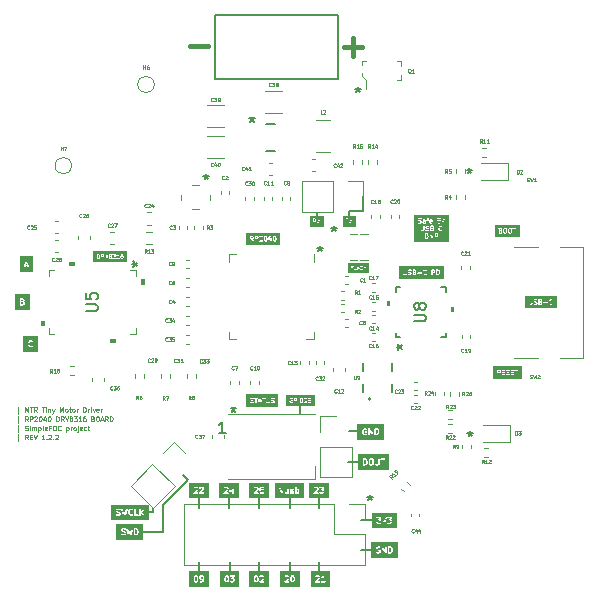
<source format=gbr>
%TF.GenerationSoftware,KiCad,Pcbnew,7.0.1*%
%TF.CreationDate,2023-09-19T00:28:16+02:00*%
%TF.ProjectId,MTR_Tiny_MD,4d54525f-5469-46e7-995f-4d442e6b6963,rev?*%
%TF.SameCoordinates,Original*%
%TF.FileFunction,Legend,Top*%
%TF.FilePolarity,Positive*%
%FSLAX46Y46*%
G04 Gerber Fmt 4.6, Leading zero omitted, Abs format (unit mm)*
G04 Created by KiCad (PCBNEW 7.0.1) date 2023-09-19 00:28:16*
%MOMM*%
%LPD*%
G01*
G04 APERTURE LIST*
%ADD10C,0.150000*%
%ADD11C,0.125000*%
%ADD12C,0.100000*%
%ADD13C,0.087500*%
%ADD14C,0.400000*%
%ADD15C,0.075000*%
%ADD16C,0.152400*%
%ADD17C,0.120000*%
%ADD18C,0.200000*%
G04 APERTURE END LIST*
D10*
X95800000Y-119500000D02*
X95800000Y-117200000D01*
X98800000Y-122025000D02*
X98800000Y-122975000D01*
X108775000Y-92825000D02*
X108775000Y-92450000D01*
X112730000Y-92340000D02*
X112730000Y-91100000D01*
X95800000Y-117200000D02*
X97900000Y-115100000D01*
X112500000Y-113595000D02*
X111400000Y-113595000D01*
X113700000Y-118500000D02*
X112500000Y-118500000D01*
X113650000Y-121050000D02*
X112500000Y-121050000D01*
X94900000Y-117850000D02*
X94903949Y-117476955D01*
X111525000Y-92800000D02*
X111525000Y-92340000D01*
X97900000Y-115100000D02*
X97450000Y-114650000D01*
X103900000Y-122025000D02*
X103900000Y-122975000D01*
X106500000Y-122025000D02*
X106500000Y-122975000D01*
X106500000Y-116525000D02*
X106500000Y-117475000D01*
X109000000Y-122025000D02*
X109000000Y-122975000D01*
X109000000Y-116550000D02*
X109000000Y-117500000D01*
X112450000Y-111000000D02*
X111500000Y-111000000D01*
X94350000Y-117850000D02*
X94900000Y-117850000D01*
X101400000Y-122025000D02*
X101400000Y-122975000D01*
X101350000Y-116525000D02*
X101350000Y-117475000D01*
X107400000Y-108800000D02*
X107400000Y-109550000D01*
X112730000Y-92340000D02*
X111525000Y-92340000D01*
X98800000Y-116525000D02*
X98800000Y-117475000D01*
X93850000Y-119500000D02*
X95800000Y-119500000D01*
X103890000Y-116525000D02*
X103890000Y-117475000D01*
D11*
G36*
X102191369Y-116665179D02*
G01*
X100508631Y-116665179D01*
X100508631Y-116240579D01*
X100880762Y-116240579D01*
X100883700Y-116247013D01*
X100884205Y-116254073D01*
X100891178Y-116263387D01*
X100896009Y-116273966D01*
X100901960Y-116277790D01*
X100906201Y-116283455D01*
X100917100Y-116287520D01*
X100926886Y-116293809D01*
X100933961Y-116293809D01*
X100940591Y-116296282D01*
X100951959Y-116293809D01*
X101263749Y-116293809D01*
X101289979Y-116286107D01*
X101314015Y-116258369D01*
X101319238Y-116222039D01*
X101303991Y-116188652D01*
X101273114Y-116168809D01*
X101096126Y-116168809D01*
X101191022Y-116073912D01*
X101380762Y-116073912D01*
X101382243Y-116077157D01*
X101382115Y-116080723D01*
X101389772Y-116093642D01*
X101396009Y-116107299D01*
X101399009Y-116109227D01*
X101400829Y-116112297D01*
X101414257Y-116119026D01*
X101426886Y-116127142D01*
X101430452Y-116127142D01*
X101433643Y-116128741D01*
X101448579Y-116127142D01*
X101620833Y-116127142D01*
X101620833Y-116240296D01*
X101628535Y-116266526D01*
X101656273Y-116290562D01*
X101692603Y-116295785D01*
X101725990Y-116280538D01*
X101745833Y-116249661D01*
X101745833Y-116127142D01*
X101763748Y-116127142D01*
X101789978Y-116119440D01*
X101814014Y-116091702D01*
X101819237Y-116055372D01*
X101803990Y-116021985D01*
X101773113Y-116002142D01*
X101745833Y-116002142D01*
X101745833Y-115888989D01*
X101738131Y-115862759D01*
X101710393Y-115838723D01*
X101674063Y-115833500D01*
X101640676Y-115848747D01*
X101620833Y-115879624D01*
X101620833Y-116002142D01*
X101531952Y-116002142D01*
X101626420Y-115718738D01*
X101627408Y-115691418D01*
X101608694Y-115659844D01*
X101575880Y-115643401D01*
X101539385Y-115647308D01*
X101510796Y-115670325D01*
X101389872Y-116033095D01*
X101385985Y-116037582D01*
X101384170Y-116050200D01*
X101383103Y-116053404D01*
X101382898Y-116059048D01*
X101380762Y-116073912D01*
X101191022Y-116073912D01*
X101272763Y-115992171D01*
X101284441Y-115982770D01*
X101288480Y-115970651D01*
X101294602Y-115959441D01*
X101294180Y-115953551D01*
X101311577Y-115901363D01*
X101317262Y-115892518D01*
X101317262Y-115875312D01*
X101317885Y-115858085D01*
X101317262Y-115857034D01*
X101317262Y-115829916D01*
X101318871Y-115815010D01*
X101313158Y-115803585D01*
X101309560Y-115791330D01*
X101305096Y-115787462D01*
X101290358Y-115757986D01*
X101288123Y-115747711D01*
X101275956Y-115735544D01*
X101264215Y-115722922D01*
X101263031Y-115722619D01*
X101256880Y-115716468D01*
X101251509Y-115707425D01*
X101236103Y-115699722D01*
X101220989Y-115691469D01*
X101219771Y-115691556D01*
X101190485Y-115676912D01*
X101177876Y-115668809D01*
X101165104Y-115668809D01*
X101152532Y-115666547D01*
X101147078Y-115668809D01*
X101043845Y-115668809D01*
X101028939Y-115667200D01*
X101017514Y-115672912D01*
X101005259Y-115676511D01*
X101001391Y-115680974D01*
X100971915Y-115695712D01*
X100961640Y-115697948D01*
X100949473Y-115710114D01*
X100936851Y-115721856D01*
X100936548Y-115723039D01*
X100918499Y-115741089D01*
X100905398Y-115765082D01*
X100908015Y-115801692D01*
X100930011Y-115831074D01*
X100964401Y-115843901D01*
X101000265Y-115836099D01*
X101029878Y-115806485D01*
X101055231Y-115793809D01*
X101144769Y-115793809D01*
X101170121Y-115806485D01*
X101179585Y-115815949D01*
X101192262Y-115841302D01*
X101192262Y-115864023D01*
X101176324Y-115911834D01*
X100912324Y-116175834D01*
X100910021Y-116176511D01*
X100899457Y-116188701D01*
X100894689Y-116193470D01*
X100893604Y-116195455D01*
X100885985Y-116204249D01*
X100884977Y-116211255D01*
X100881588Y-116217463D01*
X100882417Y-116229064D01*
X100880762Y-116240579D01*
X100508631Y-116240579D01*
X100508631Y-115334821D01*
X102191369Y-115334821D01*
X102191369Y-116665179D01*
G37*
D12*
G36*
X103991343Y-108420761D02*
G01*
X103939610Y-108420761D01*
X103965476Y-108343161D01*
X103991343Y-108420761D01*
G37*
G36*
X105533810Y-108932143D02*
G01*
X102816191Y-108932143D01*
X102816191Y-108266831D01*
X103132714Y-108266831D01*
X103134524Y-108271195D01*
X103134524Y-108296643D01*
X103133237Y-108308563D01*
X103137805Y-108317700D01*
X103140685Y-108327506D01*
X103144256Y-108330600D01*
X103156046Y-108354180D01*
X103157835Y-108362401D01*
X103167567Y-108372134D01*
X103176961Y-108382233D01*
X103177908Y-108382475D01*
X103182831Y-108387398D01*
X103187128Y-108394632D01*
X103199443Y-108400789D01*
X103211540Y-108407396D01*
X103212516Y-108407326D01*
X103230387Y-108416261D01*
X103234344Y-108420469D01*
X103243262Y-108422698D01*
X103244785Y-108423460D01*
X103250218Y-108424437D01*
X103319454Y-108441747D01*
X103345382Y-108454711D01*
X103352955Y-108462284D01*
X103363095Y-108482564D01*
X103363095Y-108497054D01*
X103352954Y-108517335D01*
X103345383Y-108524906D01*
X103325102Y-108535047D01*
X103249781Y-108535047D01*
X103193514Y-108516292D01*
X103171659Y-108515502D01*
X103146400Y-108530473D01*
X103133245Y-108556725D01*
X103136371Y-108585920D01*
X103154785Y-108608792D01*
X103219909Y-108630499D01*
X103226986Y-108635047D01*
X103240755Y-108635047D01*
X103254532Y-108635545D01*
X103255372Y-108635047D01*
X103334214Y-108635047D01*
X103346134Y-108636334D01*
X103355271Y-108631765D01*
X103365078Y-108628886D01*
X103368172Y-108625315D01*
X103391754Y-108613524D01*
X103399974Y-108611736D01*
X103409701Y-108602008D01*
X103419804Y-108592612D01*
X103420046Y-108591663D01*
X103424970Y-108586739D01*
X103432204Y-108582443D01*
X103438362Y-108570125D01*
X103444968Y-108558029D01*
X103444898Y-108557053D01*
X103456612Y-108533624D01*
X103463095Y-108523538D01*
X103463095Y-108513322D01*
X103464905Y-108503263D01*
X103463095Y-108498899D01*
X103463095Y-108473452D01*
X103464382Y-108461532D01*
X103459813Y-108452394D01*
X103456934Y-108442588D01*
X103453363Y-108439493D01*
X103441572Y-108415913D01*
X103439784Y-108407690D01*
X103430041Y-108397948D01*
X103420660Y-108387862D01*
X103419711Y-108387619D01*
X103414786Y-108382695D01*
X103410492Y-108375464D01*
X103398176Y-108369306D01*
X103386076Y-108362699D01*
X103385102Y-108362768D01*
X103367231Y-108353832D01*
X103363275Y-108349625D01*
X103354358Y-108347395D01*
X103352835Y-108346634D01*
X103347398Y-108345655D01*
X103278163Y-108328346D01*
X103252237Y-108315383D01*
X103244665Y-108307810D01*
X103234524Y-108287529D01*
X103234524Y-108273042D01*
X103244664Y-108252759D01*
X103252237Y-108245187D01*
X103272517Y-108235047D01*
X103347840Y-108235047D01*
X103404104Y-108253803D01*
X103425958Y-108254593D01*
X103451218Y-108239622D01*
X103464374Y-108213371D01*
X103462135Y-108192463D01*
X103475800Y-108192463D01*
X103487998Y-108219172D01*
X103512700Y-108235047D01*
X103591666Y-108235047D01*
X103591666Y-108592237D01*
X103597827Y-108613220D01*
X103620018Y-108632449D01*
X103649082Y-108636628D01*
X103675791Y-108624430D01*
X103691666Y-108599728D01*
X103691666Y-108597911D01*
X103781645Y-108597911D01*
X103796616Y-108623171D01*
X103822867Y-108636326D01*
X103852063Y-108633200D01*
X103874935Y-108614786D01*
X103906277Y-108520761D01*
X104024676Y-108520761D01*
X104053649Y-108607679D01*
X104066129Y-108625637D01*
X104093262Y-108636862D01*
X104122156Y-108631636D01*
X104143637Y-108611618D01*
X104150886Y-108583163D01*
X104111888Y-108466170D01*
X104112295Y-108463345D01*
X104107303Y-108452416D01*
X104020653Y-108192463D01*
X104123419Y-108192463D01*
X104135617Y-108219172D01*
X104160319Y-108235047D01*
X104239285Y-108235047D01*
X104239285Y-108592237D01*
X104245446Y-108613220D01*
X104267637Y-108632449D01*
X104296701Y-108636628D01*
X104323410Y-108624430D01*
X104339285Y-108599728D01*
X104339285Y-108518086D01*
X104485618Y-108518086D01*
X104490186Y-108527223D01*
X104493066Y-108537030D01*
X104496636Y-108540124D01*
X104508427Y-108563706D01*
X104510216Y-108571926D01*
X104519943Y-108581653D01*
X104529340Y-108591756D01*
X104530288Y-108591998D01*
X104535212Y-108596922D01*
X104539509Y-108604156D01*
X104551826Y-108610314D01*
X104563923Y-108616920D01*
X104564898Y-108616850D01*
X104588327Y-108628564D01*
X104598414Y-108635047D01*
X104608630Y-108635047D01*
X104618689Y-108636857D01*
X104623053Y-108635047D01*
X104686595Y-108635047D01*
X104698515Y-108636334D01*
X104707652Y-108631765D01*
X104717459Y-108628886D01*
X104720553Y-108625315D01*
X104744134Y-108613524D01*
X104752357Y-108611736D01*
X104762098Y-108601993D01*
X104772185Y-108592612D01*
X104772427Y-108591663D01*
X104777351Y-108586738D01*
X104784583Y-108582444D01*
X104790740Y-108570128D01*
X104797348Y-108558028D01*
X104797278Y-108557054D01*
X104808994Y-108533622D01*
X104815476Y-108523538D01*
X104815476Y-108513323D01*
X104817286Y-108503264D01*
X104815476Y-108498899D01*
X104815476Y-108266831D01*
X104885095Y-108266831D01*
X104886905Y-108271195D01*
X104886905Y-108296643D01*
X104885618Y-108308563D01*
X104890186Y-108317700D01*
X104893066Y-108327506D01*
X104896637Y-108330600D01*
X104908427Y-108354180D01*
X104910216Y-108362401D01*
X104919948Y-108372134D01*
X104929342Y-108382233D01*
X104930289Y-108382475D01*
X104935212Y-108387398D01*
X104939509Y-108394632D01*
X104951824Y-108400789D01*
X104963921Y-108407396D01*
X104964897Y-108407326D01*
X104982768Y-108416261D01*
X104986725Y-108420469D01*
X104995643Y-108422698D01*
X104997166Y-108423460D01*
X105002599Y-108424437D01*
X105071835Y-108441747D01*
X105097763Y-108454711D01*
X105105336Y-108462284D01*
X105115476Y-108482564D01*
X105115476Y-108497054D01*
X105105335Y-108517335D01*
X105097764Y-108524906D01*
X105077483Y-108535047D01*
X105002162Y-108535047D01*
X104945895Y-108516292D01*
X104924040Y-108515502D01*
X104898781Y-108530473D01*
X104885626Y-108556725D01*
X104888752Y-108585920D01*
X104907166Y-108608792D01*
X104972290Y-108630499D01*
X104979367Y-108635047D01*
X104993136Y-108635047D01*
X105006913Y-108635545D01*
X105007753Y-108635047D01*
X105086595Y-108635047D01*
X105098515Y-108636334D01*
X105107652Y-108631765D01*
X105117459Y-108628886D01*
X105120553Y-108625315D01*
X105144135Y-108613524D01*
X105152355Y-108611736D01*
X105162082Y-108602008D01*
X105172185Y-108592612D01*
X105172427Y-108591663D01*
X105177351Y-108586739D01*
X105184585Y-108582443D01*
X105190743Y-108570125D01*
X105197349Y-108558029D01*
X105197279Y-108557053D01*
X105208993Y-108533624D01*
X105215476Y-108523538D01*
X105215476Y-108513322D01*
X105217286Y-108503263D01*
X105215476Y-108498899D01*
X105215476Y-108473452D01*
X105216763Y-108461532D01*
X105212194Y-108452394D01*
X105209315Y-108442588D01*
X105205744Y-108439493D01*
X105193953Y-108415913D01*
X105192165Y-108407690D01*
X105182422Y-108397948D01*
X105173041Y-108387862D01*
X105172092Y-108387619D01*
X105167167Y-108382695D01*
X105162873Y-108375464D01*
X105150557Y-108369306D01*
X105138457Y-108362699D01*
X105137483Y-108362768D01*
X105119612Y-108353832D01*
X105115656Y-108349625D01*
X105106739Y-108347395D01*
X105105216Y-108346634D01*
X105099779Y-108345655D01*
X105030544Y-108328346D01*
X105004618Y-108315383D01*
X104997046Y-108307810D01*
X104986905Y-108287529D01*
X104986905Y-108273042D01*
X104997045Y-108252759D01*
X105004618Y-108245187D01*
X105024898Y-108235047D01*
X105100221Y-108235047D01*
X105156485Y-108253803D01*
X105178339Y-108254593D01*
X105203599Y-108239622D01*
X105216755Y-108213371D01*
X105213629Y-108184176D01*
X105195215Y-108161304D01*
X105130091Y-108139594D01*
X105123015Y-108135047D01*
X105109257Y-108135047D01*
X105095470Y-108134548D01*
X105094628Y-108135047D01*
X105015785Y-108135047D01*
X105003865Y-108133760D01*
X104994727Y-108138329D01*
X104984922Y-108141208D01*
X104981827Y-108144778D01*
X104958245Y-108156570D01*
X104950026Y-108158358D01*
X104940291Y-108168092D01*
X104930196Y-108177484D01*
X104929953Y-108178430D01*
X104925031Y-108183352D01*
X104917797Y-108187650D01*
X104911633Y-108199977D01*
X104905033Y-108212064D01*
X104905102Y-108213038D01*
X104893385Y-108236473D01*
X104886905Y-108246557D01*
X104886905Y-108256772D01*
X104885095Y-108266831D01*
X104815476Y-108266831D01*
X104815476Y-108177857D01*
X104809315Y-108156874D01*
X104787124Y-108137645D01*
X104758060Y-108133466D01*
X104731351Y-108145664D01*
X104715476Y-108170366D01*
X104715476Y-108497054D01*
X104705335Y-108517334D01*
X104697762Y-108524907D01*
X104677483Y-108535047D01*
X104624898Y-108535047D01*
X104604616Y-108524906D01*
X104597045Y-108517335D01*
X104586905Y-108497054D01*
X104586905Y-108177857D01*
X104580744Y-108156874D01*
X104558553Y-108137645D01*
X104529489Y-108133466D01*
X104502780Y-108145664D01*
X104486905Y-108170366D01*
X104486905Y-108506166D01*
X104485618Y-108518086D01*
X104339285Y-108518086D01*
X104339285Y-108235047D01*
X104410761Y-108235047D01*
X104431744Y-108228886D01*
X104450973Y-108206695D01*
X104455152Y-108177631D01*
X104442954Y-108150922D01*
X104418252Y-108135047D01*
X104292864Y-108135047D01*
X104281869Y-108133466D01*
X104278407Y-108135047D01*
X104167810Y-108135047D01*
X104146827Y-108141208D01*
X104127598Y-108163399D01*
X104123419Y-108192463D01*
X104020653Y-108192463D01*
X104015770Y-108177815D01*
X104015974Y-108172183D01*
X104011218Y-108164158D01*
X104010637Y-108162415D01*
X104007565Y-108157995D01*
X104001003Y-108146923D01*
X103999264Y-108146051D01*
X103998156Y-108144457D01*
X103986267Y-108139538D01*
X103974752Y-108133768D01*
X103972818Y-108133974D01*
X103971023Y-108133232D01*
X103958349Y-108135524D01*
X103945556Y-108136894D01*
X103944043Y-108138111D01*
X103942129Y-108138458D01*
X103932704Y-108147240D01*
X103922684Y-108155308D01*
X103922069Y-108157151D01*
X103920648Y-108158476D01*
X103917470Y-108170947D01*
X103825945Y-108445524D01*
X103822836Y-108449113D01*
X103821384Y-108459208D01*
X103782435Y-108576057D01*
X103781645Y-108597911D01*
X103691666Y-108597911D01*
X103691666Y-108235047D01*
X103763142Y-108235047D01*
X103784125Y-108228886D01*
X103803354Y-108206695D01*
X103807533Y-108177631D01*
X103795335Y-108150922D01*
X103770633Y-108135047D01*
X103645245Y-108135047D01*
X103634250Y-108133466D01*
X103630788Y-108135047D01*
X103520191Y-108135047D01*
X103499208Y-108141208D01*
X103479979Y-108163399D01*
X103475800Y-108192463D01*
X103462135Y-108192463D01*
X103461248Y-108184176D01*
X103442834Y-108161304D01*
X103377710Y-108139594D01*
X103370634Y-108135047D01*
X103356876Y-108135047D01*
X103343089Y-108134548D01*
X103342247Y-108135047D01*
X103263404Y-108135047D01*
X103251484Y-108133760D01*
X103242346Y-108138329D01*
X103232541Y-108141208D01*
X103229446Y-108144778D01*
X103205864Y-108156570D01*
X103197645Y-108158358D01*
X103187910Y-108168092D01*
X103177815Y-108177484D01*
X103177572Y-108178430D01*
X103172650Y-108183352D01*
X103165416Y-108187650D01*
X103159252Y-108199977D01*
X103152652Y-108212064D01*
X103152721Y-108213038D01*
X103141004Y-108236473D01*
X103134524Y-108246557D01*
X103134524Y-108256772D01*
X103132714Y-108266831D01*
X102816191Y-108266831D01*
X102816191Y-107867857D01*
X105533810Y-107867857D01*
X105533810Y-108932143D01*
G37*
D10*
X112280952Y-81827619D02*
X112280952Y-82065714D01*
X112042857Y-81970476D02*
X112280952Y-82065714D01*
X112280952Y-82065714D02*
X112519047Y-81970476D01*
X112138095Y-82256190D02*
X112280952Y-82065714D01*
X112280952Y-82065714D02*
X112423809Y-82256190D01*
D11*
G36*
X104741369Y-116665179D02*
G01*
X103058631Y-116665179D01*
X103058631Y-116240579D01*
X103430762Y-116240579D01*
X103433700Y-116247013D01*
X103434205Y-116254073D01*
X103441178Y-116263387D01*
X103446009Y-116273966D01*
X103451960Y-116277790D01*
X103456201Y-116283455D01*
X103467100Y-116287520D01*
X103476886Y-116293809D01*
X103483961Y-116293809D01*
X103490591Y-116296282D01*
X103501959Y-116293809D01*
X103813749Y-116293809D01*
X103839979Y-116286107D01*
X103864015Y-116258369D01*
X103869238Y-116222039D01*
X103853991Y-116188652D01*
X103839037Y-116179042D01*
X103930265Y-116179042D01*
X103938066Y-116214906D01*
X103969310Y-116246151D01*
X103974682Y-116255195D01*
X103990092Y-116262899D01*
X104005200Y-116271150D01*
X104006418Y-116271062D01*
X104035706Y-116285706D01*
X104048314Y-116293809D01*
X104061087Y-116293809D01*
X104073659Y-116296071D01*
X104079113Y-116293809D01*
X104182348Y-116293809D01*
X104197250Y-116295418D01*
X104208674Y-116289706D01*
X104220931Y-116286107D01*
X104224798Y-116281644D01*
X104254274Y-116266905D01*
X104264552Y-116264670D01*
X104276729Y-116252491D01*
X104289338Y-116240764D01*
X104289640Y-116239580D01*
X104295794Y-116233426D01*
X104304836Y-116228056D01*
X104312536Y-116212656D01*
X104320793Y-116197534D01*
X104320705Y-116196317D01*
X104335348Y-116167032D01*
X104343452Y-116154423D01*
X104343452Y-116141651D01*
X104345714Y-116129079D01*
X104343452Y-116123624D01*
X104343452Y-116020392D01*
X104345061Y-116005486D01*
X104339348Y-115994061D01*
X104335750Y-115981806D01*
X104331286Y-115977938D01*
X104316548Y-115948462D01*
X104314313Y-115938187D01*
X104302146Y-115926020D01*
X104290405Y-115913398D01*
X104289221Y-115913095D01*
X104283070Y-115906944D01*
X104277699Y-115897901D01*
X104262293Y-115890198D01*
X104247179Y-115881945D01*
X104245961Y-115882032D01*
X104216675Y-115867388D01*
X104204066Y-115859285D01*
X104191294Y-115859285D01*
X104178722Y-115857023D01*
X104173268Y-115859285D01*
X104070035Y-115859285D01*
X104069071Y-115859181D01*
X104075609Y-115793809D01*
X104266129Y-115793809D01*
X104292359Y-115786107D01*
X104316395Y-115758369D01*
X104321618Y-115722039D01*
X104306371Y-115688652D01*
X104275494Y-115668809D01*
X104026662Y-115668809D01*
X104016238Y-115666231D01*
X104000142Y-115671721D01*
X103983830Y-115676511D01*
X103982877Y-115677610D01*
X103981500Y-115678080D01*
X103970935Y-115691391D01*
X103959794Y-115704249D01*
X103959586Y-115705691D01*
X103958683Y-115706830D01*
X103956992Y-115723735D01*
X103954571Y-115740579D01*
X103955175Y-115741903D01*
X103934309Y-115950574D01*
X103931588Y-115955558D01*
X103932514Y-115968521D01*
X103932154Y-115972128D01*
X103933151Y-115977430D01*
X103934205Y-115992168D01*
X103936500Y-115995234D01*
X103937208Y-115998994D01*
X103947347Y-116009723D01*
X103956201Y-116021550D01*
X103959787Y-116022887D01*
X103962417Y-116025670D01*
X103976752Y-116029215D01*
X103990591Y-116034377D01*
X103994331Y-116033563D01*
X103998047Y-116034482D01*
X104012024Y-116029714D01*
X104026455Y-116026575D01*
X104029160Y-116023869D01*
X104032785Y-116022633D01*
X104041970Y-116011059D01*
X104056068Y-115996961D01*
X104081421Y-115984285D01*
X104170959Y-115984285D01*
X104196311Y-115996961D01*
X104205775Y-116006425D01*
X104218452Y-116031778D01*
X104218452Y-116121316D01*
X104205775Y-116146668D01*
X104196310Y-116156133D01*
X104170960Y-116168809D01*
X104081420Y-116168809D01*
X104056069Y-116156133D01*
X104033078Y-116133142D01*
X104009085Y-116120040D01*
X103972475Y-116122657D01*
X103943093Y-116144652D01*
X103930265Y-116179042D01*
X103839037Y-116179042D01*
X103823114Y-116168809D01*
X103646126Y-116168809D01*
X103822763Y-115992171D01*
X103834441Y-115982770D01*
X103838480Y-115970651D01*
X103844602Y-115959441D01*
X103844180Y-115953551D01*
X103861577Y-115901363D01*
X103867262Y-115892518D01*
X103867262Y-115875312D01*
X103867885Y-115858085D01*
X103867262Y-115857034D01*
X103867262Y-115829916D01*
X103868871Y-115815010D01*
X103863158Y-115803585D01*
X103859560Y-115791330D01*
X103855096Y-115787462D01*
X103840358Y-115757986D01*
X103838123Y-115747711D01*
X103825956Y-115735544D01*
X103814215Y-115722922D01*
X103813031Y-115722619D01*
X103806880Y-115716468D01*
X103801509Y-115707425D01*
X103786103Y-115699722D01*
X103770989Y-115691469D01*
X103769771Y-115691556D01*
X103740485Y-115676912D01*
X103727876Y-115668809D01*
X103715104Y-115668809D01*
X103702532Y-115666547D01*
X103697078Y-115668809D01*
X103593845Y-115668809D01*
X103578939Y-115667200D01*
X103567514Y-115672912D01*
X103555259Y-115676511D01*
X103551391Y-115680974D01*
X103521915Y-115695712D01*
X103511640Y-115697948D01*
X103499473Y-115710114D01*
X103486851Y-115721856D01*
X103486548Y-115723039D01*
X103468499Y-115741089D01*
X103455398Y-115765082D01*
X103458015Y-115801692D01*
X103480011Y-115831074D01*
X103514401Y-115843901D01*
X103550265Y-115836099D01*
X103579878Y-115806485D01*
X103605231Y-115793809D01*
X103694769Y-115793809D01*
X103720121Y-115806485D01*
X103729585Y-115815949D01*
X103742262Y-115841302D01*
X103742262Y-115864023D01*
X103726324Y-115911834D01*
X103462324Y-116175834D01*
X103460021Y-116176511D01*
X103449457Y-116188701D01*
X103444689Y-116193470D01*
X103443604Y-116195455D01*
X103435985Y-116204249D01*
X103434977Y-116211255D01*
X103431588Y-116217463D01*
X103432417Y-116229064D01*
X103430762Y-116240579D01*
X103058631Y-116240579D01*
X103058631Y-115334821D01*
X104741369Y-115334821D01*
X104741369Y-116665179D01*
G37*
D10*
X121705952Y-88727619D02*
X121705952Y-88965714D01*
X121467857Y-88870476D02*
X121705952Y-88965714D01*
X121705952Y-88965714D02*
X121944047Y-88870476D01*
X121563095Y-89156190D02*
X121705952Y-88965714D01*
X121705952Y-88965714D02*
X121848809Y-89156190D01*
D11*
G36*
X112911476Y-113409746D02*
G01*
X112941490Y-113439761D01*
X112957696Y-113472171D01*
X112977975Y-113553288D01*
X112977975Y-113609329D01*
X112957695Y-113690446D01*
X112941489Y-113722857D01*
X112911475Y-113752873D01*
X112863667Y-113768809D01*
X112817261Y-113768809D01*
X112817261Y-113393809D01*
X112863666Y-113393809D01*
X112911476Y-113409746D01*
G37*
G36*
X113455833Y-113406485D02*
G01*
X113484039Y-113434691D01*
X113501785Y-113505670D01*
X113501785Y-113656946D01*
X113484039Y-113727927D01*
X113455833Y-113756133D01*
X113430483Y-113768809D01*
X113364753Y-113768809D01*
X113339402Y-113756134D01*
X113311196Y-113727926D01*
X113293452Y-113656949D01*
X113293452Y-113505670D01*
X113311196Y-113434690D01*
X113339403Y-113406484D01*
X113364754Y-113393809D01*
X113430482Y-113393809D01*
X113455833Y-113406485D01*
G37*
G36*
X114929465Y-114265179D02*
G01*
X112270535Y-114265179D01*
X112270535Y-113840579D01*
X112690285Y-113840579D01*
X112696052Y-113853208D01*
X112699963Y-113866526D01*
X112703556Y-113869639D01*
X112705532Y-113873966D01*
X112717208Y-113881469D01*
X112727701Y-113890562D01*
X112732409Y-113891238D01*
X112736409Y-113893809D01*
X112750286Y-113893809D01*
X112764031Y-113895785D01*
X112768358Y-113893809D01*
X112865973Y-113893809D01*
X112876163Y-113896405D01*
X112892496Y-113890960D01*
X112909026Y-113886107D01*
X112909825Y-113885184D01*
X112961807Y-113867857D01*
X112976455Y-113864671D01*
X112985486Y-113855639D01*
X112995976Y-113848349D01*
X112998233Y-113842891D01*
X113031507Y-113809616D01*
X113040550Y-113804246D01*
X113048255Y-113788836D01*
X113056506Y-113773725D01*
X113056419Y-113772508D01*
X113067589Y-113750168D01*
X113072849Y-113745223D01*
X113075635Y-113734076D01*
X113076587Y-113732174D01*
X113077808Y-113725383D01*
X113093655Y-113661996D01*
X113165867Y-113661996D01*
X113168452Y-113672336D01*
X113168452Y-113673629D01*
X113170627Y-113681036D01*
X113193890Y-113774091D01*
X113197590Y-113791097D01*
X113204904Y-113798411D01*
X113210140Y-113807336D01*
X113217618Y-113811125D01*
X113252643Y-113846151D01*
X113258015Y-113855195D01*
X113273425Y-113862899D01*
X113288533Y-113871150D01*
X113289751Y-113871062D01*
X113319039Y-113885706D01*
X113331647Y-113893809D01*
X113344420Y-113893809D01*
X113356992Y-113896071D01*
X113362446Y-113893809D01*
X113441871Y-113893809D01*
X113456773Y-113895418D01*
X113468197Y-113889706D01*
X113480454Y-113886107D01*
X113484321Y-113881644D01*
X113513795Y-113866906D01*
X113524074Y-113864671D01*
X113536255Y-113852488D01*
X113548861Y-113840764D01*
X113549163Y-113839580D01*
X113583977Y-113804765D01*
X113596658Y-113792843D01*
X113599167Y-113782804D01*
X113604125Y-113773725D01*
X113603527Y-113765365D01*
X113607966Y-113747608D01*
X113714462Y-113747608D01*
X113720174Y-113759032D01*
X113723773Y-113771288D01*
X113728236Y-113775155D01*
X113742973Y-113804630D01*
X113745209Y-113814906D01*
X113757379Y-113827077D01*
X113769118Y-113839696D01*
X113770300Y-113839998D01*
X113776453Y-113846151D01*
X113781825Y-113855195D01*
X113797235Y-113862899D01*
X113812343Y-113871150D01*
X113813561Y-113871062D01*
X113842849Y-113885706D01*
X113855457Y-113893809D01*
X113868230Y-113893809D01*
X113880802Y-113896071D01*
X113886256Y-113893809D01*
X113965681Y-113893809D01*
X113980583Y-113895418D01*
X113992007Y-113889706D01*
X114004264Y-113886107D01*
X114008131Y-113881644D01*
X114037606Y-113866906D01*
X114047883Y-113864671D01*
X114060060Y-113852493D01*
X114072671Y-113840764D01*
X114072973Y-113839581D01*
X114079129Y-113833424D01*
X114088171Y-113828055D01*
X114095871Y-113812654D01*
X114104126Y-113797536D01*
X114104038Y-113796318D01*
X114118682Y-113767030D01*
X114126785Y-113754423D01*
X114126785Y-113741650D01*
X114129047Y-113729078D01*
X114126785Y-113723624D01*
X114126785Y-113340579D01*
X114166477Y-113340579D01*
X114181724Y-113373966D01*
X114212601Y-113393809D01*
X114311310Y-113393809D01*
X114311310Y-113840296D01*
X114319012Y-113866526D01*
X114346750Y-113890562D01*
X114383080Y-113895785D01*
X114416467Y-113880538D01*
X114436310Y-113849661D01*
X114436310Y-113393809D01*
X114525654Y-113393809D01*
X114551884Y-113386107D01*
X114575920Y-113358369D01*
X114581143Y-113322039D01*
X114565896Y-113288652D01*
X114535019Y-113268809D01*
X114378285Y-113268809D01*
X114364540Y-113266833D01*
X114360213Y-113268809D01*
X114221966Y-113268809D01*
X114195736Y-113276511D01*
X114171700Y-113304249D01*
X114166477Y-113340579D01*
X114126785Y-113340579D01*
X114126785Y-113322322D01*
X114119083Y-113296092D01*
X114091345Y-113272056D01*
X114055015Y-113266833D01*
X114021628Y-113282080D01*
X114001785Y-113312957D01*
X114001785Y-113721317D01*
X113989110Y-113746667D01*
X113979644Y-113756133D01*
X113954293Y-113768809D01*
X113888563Y-113768809D01*
X113863212Y-113756133D01*
X113853747Y-113746668D01*
X113841071Y-113721316D01*
X113841071Y-113322322D01*
X113833369Y-113296092D01*
X113805631Y-113272056D01*
X113769301Y-113266833D01*
X113735914Y-113282080D01*
X113716071Y-113312957D01*
X113716071Y-113732702D01*
X113714462Y-113747608D01*
X113607966Y-113747608D01*
X113622423Y-113689781D01*
X113626785Y-113682994D01*
X113626785Y-113672334D01*
X113627098Y-113671082D01*
X113626785Y-113663380D01*
X113626785Y-113508262D01*
X113629370Y-113500621D01*
X113626785Y-113490281D01*
X113626785Y-113488989D01*
X113624610Y-113481582D01*
X113601346Y-113388529D01*
X113597646Y-113371520D01*
X113590329Y-113364203D01*
X113585095Y-113355282D01*
X113577619Y-113351493D01*
X113542592Y-113316467D01*
X113537222Y-113307425D01*
X113521816Y-113299722D01*
X113506702Y-113291469D01*
X113505484Y-113291556D01*
X113476198Y-113276912D01*
X113463589Y-113268809D01*
X113450817Y-113268809D01*
X113438245Y-113266547D01*
X113432791Y-113268809D01*
X113353368Y-113268809D01*
X113338462Y-113267200D01*
X113327037Y-113272912D01*
X113314782Y-113276511D01*
X113310914Y-113280974D01*
X113281438Y-113295712D01*
X113271162Y-113297948D01*
X113258985Y-113310125D01*
X113246374Y-113321856D01*
X113246071Y-113323038D01*
X113211258Y-113357852D01*
X113198578Y-113369776D01*
X113196069Y-113379811D01*
X113191111Y-113388892D01*
X113191708Y-113397253D01*
X113172812Y-113472838D01*
X113168452Y-113479624D01*
X113168452Y-113490281D01*
X113168138Y-113491537D01*
X113168452Y-113499257D01*
X113168452Y-113654355D01*
X113165867Y-113661996D01*
X113093655Y-113661996D01*
X113098614Y-113642160D01*
X113102975Y-113635375D01*
X113102975Y-113624718D01*
X113103289Y-113623462D01*
X113102975Y-113615742D01*
X113102975Y-113555882D01*
X113105560Y-113548241D01*
X113102975Y-113537901D01*
X113102975Y-113536608D01*
X113100799Y-113529200D01*
X113079999Y-113446000D01*
X113080775Y-113438820D01*
X113075635Y-113428540D01*
X113075120Y-113426480D01*
X113071632Y-113420534D01*
X113052262Y-113381796D01*
X113050027Y-113371520D01*
X113037849Y-113359343D01*
X113026119Y-113346732D01*
X113024936Y-113346429D01*
X112991813Y-113313307D01*
X112982412Y-113301630D01*
X112970293Y-113297590D01*
X112959083Y-113291469D01*
X112953193Y-113291890D01*
X112901007Y-113274493D01*
X112892161Y-113268809D01*
X112874955Y-113268809D01*
X112857728Y-113268186D01*
X112856677Y-113268809D01*
X112759236Y-113268809D01*
X112745491Y-113266833D01*
X112732861Y-113272600D01*
X112719544Y-113276511D01*
X112716430Y-113280104D01*
X112712104Y-113282080D01*
X112704600Y-113293756D01*
X112695508Y-113304249D01*
X112694831Y-113308957D01*
X112692261Y-113312957D01*
X112692261Y-113326834D01*
X112690285Y-113340579D01*
X112692261Y-113344906D01*
X112692261Y-113826834D01*
X112690285Y-113840579D01*
X112270535Y-113840579D01*
X112270535Y-112934821D01*
X114929465Y-112934821D01*
X114929465Y-114265179D01*
G37*
G36*
X98596311Y-123306485D02*
G01*
X98605777Y-123315950D01*
X98621981Y-123348360D01*
X98642262Y-123429479D01*
X98642262Y-123533137D01*
X98621981Y-123614257D01*
X98605777Y-123646667D01*
X98596311Y-123656133D01*
X98570960Y-123668809D01*
X98552849Y-123668809D01*
X98527498Y-123656133D01*
X98518033Y-123646668D01*
X98501826Y-123614256D01*
X98481548Y-123533140D01*
X98481548Y-123429479D01*
X98501827Y-123348361D01*
X98518033Y-123315949D01*
X98527497Y-123306485D01*
X98552850Y-123293809D01*
X98570959Y-123293809D01*
X98596311Y-123306485D01*
G37*
G36*
X99096311Y-123306485D02*
G01*
X99105775Y-123315949D01*
X99118452Y-123341302D01*
X99118452Y-123430840D01*
X99105775Y-123456192D01*
X99096311Y-123465656D01*
X99070959Y-123478333D01*
X99005231Y-123478333D01*
X98979878Y-123465656D01*
X98970413Y-123456191D01*
X98957738Y-123430841D01*
X98957738Y-123341302D01*
X98970413Y-123315949D01*
X98979878Y-123306485D01*
X99005231Y-123293809D01*
X99070959Y-123293809D01*
X99096311Y-123306485D01*
G37*
G36*
X99641369Y-124165179D02*
G01*
X97958631Y-124165179D01*
X97958631Y-123538187D01*
X98353963Y-123538187D01*
X98356548Y-123548527D01*
X98356548Y-123549820D01*
X98358723Y-123557227D01*
X98379523Y-123640428D01*
X98378748Y-123647608D01*
X98383887Y-123657887D01*
X98384403Y-123659948D01*
X98387890Y-123665893D01*
X98407259Y-123704630D01*
X98409495Y-123714906D01*
X98421665Y-123727077D01*
X98433404Y-123739696D01*
X98434586Y-123739998D01*
X98440739Y-123746151D01*
X98446111Y-123755195D01*
X98461521Y-123762899D01*
X98476629Y-123771150D01*
X98477847Y-123771062D01*
X98507135Y-123785706D01*
X98519743Y-123793809D01*
X98532516Y-123793809D01*
X98545088Y-123796071D01*
X98550542Y-123793809D01*
X98582348Y-123793809D01*
X98597250Y-123795418D01*
X98608674Y-123789706D01*
X98620931Y-123786107D01*
X98624798Y-123781644D01*
X98654273Y-123766906D01*
X98664550Y-123764671D01*
X98676727Y-123752493D01*
X98689338Y-123740764D01*
X98689640Y-123739581D01*
X98695796Y-123733424D01*
X98704838Y-123728055D01*
X98712538Y-123712654D01*
X98720793Y-123697536D01*
X98720705Y-123696318D01*
X98731875Y-123673979D01*
X98737135Y-123669034D01*
X98739921Y-123657886D01*
X98740873Y-123655984D01*
X98742093Y-123649198D01*
X98762900Y-123565972D01*
X98767262Y-123559185D01*
X98767262Y-123548525D01*
X98767575Y-123547273D01*
X98767262Y-123539571D01*
X98767262Y-123432071D01*
X98769847Y-123424430D01*
X98767262Y-123414090D01*
X98767262Y-123412798D01*
X98765087Y-123405391D01*
X98747123Y-123333540D01*
X98830476Y-123333540D01*
X98832738Y-123338994D01*
X98832738Y-123442229D01*
X98831129Y-123457131D01*
X98836840Y-123468555D01*
X98840440Y-123480812D01*
X98844902Y-123484679D01*
X98859641Y-123514155D01*
X98861877Y-123524433D01*
X98874055Y-123536610D01*
X98885783Y-123549219D01*
X98886966Y-123549521D01*
X98893120Y-123555675D01*
X98898491Y-123564717D01*
X98913890Y-123572417D01*
X98929013Y-123580674D01*
X98930229Y-123580586D01*
X98959514Y-123595229D01*
X98972124Y-123603333D01*
X98984896Y-123603333D01*
X98997468Y-123605595D01*
X99002923Y-123603333D01*
X99082345Y-123603333D01*
X99087600Y-123603900D01*
X99060953Y-123643871D01*
X99048691Y-123656133D01*
X99023341Y-123668809D01*
X98933870Y-123668809D01*
X98907640Y-123676511D01*
X98883604Y-123704249D01*
X98878381Y-123740579D01*
X98893628Y-123773966D01*
X98924505Y-123793809D01*
X99034729Y-123793809D01*
X99049631Y-123795418D01*
X99061055Y-123789706D01*
X99073312Y-123786107D01*
X99077179Y-123781644D01*
X99106655Y-123766905D01*
X99116933Y-123764670D01*
X99129110Y-123752491D01*
X99141719Y-123740764D01*
X99142021Y-123739580D01*
X99145360Y-123736241D01*
X99151346Y-123733628D01*
X99158091Y-123723509D01*
X99160073Y-123721528D01*
X99163061Y-123716055D01*
X99205170Y-123652891D01*
X99213325Y-123645224D01*
X99217340Y-123629160D01*
X99222272Y-123613355D01*
X99221758Y-123611490D01*
X99239090Y-123542162D01*
X99243452Y-123535375D01*
X99243452Y-123524715D01*
X99243765Y-123523463D01*
X99243452Y-123515761D01*
X99243452Y-123451175D01*
X99245714Y-123438603D01*
X99243452Y-123433148D01*
X99243452Y-123329916D01*
X99245061Y-123315010D01*
X99239348Y-123303585D01*
X99235750Y-123291330D01*
X99231286Y-123287462D01*
X99216548Y-123257986D01*
X99214313Y-123247711D01*
X99202146Y-123235544D01*
X99190405Y-123222922D01*
X99189221Y-123222619D01*
X99183070Y-123216468D01*
X99177699Y-123207425D01*
X99162293Y-123199722D01*
X99147179Y-123191469D01*
X99145961Y-123191556D01*
X99116675Y-123176912D01*
X99104066Y-123168809D01*
X99091294Y-123168809D01*
X99078722Y-123166547D01*
X99073268Y-123168809D01*
X98993845Y-123168809D01*
X98978939Y-123167200D01*
X98967514Y-123172912D01*
X98955259Y-123176511D01*
X98951391Y-123180974D01*
X98921916Y-123195711D01*
X98911641Y-123197947D01*
X98899469Y-123210117D01*
X98886851Y-123221856D01*
X98886548Y-123223038D01*
X98880395Y-123229191D01*
X98871352Y-123234563D01*
X98863648Y-123249970D01*
X98855397Y-123265081D01*
X98855484Y-123266299D01*
X98840842Y-123295584D01*
X98832738Y-123308195D01*
X98832738Y-123320968D01*
X98830476Y-123333540D01*
X98747123Y-123333540D01*
X98744285Y-123322189D01*
X98745061Y-123315011D01*
X98739921Y-123304731D01*
X98739406Y-123302670D01*
X98735919Y-123296727D01*
X98716550Y-123257987D01*
X98714314Y-123247710D01*
X98702143Y-123235539D01*
X98690407Y-123222923D01*
X98689223Y-123222620D01*
X98683069Y-123216466D01*
X98677699Y-123207425D01*
X98662303Y-123199726D01*
X98647178Y-123191468D01*
X98645960Y-123191555D01*
X98616675Y-123176912D01*
X98604066Y-123168809D01*
X98591294Y-123168809D01*
X98578722Y-123166547D01*
X98573268Y-123168809D01*
X98541464Y-123168809D01*
X98526558Y-123167200D01*
X98515133Y-123172912D01*
X98502878Y-123176511D01*
X98499010Y-123180974D01*
X98469534Y-123195712D01*
X98459259Y-123197948D01*
X98447092Y-123210114D01*
X98434470Y-123221856D01*
X98434167Y-123223039D01*
X98428016Y-123229190D01*
X98418973Y-123234562D01*
X98411270Y-123249967D01*
X98403017Y-123265082D01*
X98403104Y-123266299D01*
X98391933Y-123288639D01*
X98386674Y-123293585D01*
X98383887Y-123304731D01*
X98382936Y-123306634D01*
X98381714Y-123313424D01*
X98360908Y-123396647D01*
X98356548Y-123403433D01*
X98356548Y-123414090D01*
X98356234Y-123415346D01*
X98356548Y-123423066D01*
X98356548Y-123530546D01*
X98353963Y-123538187D01*
X97958631Y-123538187D01*
X97958631Y-122834821D01*
X99641369Y-122834821D01*
X99641369Y-124165179D01*
G37*
D12*
G36*
X127761086Y-100088272D02*
G01*
X127766048Y-100093235D01*
X127776190Y-100113517D01*
X127776190Y-100147054D01*
X127766049Y-100167334D01*
X127758476Y-100174907D01*
X127738197Y-100185047D01*
X127647619Y-100185047D01*
X127647619Y-100075523D01*
X127722839Y-100075523D01*
X127761086Y-100088272D01*
G37*
G36*
X127739429Y-99895187D02*
G01*
X127747001Y-99902759D01*
X127757142Y-99923042D01*
X127757142Y-99937530D01*
X127747001Y-99957811D01*
X127739430Y-99965382D01*
X127720006Y-99975094D01*
X127718088Y-99975025D01*
X127717248Y-99975523D01*
X127647619Y-99975523D01*
X127647619Y-99885047D01*
X127719149Y-99885047D01*
X127739429Y-99895187D01*
G37*
G36*
X129089762Y-100582143D02*
G01*
X126410238Y-100582143D01*
X126410238Y-100168086D01*
X126746332Y-100168086D01*
X126750900Y-100177223D01*
X126753780Y-100187030D01*
X126757350Y-100190124D01*
X126769141Y-100213706D01*
X126770930Y-100221926D01*
X126780657Y-100231653D01*
X126790054Y-100241756D01*
X126791002Y-100241998D01*
X126795926Y-100246922D01*
X126800223Y-100254156D01*
X126812540Y-100260314D01*
X126824637Y-100266920D01*
X126825612Y-100266850D01*
X126849041Y-100278564D01*
X126859128Y-100285047D01*
X126869344Y-100285047D01*
X126879403Y-100286857D01*
X126883767Y-100285047D01*
X126947309Y-100285047D01*
X126959229Y-100286334D01*
X126968366Y-100281765D01*
X126978173Y-100278886D01*
X126981267Y-100275315D01*
X127004848Y-100263524D01*
X127013071Y-100261736D01*
X127022812Y-100251993D01*
X127032899Y-100242612D01*
X127033141Y-100241663D01*
X127038065Y-100236738D01*
X127045297Y-100232444D01*
X127051454Y-100220128D01*
X127058062Y-100208028D01*
X127057992Y-100207054D01*
X127069708Y-100183622D01*
X127076190Y-100173538D01*
X127076190Y-100163323D01*
X127078000Y-100153264D01*
X127076190Y-100148899D01*
X127076190Y-99916831D01*
X127145809Y-99916831D01*
X127147619Y-99921195D01*
X127147619Y-99946643D01*
X127146332Y-99958563D01*
X127150900Y-99967700D01*
X127153780Y-99977506D01*
X127157351Y-99980600D01*
X127169141Y-100004180D01*
X127170930Y-100012401D01*
X127180662Y-100022134D01*
X127190056Y-100032233D01*
X127191003Y-100032475D01*
X127195926Y-100037398D01*
X127200223Y-100044632D01*
X127212538Y-100050789D01*
X127224635Y-100057396D01*
X127225611Y-100057326D01*
X127243482Y-100066261D01*
X127247439Y-100070469D01*
X127256357Y-100072698D01*
X127257880Y-100073460D01*
X127263313Y-100074437D01*
X127332549Y-100091747D01*
X127358477Y-100104711D01*
X127366050Y-100112284D01*
X127376190Y-100132564D01*
X127376190Y-100147054D01*
X127366049Y-100167335D01*
X127358478Y-100174906D01*
X127338197Y-100185047D01*
X127262876Y-100185047D01*
X127206609Y-100166292D01*
X127184754Y-100165502D01*
X127159495Y-100180473D01*
X127146340Y-100206725D01*
X127149466Y-100235920D01*
X127167880Y-100258792D01*
X127233004Y-100280499D01*
X127240081Y-100285047D01*
X127253850Y-100285047D01*
X127267627Y-100285545D01*
X127268467Y-100285047D01*
X127347309Y-100285047D01*
X127359229Y-100286334D01*
X127368366Y-100281765D01*
X127378173Y-100278886D01*
X127381267Y-100275315D01*
X127404849Y-100263524D01*
X127413069Y-100261736D01*
X127422796Y-100252008D01*
X127432899Y-100242612D01*
X127432937Y-100242463D01*
X127546038Y-100242463D01*
X127550651Y-100252564D01*
X127553780Y-100263220D01*
X127556655Y-100265711D01*
X127558236Y-100269172D01*
X127567575Y-100275174D01*
X127575971Y-100282449D01*
X127579738Y-100282990D01*
X127582938Y-100285047D01*
X127594040Y-100285047D01*
X127605035Y-100286628D01*
X127608497Y-100285047D01*
X127747309Y-100285047D01*
X127759229Y-100286334D01*
X127768366Y-100281765D01*
X127778173Y-100278886D01*
X127781267Y-100275315D01*
X127804848Y-100263524D01*
X127813071Y-100261736D01*
X127822812Y-100251993D01*
X127832899Y-100242612D01*
X127833141Y-100241663D01*
X127838065Y-100236738D01*
X127845297Y-100232444D01*
X127851454Y-100220128D01*
X127858062Y-100208028D01*
X127857992Y-100207054D01*
X127869708Y-100183622D01*
X127876190Y-100173538D01*
X127876190Y-100163323D01*
X127878000Y-100153264D01*
X127876190Y-100148899D01*
X127876190Y-100104404D01*
X127877477Y-100092484D01*
X127876276Y-100090082D01*
X127946038Y-100090082D01*
X127958236Y-100116791D01*
X127982938Y-100132666D01*
X128309571Y-100132666D01*
X128330554Y-100126505D01*
X128349783Y-100104314D01*
X128353962Y-100075250D01*
X128347684Y-100061503D01*
X128421741Y-100061503D01*
X128423809Y-100069775D01*
X128423809Y-100070809D01*
X128425550Y-100076738D01*
X128442189Y-100143295D01*
X128441570Y-100149038D01*
X128445681Y-100157261D01*
X128446094Y-100158911D01*
X128448885Y-100163670D01*
X128464378Y-100194656D01*
X128466167Y-100202878D01*
X128475910Y-100212621D01*
X128485292Y-100222708D01*
X128486238Y-100222950D01*
X128512741Y-100249453D01*
X128520260Y-100258792D01*
X128529952Y-100262022D01*
X128538921Y-100266920D01*
X128543634Y-100266583D01*
X128585384Y-100280499D01*
X128592461Y-100285047D01*
X128606230Y-100285047D01*
X128620007Y-100285545D01*
X128620847Y-100285047D01*
X128638968Y-100285047D01*
X128647121Y-100287124D01*
X128660186Y-100282769D01*
X128673411Y-100278886D01*
X128674050Y-100278147D01*
X128715644Y-100264283D01*
X128727354Y-100261736D01*
X128734576Y-100254513D01*
X128742970Y-100248680D01*
X128744776Y-100244313D01*
X128761867Y-100227223D01*
X128772348Y-100208029D01*
X128770254Y-100178741D01*
X128752657Y-100155235D01*
X128725146Y-100144974D01*
X128696454Y-100151216D01*
X128675372Y-100172297D01*
X128637123Y-100185047D01*
X128615256Y-100185047D01*
X128577008Y-100172298D01*
X128552996Y-100148285D01*
X128540033Y-100122358D01*
X128523809Y-100057464D01*
X128523809Y-100012631D01*
X128540033Y-99947734D01*
X128552996Y-99921807D01*
X128577008Y-99897796D01*
X128615256Y-99885047D01*
X128637125Y-99885047D01*
X128675371Y-99897796D01*
X128691158Y-99913582D01*
X128710352Y-99924062D01*
X128739640Y-99921967D01*
X128763146Y-99904370D01*
X128773406Y-99876858D01*
X128767164Y-99848166D01*
X128739634Y-99820638D01*
X128732119Y-99811304D01*
X128722426Y-99808073D01*
X128713456Y-99803175D01*
X128708744Y-99803512D01*
X128666995Y-99789594D01*
X128659919Y-99785047D01*
X128646161Y-99785047D01*
X128632374Y-99784548D01*
X128631532Y-99785047D01*
X128613411Y-99785047D01*
X128605258Y-99782970D01*
X128592192Y-99787325D01*
X128578969Y-99791208D01*
X128578328Y-99791946D01*
X128536739Y-99805810D01*
X128525024Y-99808359D01*
X128517800Y-99815582D01*
X128509408Y-99821415D01*
X128507601Y-99825781D01*
X128480980Y-99852403D01*
X128473748Y-99856699D01*
X128467591Y-99869012D01*
X128460984Y-99881112D01*
X128461053Y-99882087D01*
X128452118Y-99899958D01*
X128447911Y-99903915D01*
X128445681Y-99912833D01*
X128444920Y-99914356D01*
X128443942Y-99919789D01*
X128427297Y-99986366D01*
X128423809Y-99991795D01*
X128423809Y-100000320D01*
X128423558Y-100001324D01*
X128423809Y-100007500D01*
X128423809Y-100055390D01*
X128421741Y-100061503D01*
X128347684Y-100061503D01*
X128341764Y-100048541D01*
X128317062Y-100032666D01*
X127990429Y-100032666D01*
X127969446Y-100038827D01*
X127950217Y-100061018D01*
X127946038Y-100090082D01*
X127876276Y-100090082D01*
X127872907Y-100083346D01*
X127870029Y-100073541D01*
X127866458Y-100070446D01*
X127854666Y-100046863D01*
X127852879Y-100038646D01*
X127843146Y-100028912D01*
X127833753Y-100018815D01*
X127832807Y-100018573D01*
X127829885Y-100015650D01*
X127832409Y-100010601D01*
X127839015Y-99998505D01*
X127838945Y-99997529D01*
X127850659Y-99974100D01*
X127857142Y-99964014D01*
X127857142Y-99953798D01*
X127858952Y-99943739D01*
X127857142Y-99939375D01*
X127857142Y-99913925D01*
X127858429Y-99902009D01*
X127853860Y-99892871D01*
X127850981Y-99883065D01*
X127847410Y-99879970D01*
X127835620Y-99856389D01*
X127833831Y-99848166D01*
X127824088Y-99838424D01*
X127814707Y-99828338D01*
X127813758Y-99828095D01*
X127808833Y-99823171D01*
X127804539Y-99815940D01*
X127792223Y-99809782D01*
X127780123Y-99803175D01*
X127779149Y-99803244D01*
X127755717Y-99791528D01*
X127745633Y-99785047D01*
X127735418Y-99785047D01*
X127725359Y-99783237D01*
X127720994Y-99785047D01*
X127601198Y-99785047D01*
X127590203Y-99783466D01*
X127580101Y-99788079D01*
X127569446Y-99791208D01*
X127566954Y-99794083D01*
X127563494Y-99795664D01*
X127557491Y-99805003D01*
X127550217Y-99813399D01*
X127549675Y-99817166D01*
X127547619Y-99820366D01*
X127547619Y-99831468D01*
X127546038Y-99842463D01*
X127547619Y-99845925D01*
X127547619Y-100021944D01*
X127546038Y-100032939D01*
X127547619Y-100036401D01*
X127547619Y-100231468D01*
X127546038Y-100242463D01*
X127432937Y-100242463D01*
X127433141Y-100241663D01*
X127438065Y-100236739D01*
X127445299Y-100232443D01*
X127451457Y-100220125D01*
X127458063Y-100208029D01*
X127457993Y-100207053D01*
X127469707Y-100183624D01*
X127476190Y-100173538D01*
X127476190Y-100163322D01*
X127478000Y-100153263D01*
X127476190Y-100148899D01*
X127476190Y-100123452D01*
X127477477Y-100111532D01*
X127472908Y-100102394D01*
X127470029Y-100092588D01*
X127466458Y-100089493D01*
X127454667Y-100065913D01*
X127452879Y-100057690D01*
X127443136Y-100047948D01*
X127433755Y-100037862D01*
X127432806Y-100037619D01*
X127427881Y-100032695D01*
X127423587Y-100025464D01*
X127411271Y-100019306D01*
X127399171Y-100012699D01*
X127398197Y-100012768D01*
X127380326Y-100003832D01*
X127376370Y-99999625D01*
X127367453Y-99997395D01*
X127365930Y-99996634D01*
X127360493Y-99995655D01*
X127291258Y-99978346D01*
X127265332Y-99965383D01*
X127257760Y-99957810D01*
X127247619Y-99937529D01*
X127247619Y-99923042D01*
X127257759Y-99902759D01*
X127265332Y-99895187D01*
X127285612Y-99885047D01*
X127360935Y-99885047D01*
X127417199Y-99903803D01*
X127439053Y-99904593D01*
X127464313Y-99889622D01*
X127477469Y-99863371D01*
X127474343Y-99834176D01*
X127455929Y-99811304D01*
X127390805Y-99789594D01*
X127383729Y-99785047D01*
X127369971Y-99785047D01*
X127356184Y-99784548D01*
X127355342Y-99785047D01*
X127276499Y-99785047D01*
X127264579Y-99783760D01*
X127255441Y-99788329D01*
X127245636Y-99791208D01*
X127242541Y-99794778D01*
X127218959Y-99806570D01*
X127210740Y-99808358D01*
X127201005Y-99818092D01*
X127190910Y-99827484D01*
X127190667Y-99828430D01*
X127185745Y-99833352D01*
X127178511Y-99837650D01*
X127172347Y-99849977D01*
X127165747Y-99862064D01*
X127165816Y-99863038D01*
X127154099Y-99886473D01*
X127147619Y-99896557D01*
X127147619Y-99906772D01*
X127145809Y-99916831D01*
X127076190Y-99916831D01*
X127076190Y-99827857D01*
X127070029Y-99806874D01*
X127047838Y-99787645D01*
X127018774Y-99783466D01*
X126992065Y-99795664D01*
X126976190Y-99820366D01*
X126976190Y-100147054D01*
X126966049Y-100167334D01*
X126958476Y-100174907D01*
X126938197Y-100185047D01*
X126885612Y-100185047D01*
X126865330Y-100174906D01*
X126857759Y-100167335D01*
X126847619Y-100147054D01*
X126847619Y-99827857D01*
X126841458Y-99806874D01*
X126819267Y-99787645D01*
X126790203Y-99783466D01*
X126763494Y-99795664D01*
X126747619Y-99820366D01*
X126747619Y-100156166D01*
X126746332Y-100168086D01*
X126410238Y-100168086D01*
X126410238Y-99517857D01*
X129089762Y-99517857D01*
X129089762Y-100582143D01*
G37*
X83520238Y-111809380D02*
X83520238Y-111237952D01*
X84339285Y-111676047D02*
X84205952Y-111485571D01*
X84110714Y-111676047D02*
X84110714Y-111276047D01*
X84110714Y-111276047D02*
X84263095Y-111276047D01*
X84263095Y-111276047D02*
X84301190Y-111295095D01*
X84301190Y-111295095D02*
X84320237Y-111314142D01*
X84320237Y-111314142D02*
X84339285Y-111352238D01*
X84339285Y-111352238D02*
X84339285Y-111409380D01*
X84339285Y-111409380D02*
X84320237Y-111447476D01*
X84320237Y-111447476D02*
X84301190Y-111466523D01*
X84301190Y-111466523D02*
X84263095Y-111485571D01*
X84263095Y-111485571D02*
X84110714Y-111485571D01*
X84510714Y-111466523D02*
X84644047Y-111466523D01*
X84701190Y-111676047D02*
X84510714Y-111676047D01*
X84510714Y-111676047D02*
X84510714Y-111276047D01*
X84510714Y-111276047D02*
X84701190Y-111276047D01*
X84815476Y-111276047D02*
X84948809Y-111676047D01*
X84948809Y-111676047D02*
X85082142Y-111276047D01*
X85729761Y-111676047D02*
X85501190Y-111676047D01*
X85615476Y-111676047D02*
X85615476Y-111276047D01*
X85615476Y-111276047D02*
X85577380Y-111333190D01*
X85577380Y-111333190D02*
X85539285Y-111371285D01*
X85539285Y-111371285D02*
X85501190Y-111390333D01*
X85901190Y-111637952D02*
X85920237Y-111657000D01*
X85920237Y-111657000D02*
X85901190Y-111676047D01*
X85901190Y-111676047D02*
X85882142Y-111657000D01*
X85882142Y-111657000D02*
X85901190Y-111637952D01*
X85901190Y-111637952D02*
X85901190Y-111676047D01*
X86072618Y-111314142D02*
X86091666Y-111295095D01*
X86091666Y-111295095D02*
X86129761Y-111276047D01*
X86129761Y-111276047D02*
X86224999Y-111276047D01*
X86224999Y-111276047D02*
X86263094Y-111295095D01*
X86263094Y-111295095D02*
X86282142Y-111314142D01*
X86282142Y-111314142D02*
X86301189Y-111352238D01*
X86301189Y-111352238D02*
X86301189Y-111390333D01*
X86301189Y-111390333D02*
X86282142Y-111447476D01*
X86282142Y-111447476D02*
X86053570Y-111676047D01*
X86053570Y-111676047D02*
X86301189Y-111676047D01*
X86472618Y-111637952D02*
X86491665Y-111657000D01*
X86491665Y-111657000D02*
X86472618Y-111676047D01*
X86472618Y-111676047D02*
X86453570Y-111657000D01*
X86453570Y-111657000D02*
X86472618Y-111637952D01*
X86472618Y-111637952D02*
X86472618Y-111676047D01*
X86644046Y-111314142D02*
X86663094Y-111295095D01*
X86663094Y-111295095D02*
X86701189Y-111276047D01*
X86701189Y-111276047D02*
X86796427Y-111276047D01*
X86796427Y-111276047D02*
X86834522Y-111295095D01*
X86834522Y-111295095D02*
X86853570Y-111314142D01*
X86853570Y-111314142D02*
X86872617Y-111352238D01*
X86872617Y-111352238D02*
X86872617Y-111390333D01*
X86872617Y-111390333D02*
X86853570Y-111447476D01*
X86853570Y-111447476D02*
X86624998Y-111676047D01*
X86624998Y-111676047D02*
X86872617Y-111676047D01*
D10*
X99430952Y-89227619D02*
X99430952Y-89465714D01*
X99192857Y-89370476D02*
X99430952Y-89465714D01*
X99430952Y-89465714D02*
X99669047Y-89370476D01*
X99288095Y-89656190D02*
X99430952Y-89465714D01*
X99430952Y-89465714D02*
X99573809Y-89656190D01*
D11*
G36*
X99641369Y-116665179D02*
G01*
X97958631Y-116665179D01*
X97958631Y-116240579D01*
X98330762Y-116240579D01*
X98333700Y-116247013D01*
X98334205Y-116254073D01*
X98341178Y-116263387D01*
X98346009Y-116273966D01*
X98351960Y-116277790D01*
X98356201Y-116283455D01*
X98367100Y-116287520D01*
X98376886Y-116293809D01*
X98383961Y-116293809D01*
X98390591Y-116296282D01*
X98401959Y-116293809D01*
X98713749Y-116293809D01*
X98739979Y-116286107D01*
X98764015Y-116258369D01*
X98766573Y-116240579D01*
X98806952Y-116240579D01*
X98809890Y-116247013D01*
X98810395Y-116254073D01*
X98817368Y-116263387D01*
X98822199Y-116273966D01*
X98828150Y-116277790D01*
X98832391Y-116283455D01*
X98843290Y-116287520D01*
X98853076Y-116293809D01*
X98860151Y-116293809D01*
X98866781Y-116296282D01*
X98878149Y-116293809D01*
X99189939Y-116293809D01*
X99216169Y-116286107D01*
X99240205Y-116258369D01*
X99245428Y-116222039D01*
X99230181Y-116188652D01*
X99199304Y-116168809D01*
X99022316Y-116168809D01*
X99198953Y-115992171D01*
X99210631Y-115982770D01*
X99214670Y-115970651D01*
X99220792Y-115959441D01*
X99220370Y-115953551D01*
X99237767Y-115901363D01*
X99243452Y-115892518D01*
X99243452Y-115875312D01*
X99244075Y-115858085D01*
X99243452Y-115857034D01*
X99243452Y-115829916D01*
X99245061Y-115815010D01*
X99239348Y-115803585D01*
X99235750Y-115791330D01*
X99231286Y-115787462D01*
X99216548Y-115757986D01*
X99214313Y-115747711D01*
X99202146Y-115735544D01*
X99190405Y-115722922D01*
X99189221Y-115722619D01*
X99183070Y-115716468D01*
X99177699Y-115707425D01*
X99162293Y-115699722D01*
X99147179Y-115691469D01*
X99145961Y-115691556D01*
X99116675Y-115676912D01*
X99104066Y-115668809D01*
X99091294Y-115668809D01*
X99078722Y-115666547D01*
X99073268Y-115668809D01*
X98970035Y-115668809D01*
X98955129Y-115667200D01*
X98943704Y-115672912D01*
X98931449Y-115676511D01*
X98927581Y-115680974D01*
X98898105Y-115695712D01*
X98887830Y-115697948D01*
X98875663Y-115710114D01*
X98863041Y-115721856D01*
X98862738Y-115723039D01*
X98844689Y-115741089D01*
X98831588Y-115765082D01*
X98834205Y-115801692D01*
X98856201Y-115831074D01*
X98890591Y-115843901D01*
X98926455Y-115836099D01*
X98956068Y-115806485D01*
X98981421Y-115793809D01*
X99070959Y-115793809D01*
X99096311Y-115806485D01*
X99105775Y-115815949D01*
X99118452Y-115841302D01*
X99118452Y-115864023D01*
X99102514Y-115911834D01*
X98838514Y-116175834D01*
X98836211Y-116176511D01*
X98825647Y-116188701D01*
X98820879Y-116193470D01*
X98819794Y-116195455D01*
X98812175Y-116204249D01*
X98811167Y-116211255D01*
X98807778Y-116217463D01*
X98808607Y-116229064D01*
X98806952Y-116240579D01*
X98766573Y-116240579D01*
X98769238Y-116222039D01*
X98753991Y-116188652D01*
X98723114Y-116168809D01*
X98546126Y-116168809D01*
X98722763Y-115992171D01*
X98734441Y-115982770D01*
X98738480Y-115970651D01*
X98744602Y-115959441D01*
X98744180Y-115953551D01*
X98761577Y-115901363D01*
X98767262Y-115892518D01*
X98767262Y-115875312D01*
X98767885Y-115858085D01*
X98767262Y-115857034D01*
X98767262Y-115829916D01*
X98768871Y-115815010D01*
X98763158Y-115803585D01*
X98759560Y-115791330D01*
X98755096Y-115787462D01*
X98740358Y-115757986D01*
X98738123Y-115747711D01*
X98725956Y-115735544D01*
X98714215Y-115722922D01*
X98713031Y-115722619D01*
X98706880Y-115716468D01*
X98701509Y-115707425D01*
X98686103Y-115699722D01*
X98670989Y-115691469D01*
X98669771Y-115691556D01*
X98640485Y-115676912D01*
X98627876Y-115668809D01*
X98615104Y-115668809D01*
X98602532Y-115666547D01*
X98597078Y-115668809D01*
X98493845Y-115668809D01*
X98478939Y-115667200D01*
X98467514Y-115672912D01*
X98455259Y-115676511D01*
X98451391Y-115680974D01*
X98421915Y-115695712D01*
X98411640Y-115697948D01*
X98399473Y-115710114D01*
X98386851Y-115721856D01*
X98386548Y-115723039D01*
X98368499Y-115741089D01*
X98355398Y-115765082D01*
X98358015Y-115801692D01*
X98380011Y-115831074D01*
X98414401Y-115843901D01*
X98450265Y-115836099D01*
X98479878Y-115806485D01*
X98505231Y-115793809D01*
X98594769Y-115793809D01*
X98620121Y-115806485D01*
X98629585Y-115815949D01*
X98642262Y-115841302D01*
X98642262Y-115864023D01*
X98626324Y-115911834D01*
X98362324Y-116175834D01*
X98360021Y-116176511D01*
X98349457Y-116188701D01*
X98344689Y-116193470D01*
X98343604Y-116195455D01*
X98335985Y-116204249D01*
X98334977Y-116211255D01*
X98331588Y-116217463D01*
X98332417Y-116229064D01*
X98330762Y-116240579D01*
X97958631Y-116240579D01*
X97958631Y-115334821D01*
X99641369Y-115334821D01*
X99641369Y-116665179D01*
G37*
D12*
X83515476Y-111034380D02*
X83515476Y-110462952D01*
X84086904Y-110882000D02*
X84144047Y-110901047D01*
X84144047Y-110901047D02*
X84239285Y-110901047D01*
X84239285Y-110901047D02*
X84277380Y-110882000D01*
X84277380Y-110882000D02*
X84296428Y-110862952D01*
X84296428Y-110862952D02*
X84315475Y-110824857D01*
X84315475Y-110824857D02*
X84315475Y-110786761D01*
X84315475Y-110786761D02*
X84296428Y-110748666D01*
X84296428Y-110748666D02*
X84277380Y-110729619D01*
X84277380Y-110729619D02*
X84239285Y-110710571D01*
X84239285Y-110710571D02*
X84163094Y-110691523D01*
X84163094Y-110691523D02*
X84124999Y-110672476D01*
X84124999Y-110672476D02*
X84105952Y-110653428D01*
X84105952Y-110653428D02*
X84086904Y-110615333D01*
X84086904Y-110615333D02*
X84086904Y-110577238D01*
X84086904Y-110577238D02*
X84105952Y-110539142D01*
X84105952Y-110539142D02*
X84124999Y-110520095D01*
X84124999Y-110520095D02*
X84163094Y-110501047D01*
X84163094Y-110501047D02*
X84258333Y-110501047D01*
X84258333Y-110501047D02*
X84315475Y-110520095D01*
X84486904Y-110901047D02*
X84486904Y-110634380D01*
X84486904Y-110501047D02*
X84467856Y-110520095D01*
X84467856Y-110520095D02*
X84486904Y-110539142D01*
X84486904Y-110539142D02*
X84505951Y-110520095D01*
X84505951Y-110520095D02*
X84486904Y-110501047D01*
X84486904Y-110501047D02*
X84486904Y-110539142D01*
X84677380Y-110901047D02*
X84677380Y-110634380D01*
X84677380Y-110672476D02*
X84696427Y-110653428D01*
X84696427Y-110653428D02*
X84734522Y-110634380D01*
X84734522Y-110634380D02*
X84791665Y-110634380D01*
X84791665Y-110634380D02*
X84829761Y-110653428D01*
X84829761Y-110653428D02*
X84848808Y-110691523D01*
X84848808Y-110691523D02*
X84848808Y-110901047D01*
X84848808Y-110691523D02*
X84867856Y-110653428D01*
X84867856Y-110653428D02*
X84905951Y-110634380D01*
X84905951Y-110634380D02*
X84963094Y-110634380D01*
X84963094Y-110634380D02*
X85001189Y-110653428D01*
X85001189Y-110653428D02*
X85020237Y-110691523D01*
X85020237Y-110691523D02*
X85020237Y-110901047D01*
X85210713Y-110634380D02*
X85210713Y-111034380D01*
X85210713Y-110653428D02*
X85248808Y-110634380D01*
X85248808Y-110634380D02*
X85324998Y-110634380D01*
X85324998Y-110634380D02*
X85363094Y-110653428D01*
X85363094Y-110653428D02*
X85382141Y-110672476D01*
X85382141Y-110672476D02*
X85401189Y-110710571D01*
X85401189Y-110710571D02*
X85401189Y-110824857D01*
X85401189Y-110824857D02*
X85382141Y-110862952D01*
X85382141Y-110862952D02*
X85363094Y-110882000D01*
X85363094Y-110882000D02*
X85324998Y-110901047D01*
X85324998Y-110901047D02*
X85248808Y-110901047D01*
X85248808Y-110901047D02*
X85210713Y-110882000D01*
X85629760Y-110901047D02*
X85591665Y-110882000D01*
X85591665Y-110882000D02*
X85572618Y-110843904D01*
X85572618Y-110843904D02*
X85572618Y-110501047D01*
X85934523Y-110882000D02*
X85896427Y-110901047D01*
X85896427Y-110901047D02*
X85820237Y-110901047D01*
X85820237Y-110901047D02*
X85782142Y-110882000D01*
X85782142Y-110882000D02*
X85763094Y-110843904D01*
X85763094Y-110843904D02*
X85763094Y-110691523D01*
X85763094Y-110691523D02*
X85782142Y-110653428D01*
X85782142Y-110653428D02*
X85820237Y-110634380D01*
X85820237Y-110634380D02*
X85896427Y-110634380D01*
X85896427Y-110634380D02*
X85934523Y-110653428D01*
X85934523Y-110653428D02*
X85953570Y-110691523D01*
X85953570Y-110691523D02*
X85953570Y-110729619D01*
X85953570Y-110729619D02*
X85763094Y-110767714D01*
X86258332Y-110691523D02*
X86124999Y-110691523D01*
X86124999Y-110901047D02*
X86124999Y-110501047D01*
X86124999Y-110501047D02*
X86315475Y-110501047D01*
X86544046Y-110501047D02*
X86620237Y-110501047D01*
X86620237Y-110501047D02*
X86658332Y-110520095D01*
X86658332Y-110520095D02*
X86696427Y-110558190D01*
X86696427Y-110558190D02*
X86715475Y-110634380D01*
X86715475Y-110634380D02*
X86715475Y-110767714D01*
X86715475Y-110767714D02*
X86696427Y-110843904D01*
X86696427Y-110843904D02*
X86658332Y-110882000D01*
X86658332Y-110882000D02*
X86620237Y-110901047D01*
X86620237Y-110901047D02*
X86544046Y-110901047D01*
X86544046Y-110901047D02*
X86505951Y-110882000D01*
X86505951Y-110882000D02*
X86467856Y-110843904D01*
X86467856Y-110843904D02*
X86448808Y-110767714D01*
X86448808Y-110767714D02*
X86448808Y-110634380D01*
X86448808Y-110634380D02*
X86467856Y-110558190D01*
X86467856Y-110558190D02*
X86505951Y-110520095D01*
X86505951Y-110520095D02*
X86544046Y-110501047D01*
X87115475Y-110862952D02*
X87096427Y-110882000D01*
X87096427Y-110882000D02*
X87039285Y-110901047D01*
X87039285Y-110901047D02*
X87001189Y-110901047D01*
X87001189Y-110901047D02*
X86944046Y-110882000D01*
X86944046Y-110882000D02*
X86905951Y-110843904D01*
X86905951Y-110843904D02*
X86886904Y-110805809D01*
X86886904Y-110805809D02*
X86867856Y-110729619D01*
X86867856Y-110729619D02*
X86867856Y-110672476D01*
X86867856Y-110672476D02*
X86886904Y-110596285D01*
X86886904Y-110596285D02*
X86905951Y-110558190D01*
X86905951Y-110558190D02*
X86944046Y-110520095D01*
X86944046Y-110520095D02*
X87001189Y-110501047D01*
X87001189Y-110501047D02*
X87039285Y-110501047D01*
X87039285Y-110501047D02*
X87096427Y-110520095D01*
X87096427Y-110520095D02*
X87115475Y-110539142D01*
X87591666Y-110634380D02*
X87591666Y-111034380D01*
X87591666Y-110653428D02*
X87629761Y-110634380D01*
X87629761Y-110634380D02*
X87705951Y-110634380D01*
X87705951Y-110634380D02*
X87744047Y-110653428D01*
X87744047Y-110653428D02*
X87763094Y-110672476D01*
X87763094Y-110672476D02*
X87782142Y-110710571D01*
X87782142Y-110710571D02*
X87782142Y-110824857D01*
X87782142Y-110824857D02*
X87763094Y-110862952D01*
X87763094Y-110862952D02*
X87744047Y-110882000D01*
X87744047Y-110882000D02*
X87705951Y-110901047D01*
X87705951Y-110901047D02*
X87629761Y-110901047D01*
X87629761Y-110901047D02*
X87591666Y-110882000D01*
X87953571Y-110901047D02*
X87953571Y-110634380D01*
X87953571Y-110710571D02*
X87972618Y-110672476D01*
X87972618Y-110672476D02*
X87991666Y-110653428D01*
X87991666Y-110653428D02*
X88029761Y-110634380D01*
X88029761Y-110634380D02*
X88067856Y-110634380D01*
X88258332Y-110901047D02*
X88220237Y-110882000D01*
X88220237Y-110882000D02*
X88201190Y-110862952D01*
X88201190Y-110862952D02*
X88182142Y-110824857D01*
X88182142Y-110824857D02*
X88182142Y-110710571D01*
X88182142Y-110710571D02*
X88201190Y-110672476D01*
X88201190Y-110672476D02*
X88220237Y-110653428D01*
X88220237Y-110653428D02*
X88258332Y-110634380D01*
X88258332Y-110634380D02*
X88315475Y-110634380D01*
X88315475Y-110634380D02*
X88353571Y-110653428D01*
X88353571Y-110653428D02*
X88372618Y-110672476D01*
X88372618Y-110672476D02*
X88391666Y-110710571D01*
X88391666Y-110710571D02*
X88391666Y-110824857D01*
X88391666Y-110824857D02*
X88372618Y-110862952D01*
X88372618Y-110862952D02*
X88353571Y-110882000D01*
X88353571Y-110882000D02*
X88315475Y-110901047D01*
X88315475Y-110901047D02*
X88258332Y-110901047D01*
X88563095Y-110634380D02*
X88563095Y-110977238D01*
X88563095Y-110977238D02*
X88544047Y-111015333D01*
X88544047Y-111015333D02*
X88505952Y-111034380D01*
X88505952Y-111034380D02*
X88486904Y-111034380D01*
X88563095Y-110501047D02*
X88544047Y-110520095D01*
X88544047Y-110520095D02*
X88563095Y-110539142D01*
X88563095Y-110539142D02*
X88582142Y-110520095D01*
X88582142Y-110520095D02*
X88563095Y-110501047D01*
X88563095Y-110501047D02*
X88563095Y-110539142D01*
X88905952Y-110882000D02*
X88867856Y-110901047D01*
X88867856Y-110901047D02*
X88791666Y-110901047D01*
X88791666Y-110901047D02*
X88753571Y-110882000D01*
X88753571Y-110882000D02*
X88734523Y-110843904D01*
X88734523Y-110843904D02*
X88734523Y-110691523D01*
X88734523Y-110691523D02*
X88753571Y-110653428D01*
X88753571Y-110653428D02*
X88791666Y-110634380D01*
X88791666Y-110634380D02*
X88867856Y-110634380D01*
X88867856Y-110634380D02*
X88905952Y-110653428D01*
X88905952Y-110653428D02*
X88924999Y-110691523D01*
X88924999Y-110691523D02*
X88924999Y-110729619D01*
X88924999Y-110729619D02*
X88734523Y-110767714D01*
X89267856Y-110882000D02*
X89229761Y-110901047D01*
X89229761Y-110901047D02*
X89153570Y-110901047D01*
X89153570Y-110901047D02*
X89115475Y-110882000D01*
X89115475Y-110882000D02*
X89096428Y-110862952D01*
X89096428Y-110862952D02*
X89077380Y-110824857D01*
X89077380Y-110824857D02*
X89077380Y-110710571D01*
X89077380Y-110710571D02*
X89096428Y-110672476D01*
X89096428Y-110672476D02*
X89115475Y-110653428D01*
X89115475Y-110653428D02*
X89153570Y-110634380D01*
X89153570Y-110634380D02*
X89229761Y-110634380D01*
X89229761Y-110634380D02*
X89267856Y-110653428D01*
X89382142Y-110634380D02*
X89534523Y-110634380D01*
X89439285Y-110501047D02*
X89439285Y-110843904D01*
X89439285Y-110843904D02*
X89458332Y-110882000D01*
X89458332Y-110882000D02*
X89496427Y-110901047D01*
X89496427Y-110901047D02*
X89534523Y-110901047D01*
D11*
G36*
X103696311Y-123306485D02*
G01*
X103705777Y-123315950D01*
X103721981Y-123348360D01*
X103742262Y-123429479D01*
X103742262Y-123533137D01*
X103721981Y-123614257D01*
X103705777Y-123646667D01*
X103696311Y-123656133D01*
X103670960Y-123668809D01*
X103652849Y-123668809D01*
X103627498Y-123656133D01*
X103618033Y-123646668D01*
X103601826Y-123614256D01*
X103581548Y-123533140D01*
X103581548Y-123429479D01*
X103601827Y-123348361D01*
X103618033Y-123315949D01*
X103627497Y-123306485D01*
X103652850Y-123293809D01*
X103670959Y-123293809D01*
X103696311Y-123306485D01*
G37*
G36*
X104741369Y-124165179D02*
G01*
X103058631Y-124165179D01*
X103058631Y-123538187D01*
X103453963Y-123538187D01*
X103456548Y-123548527D01*
X103456548Y-123549820D01*
X103458723Y-123557227D01*
X103479523Y-123640428D01*
X103478748Y-123647608D01*
X103483887Y-123657887D01*
X103484403Y-123659948D01*
X103487890Y-123665893D01*
X103507259Y-123704630D01*
X103509495Y-123714906D01*
X103521665Y-123727077D01*
X103533404Y-123739696D01*
X103534586Y-123739998D01*
X103540739Y-123746151D01*
X103546111Y-123755195D01*
X103561521Y-123762899D01*
X103576629Y-123771150D01*
X103577847Y-123771062D01*
X103607135Y-123785706D01*
X103619743Y-123793809D01*
X103632516Y-123793809D01*
X103645088Y-123796071D01*
X103650542Y-123793809D01*
X103682348Y-123793809D01*
X103697250Y-123795418D01*
X103708674Y-123789706D01*
X103720931Y-123786107D01*
X103724798Y-123781644D01*
X103754273Y-123766906D01*
X103764550Y-123764671D01*
X103776727Y-123752493D01*
X103789338Y-123740764D01*
X103789385Y-123740579D01*
X103906952Y-123740579D01*
X103909890Y-123747013D01*
X103910395Y-123754073D01*
X103917368Y-123763387D01*
X103922199Y-123773966D01*
X103928150Y-123777790D01*
X103932391Y-123783455D01*
X103943290Y-123787520D01*
X103953076Y-123793809D01*
X103960151Y-123793809D01*
X103966781Y-123796282D01*
X103978149Y-123793809D01*
X104289939Y-123793809D01*
X104316169Y-123786107D01*
X104340205Y-123758369D01*
X104345428Y-123722039D01*
X104330181Y-123688652D01*
X104299304Y-123668809D01*
X104122316Y-123668809D01*
X104298953Y-123492171D01*
X104310631Y-123482770D01*
X104314670Y-123470651D01*
X104320792Y-123459441D01*
X104320370Y-123453551D01*
X104337767Y-123401363D01*
X104343452Y-123392518D01*
X104343452Y-123375312D01*
X104344075Y-123358085D01*
X104343452Y-123357034D01*
X104343452Y-123329916D01*
X104345061Y-123315010D01*
X104339348Y-123303585D01*
X104335750Y-123291330D01*
X104331286Y-123287462D01*
X104316548Y-123257986D01*
X104314313Y-123247711D01*
X104302146Y-123235544D01*
X104290405Y-123222922D01*
X104289221Y-123222619D01*
X104283070Y-123216468D01*
X104277699Y-123207425D01*
X104262293Y-123199722D01*
X104247179Y-123191469D01*
X104245961Y-123191556D01*
X104216675Y-123176912D01*
X104204066Y-123168809D01*
X104191294Y-123168809D01*
X104178722Y-123166547D01*
X104173268Y-123168809D01*
X104070035Y-123168809D01*
X104055129Y-123167200D01*
X104043704Y-123172912D01*
X104031449Y-123176511D01*
X104027581Y-123180974D01*
X103998105Y-123195712D01*
X103987830Y-123197948D01*
X103975663Y-123210114D01*
X103963041Y-123221856D01*
X103962738Y-123223039D01*
X103944689Y-123241089D01*
X103931588Y-123265082D01*
X103934205Y-123301692D01*
X103956201Y-123331074D01*
X103990591Y-123343901D01*
X104026455Y-123336099D01*
X104056068Y-123306485D01*
X104081421Y-123293809D01*
X104170959Y-123293809D01*
X104196311Y-123306485D01*
X104205775Y-123315949D01*
X104218452Y-123341302D01*
X104218452Y-123364023D01*
X104202514Y-123411834D01*
X103938514Y-123675834D01*
X103936211Y-123676511D01*
X103925647Y-123688701D01*
X103920879Y-123693470D01*
X103919794Y-123695455D01*
X103912175Y-123704249D01*
X103911167Y-123711255D01*
X103907778Y-123717463D01*
X103908607Y-123729064D01*
X103906952Y-123740579D01*
X103789385Y-123740579D01*
X103789640Y-123739581D01*
X103795796Y-123733424D01*
X103804838Y-123728055D01*
X103812538Y-123712654D01*
X103820793Y-123697536D01*
X103820705Y-123696318D01*
X103831875Y-123673979D01*
X103837135Y-123669034D01*
X103839921Y-123657886D01*
X103840873Y-123655984D01*
X103842093Y-123649198D01*
X103862900Y-123565972D01*
X103867262Y-123559185D01*
X103867262Y-123548525D01*
X103867575Y-123547273D01*
X103867262Y-123539571D01*
X103867262Y-123432071D01*
X103869847Y-123424430D01*
X103867262Y-123414090D01*
X103867262Y-123412798D01*
X103865087Y-123405391D01*
X103844285Y-123322189D01*
X103845061Y-123315011D01*
X103839921Y-123304731D01*
X103839406Y-123302670D01*
X103835919Y-123296727D01*
X103816550Y-123257987D01*
X103814314Y-123247710D01*
X103802143Y-123235539D01*
X103790407Y-123222923D01*
X103789223Y-123222620D01*
X103783069Y-123216466D01*
X103777699Y-123207425D01*
X103762303Y-123199726D01*
X103747178Y-123191468D01*
X103745960Y-123191555D01*
X103716675Y-123176912D01*
X103704066Y-123168809D01*
X103691294Y-123168809D01*
X103678722Y-123166547D01*
X103673268Y-123168809D01*
X103641464Y-123168809D01*
X103626558Y-123167200D01*
X103615133Y-123172912D01*
X103602878Y-123176511D01*
X103599010Y-123180974D01*
X103569534Y-123195712D01*
X103559259Y-123197948D01*
X103547092Y-123210114D01*
X103534470Y-123221856D01*
X103534167Y-123223039D01*
X103528016Y-123229190D01*
X103518973Y-123234562D01*
X103511270Y-123249967D01*
X103503017Y-123265082D01*
X103503104Y-123266299D01*
X103491933Y-123288639D01*
X103486674Y-123293585D01*
X103483887Y-123304731D01*
X103482936Y-123306634D01*
X103481714Y-123313424D01*
X103460908Y-123396647D01*
X103456548Y-123403433D01*
X103456548Y-123414090D01*
X103456234Y-123415346D01*
X103456548Y-123423066D01*
X103456548Y-123530546D01*
X103453963Y-123538187D01*
X103058631Y-123538187D01*
X103058631Y-122834821D01*
X104741369Y-122834821D01*
X104741369Y-124165179D01*
G37*
D10*
X121780952Y-110977619D02*
X121780952Y-111215714D01*
X121542857Y-111120476D02*
X121780952Y-111215714D01*
X121780952Y-111215714D02*
X122019047Y-111120476D01*
X121638095Y-111406190D02*
X121780952Y-111215714D01*
X121780952Y-111215714D02*
X121923809Y-111406190D01*
D11*
G36*
X85165179Y-104265179D02*
G01*
X83934821Y-104265179D01*
X83934821Y-103614377D01*
X84330153Y-103614377D01*
X84332738Y-103624717D01*
X84332738Y-103626010D01*
X84334913Y-103633417D01*
X84355713Y-103716618D01*
X84354938Y-103723798D01*
X84360077Y-103734077D01*
X84360593Y-103736138D01*
X84364080Y-103742083D01*
X84383450Y-103780822D01*
X84385686Y-103791097D01*
X84397854Y-103803265D01*
X84409594Y-103815886D01*
X84410777Y-103816188D01*
X84443900Y-103849311D01*
X84453302Y-103860989D01*
X84465416Y-103865027D01*
X84476629Y-103871150D01*
X84482521Y-103870728D01*
X84534705Y-103888123D01*
X84543552Y-103893809D01*
X84560759Y-103893809D01*
X84577986Y-103894432D01*
X84579037Y-103893809D01*
X84601686Y-103893809D01*
X84611876Y-103896405D01*
X84628204Y-103890962D01*
X84644740Y-103886107D01*
X84645539Y-103885184D01*
X84697525Y-103867856D01*
X84712171Y-103864670D01*
X84721200Y-103855639D01*
X84731690Y-103848350D01*
X84733948Y-103842891D01*
X84755311Y-103821528D01*
X84768412Y-103797534D01*
X84765793Y-103760925D01*
X84743797Y-103731543D01*
X84709407Y-103718716D01*
X84673543Y-103726519D01*
X84647189Y-103752873D01*
X84599381Y-103768809D01*
X84572046Y-103768809D01*
X84524237Y-103752872D01*
X84494222Y-103722857D01*
X84478016Y-103690446D01*
X84457738Y-103609330D01*
X84457738Y-103553289D01*
X84478017Y-103472171D01*
X84494223Y-103439760D01*
X84524237Y-103409745D01*
X84572048Y-103393809D01*
X84599380Y-103393809D01*
X84647191Y-103409746D01*
X84666922Y-103429477D01*
X84690915Y-103442578D01*
X84727525Y-103439961D01*
X84756907Y-103417965D01*
X84769734Y-103383575D01*
X84761932Y-103347711D01*
X84727528Y-103313307D01*
X84718127Y-103301630D01*
X84706008Y-103297590D01*
X84694798Y-103291469D01*
X84688908Y-103291890D01*
X84636720Y-103274493D01*
X84627875Y-103268809D01*
X84610669Y-103268809D01*
X84593442Y-103268186D01*
X84592391Y-103268809D01*
X84569741Y-103268809D01*
X84559550Y-103266213D01*
X84543219Y-103271656D01*
X84526687Y-103276511D01*
X84525887Y-103277433D01*
X84473901Y-103294762D01*
X84459258Y-103297948D01*
X84450226Y-103306979D01*
X84439737Y-103314270D01*
X84437479Y-103319726D01*
X84404205Y-103353001D01*
X84395163Y-103358372D01*
X84387460Y-103373777D01*
X84379207Y-103388892D01*
X84379294Y-103390109D01*
X84368123Y-103412449D01*
X84362864Y-103417395D01*
X84360077Y-103428541D01*
X84359126Y-103430444D01*
X84357904Y-103437234D01*
X84337098Y-103520457D01*
X84332738Y-103527243D01*
X84332738Y-103537900D01*
X84332424Y-103539156D01*
X84332738Y-103546876D01*
X84332738Y-103606736D01*
X84330153Y-103614377D01*
X83934821Y-103614377D01*
X83934821Y-102934821D01*
X85165179Y-102934821D01*
X85165179Y-104265179D01*
G37*
D10*
X113280952Y-116402619D02*
X113280952Y-116640714D01*
X113042857Y-116545476D02*
X113280952Y-116640714D01*
X113280952Y-116640714D02*
X113519047Y-116545476D01*
X113138095Y-116831190D02*
X113280952Y-116640714D01*
X113280952Y-116640714D02*
X113423809Y-116831190D01*
D12*
G36*
X105248953Y-94545187D02*
G01*
X105256524Y-94552759D01*
X105269490Y-94578690D01*
X105285713Y-94643582D01*
X105285713Y-94726510D01*
X105269489Y-94791406D01*
X105256525Y-94817334D01*
X105248952Y-94824907D01*
X105228673Y-94835047D01*
X105214183Y-94835047D01*
X105193901Y-94824906D01*
X105186330Y-94817335D01*
X105173366Y-94791406D01*
X105157142Y-94726512D01*
X105157142Y-94643583D01*
X105173365Y-94578690D01*
X105186330Y-94552758D01*
X105193901Y-94545188D01*
X105214183Y-94535047D01*
X105228671Y-94535047D01*
X105248953Y-94545187D01*
G37*
G36*
X104487049Y-94545187D02*
G01*
X104494620Y-94552759D01*
X104507586Y-94578690D01*
X104523809Y-94643582D01*
X104523809Y-94726510D01*
X104507585Y-94791406D01*
X104494621Y-94817334D01*
X104487048Y-94824907D01*
X104466769Y-94835047D01*
X104452279Y-94835047D01*
X104431997Y-94824906D01*
X104424426Y-94817335D01*
X104411462Y-94791406D01*
X104395238Y-94726512D01*
X104395238Y-94643583D01*
X104411461Y-94578690D01*
X104424426Y-94552758D01*
X104431997Y-94545188D01*
X104452279Y-94535047D01*
X104466767Y-94535047D01*
X104487049Y-94545187D01*
G37*
G36*
X103744192Y-94545187D02*
G01*
X103751763Y-94552759D01*
X103761905Y-94573042D01*
X103761905Y-94606576D01*
X103751763Y-94626858D01*
X103744193Y-94634429D01*
X103723911Y-94644571D01*
X103633334Y-94644571D01*
X103633334Y-94535047D01*
X103723912Y-94535047D01*
X103744192Y-94545187D01*
G37*
G36*
X103344192Y-94545187D02*
G01*
X103351763Y-94552759D01*
X103361905Y-94573042D01*
X103361905Y-94606576D01*
X103351763Y-94626858D01*
X103344193Y-94634429D01*
X103323911Y-94644571D01*
X103281161Y-94644571D01*
X103269124Y-94643323D01*
X103266654Y-94644571D01*
X103233334Y-94644571D01*
X103233334Y-94535047D01*
X103323912Y-94535047D01*
X103344192Y-94545187D01*
G37*
G36*
X105704047Y-95232143D02*
G01*
X102795953Y-95232143D01*
X102795953Y-94701987D01*
X103131753Y-94701987D01*
X103133334Y-94705449D01*
X103133334Y-94892237D01*
X103139495Y-94913220D01*
X103161686Y-94932449D01*
X103190750Y-94936628D01*
X103217459Y-94924430D01*
X103233334Y-94899728D01*
X103233334Y-94744571D01*
X103252539Y-94744571D01*
X103375066Y-94919610D01*
X103392147Y-94933267D01*
X103421353Y-94936294D01*
X103447560Y-94923051D01*
X103462446Y-94897741D01*
X103461285Y-94868401D01*
X103367581Y-94734539D01*
X103390564Y-94723047D01*
X103398784Y-94721259D01*
X103408516Y-94711527D01*
X103418615Y-94702134D01*
X103418653Y-94701987D01*
X103531753Y-94701987D01*
X103533334Y-94705449D01*
X103533334Y-94892237D01*
X103539495Y-94913220D01*
X103561686Y-94932449D01*
X103590750Y-94936628D01*
X103617459Y-94924430D01*
X103633334Y-94899728D01*
X103633334Y-94892463D01*
X103893657Y-94892463D01*
X103896008Y-94897611D01*
X103896412Y-94903258D01*
X103901989Y-94910708D01*
X103905855Y-94919172D01*
X103910616Y-94922231D01*
X103914009Y-94926764D01*
X103922729Y-94930016D01*
X103930557Y-94935047D01*
X103936217Y-94935047D01*
X103941520Y-94937025D01*
X103950612Y-94935047D01*
X104200047Y-94935047D01*
X104221030Y-94928886D01*
X104240259Y-94906695D01*
X104244438Y-94877631D01*
X104232240Y-94850922D01*
X104207538Y-94835047D01*
X104065948Y-94835047D01*
X104170445Y-94730550D01*
X104293170Y-94730550D01*
X104295238Y-94738822D01*
X104295238Y-94739856D01*
X104296978Y-94745785D01*
X104313619Y-94812343D01*
X104312999Y-94818086D01*
X104317110Y-94826309D01*
X104317523Y-94827959D01*
X104320314Y-94832718D01*
X104335808Y-94863706D01*
X104337597Y-94871926D01*
X104347324Y-94881653D01*
X104356721Y-94891756D01*
X104357669Y-94891998D01*
X104362593Y-94896922D01*
X104366890Y-94904156D01*
X104379207Y-94910314D01*
X104391304Y-94916920D01*
X104392279Y-94916850D01*
X104415708Y-94928564D01*
X104425795Y-94935047D01*
X104436011Y-94935047D01*
X104446070Y-94936857D01*
X104450434Y-94935047D01*
X104475880Y-94935047D01*
X104487800Y-94936334D01*
X104496938Y-94931765D01*
X104506744Y-94928886D01*
X104509837Y-94925316D01*
X104533422Y-94913524D01*
X104541643Y-94911736D01*
X104551380Y-94901997D01*
X104561470Y-94892612D01*
X104561712Y-94891665D01*
X104566637Y-94886738D01*
X104573869Y-94882444D01*
X104580026Y-94870128D01*
X104586634Y-94858028D01*
X104586564Y-94857054D01*
X104595500Y-94839182D01*
X104599709Y-94835226D01*
X104601938Y-94826308D01*
X104602699Y-94824787D01*
X104603676Y-94819356D01*
X104618731Y-94759130D01*
X104674609Y-94759130D01*
X104675795Y-94761727D01*
X104675692Y-94764578D01*
X104681816Y-94774911D01*
X104686807Y-94785839D01*
X104689207Y-94787381D01*
X104690663Y-94789838D01*
X104701408Y-94795222D01*
X104711509Y-94801714D01*
X104714362Y-94801714D01*
X104716914Y-94802993D01*
X104728860Y-94801714D01*
X104866666Y-94801714D01*
X104866666Y-94892237D01*
X104872827Y-94913220D01*
X104895018Y-94932449D01*
X104924082Y-94936628D01*
X104950791Y-94924430D01*
X104966666Y-94899728D01*
X104966666Y-94801714D01*
X104980999Y-94801714D01*
X105001982Y-94795553D01*
X105021211Y-94773362D01*
X105025390Y-94744298D01*
X105019111Y-94730550D01*
X105055074Y-94730550D01*
X105057142Y-94738822D01*
X105057142Y-94739856D01*
X105058882Y-94745785D01*
X105075523Y-94812343D01*
X105074903Y-94818086D01*
X105079014Y-94826309D01*
X105079427Y-94827959D01*
X105082218Y-94832718D01*
X105097712Y-94863706D01*
X105099501Y-94871926D01*
X105109228Y-94881653D01*
X105118625Y-94891756D01*
X105119573Y-94891998D01*
X105124497Y-94896922D01*
X105128794Y-94904156D01*
X105141111Y-94910314D01*
X105153208Y-94916920D01*
X105154183Y-94916850D01*
X105177612Y-94928564D01*
X105187699Y-94935047D01*
X105197915Y-94935047D01*
X105207974Y-94936857D01*
X105212338Y-94935047D01*
X105237784Y-94935047D01*
X105249704Y-94936334D01*
X105258842Y-94931765D01*
X105268648Y-94928886D01*
X105271741Y-94925316D01*
X105295326Y-94913524D01*
X105303547Y-94911736D01*
X105313284Y-94901997D01*
X105323374Y-94892612D01*
X105323616Y-94891665D01*
X105328541Y-94886738D01*
X105335773Y-94882444D01*
X105341930Y-94870128D01*
X105348538Y-94858028D01*
X105348468Y-94857054D01*
X105357404Y-94839182D01*
X105361613Y-94835226D01*
X105363842Y-94826308D01*
X105364603Y-94824787D01*
X105365580Y-94819356D01*
X105382224Y-94752774D01*
X105385713Y-94747347D01*
X105385713Y-94738821D01*
X105385964Y-94737817D01*
X105385713Y-94731641D01*
X105385713Y-94645657D01*
X105387781Y-94639544D01*
X105385713Y-94631272D01*
X105385713Y-94630238D01*
X105383972Y-94624311D01*
X105367332Y-94557751D01*
X105367953Y-94552009D01*
X105363841Y-94543785D01*
X105363429Y-94542136D01*
X105360637Y-94537378D01*
X105345143Y-94506388D01*
X105343355Y-94498168D01*
X105333620Y-94488433D01*
X105324229Y-94478338D01*
X105323282Y-94478095D01*
X105318360Y-94473173D01*
X105314063Y-94465939D01*
X105301735Y-94459775D01*
X105289649Y-94453175D01*
X105288674Y-94453244D01*
X105265239Y-94441527D01*
X105255156Y-94435047D01*
X105244941Y-94435047D01*
X105234882Y-94433237D01*
X105230518Y-94435047D01*
X105205070Y-94435047D01*
X105193150Y-94433760D01*
X105184012Y-94438329D01*
X105174207Y-94441208D01*
X105171112Y-94444778D01*
X105147529Y-94456570D01*
X105139312Y-94458358D01*
X105129578Y-94468090D01*
X105119481Y-94477484D01*
X105119239Y-94478429D01*
X105114314Y-94483353D01*
X105107080Y-94487651D01*
X105100922Y-94499967D01*
X105094317Y-94512063D01*
X105094386Y-94513039D01*
X105085450Y-94530912D01*
X105081244Y-94534868D01*
X105079014Y-94543786D01*
X105078253Y-94545309D01*
X105077275Y-94550741D01*
X105060630Y-94617318D01*
X105057142Y-94622747D01*
X105057142Y-94631272D01*
X105056891Y-94632276D01*
X105057142Y-94638452D01*
X105057142Y-94724437D01*
X105055074Y-94730550D01*
X105019111Y-94730550D01*
X105013192Y-94717589D01*
X104988490Y-94701714D01*
X104966666Y-94701714D01*
X104966666Y-94611190D01*
X104960505Y-94590207D01*
X104938314Y-94570978D01*
X104909250Y-94566799D01*
X104882541Y-94578997D01*
X104866666Y-94603699D01*
X104866666Y-94701714D01*
X104795562Y-94701714D01*
X104871136Y-94474990D01*
X104871926Y-94453136D01*
X104856955Y-94427876D01*
X104830704Y-94414721D01*
X104801508Y-94417847D01*
X104778636Y-94436261D01*
X104681897Y-94726477D01*
X104678788Y-94730066D01*
X104677336Y-94740160D01*
X104676482Y-94742724D01*
X104676318Y-94747238D01*
X104674609Y-94759130D01*
X104618731Y-94759130D01*
X104620320Y-94752774D01*
X104623809Y-94747347D01*
X104623809Y-94738821D01*
X104624060Y-94737817D01*
X104623809Y-94731641D01*
X104623809Y-94645657D01*
X104625877Y-94639544D01*
X104623809Y-94631272D01*
X104623809Y-94630238D01*
X104622068Y-94624311D01*
X104605428Y-94557751D01*
X104606049Y-94552009D01*
X104601937Y-94543785D01*
X104601525Y-94542136D01*
X104598733Y-94537378D01*
X104583239Y-94506388D01*
X104581451Y-94498168D01*
X104571716Y-94488433D01*
X104562325Y-94478338D01*
X104561378Y-94478095D01*
X104556456Y-94473173D01*
X104552159Y-94465939D01*
X104539831Y-94459775D01*
X104527745Y-94453175D01*
X104526770Y-94453244D01*
X104503335Y-94441527D01*
X104493252Y-94435047D01*
X104483037Y-94435047D01*
X104472978Y-94433237D01*
X104468614Y-94435047D01*
X104443166Y-94435047D01*
X104431246Y-94433760D01*
X104422108Y-94438329D01*
X104412303Y-94441208D01*
X104409208Y-94444778D01*
X104385625Y-94456570D01*
X104377408Y-94458358D01*
X104367674Y-94468090D01*
X104357577Y-94477484D01*
X104357335Y-94478429D01*
X104352410Y-94483353D01*
X104345176Y-94487651D01*
X104339018Y-94499967D01*
X104332413Y-94512063D01*
X104332482Y-94513039D01*
X104323546Y-94530912D01*
X104319340Y-94534868D01*
X104317110Y-94543786D01*
X104316349Y-94545309D01*
X104315371Y-94550741D01*
X104298726Y-94617318D01*
X104295238Y-94622747D01*
X104295238Y-94631272D01*
X104294987Y-94632276D01*
X104295238Y-94638452D01*
X104295238Y-94724437D01*
X104293170Y-94730550D01*
X104170445Y-94730550D01*
X104207259Y-94693736D01*
X104216602Y-94686215D01*
X104219833Y-94676521D01*
X104224730Y-94667554D01*
X104224393Y-94662840D01*
X104238309Y-94621090D01*
X104242857Y-94614014D01*
X104242857Y-94600245D01*
X104243355Y-94586468D01*
X104242857Y-94585628D01*
X104242857Y-94563925D01*
X104244144Y-94552009D01*
X104239575Y-94542871D01*
X104236696Y-94533065D01*
X104233125Y-94529970D01*
X104221335Y-94506389D01*
X104219546Y-94498166D01*
X104209803Y-94488424D01*
X104200422Y-94478338D01*
X104199473Y-94478095D01*
X104194548Y-94473171D01*
X104190254Y-94465940D01*
X104177938Y-94459782D01*
X104165838Y-94453175D01*
X104164864Y-94453244D01*
X104141432Y-94441528D01*
X104131348Y-94435047D01*
X104121133Y-94435047D01*
X104111074Y-94433237D01*
X104106709Y-94435047D01*
X104024119Y-94435047D01*
X104012199Y-94433760D01*
X104003061Y-94438329D01*
X103993256Y-94441208D01*
X103990161Y-94444778D01*
X103966578Y-94456570D01*
X103958361Y-94458358D01*
X103948627Y-94468090D01*
X103938530Y-94477484D01*
X103938288Y-94478429D01*
X103923847Y-94492870D01*
X103913366Y-94512063D01*
X103915460Y-94541352D01*
X103933056Y-94564858D01*
X103960567Y-94575120D01*
X103989259Y-94568879D01*
X104012950Y-94545188D01*
X104033232Y-94535047D01*
X104104864Y-94535047D01*
X104125144Y-94545187D01*
X104132716Y-94552759D01*
X104142857Y-94573042D01*
X104142857Y-94591219D01*
X104130107Y-94629468D01*
X103918908Y-94840666D01*
X103917065Y-94841208D01*
X103908612Y-94850962D01*
X103904799Y-94854776D01*
X103903931Y-94856364D01*
X103897836Y-94863399D01*
X103897030Y-94869002D01*
X103894318Y-94873969D01*
X103894981Y-94883250D01*
X103893657Y-94892463D01*
X103633334Y-94892463D01*
X103633334Y-94744571D01*
X103733025Y-94744571D01*
X103744945Y-94745858D01*
X103754082Y-94741289D01*
X103763888Y-94738410D01*
X103766982Y-94734838D01*
X103790564Y-94723047D01*
X103798784Y-94721259D01*
X103808516Y-94711527D01*
X103818615Y-94702134D01*
X103818857Y-94701186D01*
X103823779Y-94696263D01*
X103831013Y-94691968D01*
X103837166Y-94679660D01*
X103843778Y-94667553D01*
X103843708Y-94666577D01*
X103855422Y-94643147D01*
X103861905Y-94633061D01*
X103861905Y-94622845D01*
X103863715Y-94612786D01*
X103861905Y-94608421D01*
X103861905Y-94563929D01*
X103863192Y-94552009D01*
X103858623Y-94542871D01*
X103855744Y-94533065D01*
X103852173Y-94529970D01*
X103840382Y-94506388D01*
X103838594Y-94498168D01*
X103828859Y-94488433D01*
X103819468Y-94478338D01*
X103818521Y-94478095D01*
X103813597Y-94473172D01*
X103809302Y-94465940D01*
X103796989Y-94459783D01*
X103784888Y-94453175D01*
X103783912Y-94453244D01*
X103760480Y-94441528D01*
X103750396Y-94435047D01*
X103740181Y-94435047D01*
X103730122Y-94433237D01*
X103725757Y-94435047D01*
X103586913Y-94435047D01*
X103575918Y-94433466D01*
X103565816Y-94438079D01*
X103555161Y-94441208D01*
X103552669Y-94444083D01*
X103549209Y-94445664D01*
X103543206Y-94455003D01*
X103535932Y-94463399D01*
X103535390Y-94467166D01*
X103533334Y-94470366D01*
X103533334Y-94481468D01*
X103531753Y-94492463D01*
X103533334Y-94495925D01*
X103533334Y-94690992D01*
X103531753Y-94701987D01*
X103418653Y-94701987D01*
X103418857Y-94701186D01*
X103423779Y-94696263D01*
X103431013Y-94691968D01*
X103437166Y-94679660D01*
X103443778Y-94667553D01*
X103443708Y-94666577D01*
X103455422Y-94643147D01*
X103461905Y-94633061D01*
X103461905Y-94622845D01*
X103463715Y-94612786D01*
X103461905Y-94608421D01*
X103461905Y-94563929D01*
X103463192Y-94552009D01*
X103458623Y-94542871D01*
X103455744Y-94533065D01*
X103452173Y-94529970D01*
X103440382Y-94506388D01*
X103438594Y-94498168D01*
X103428859Y-94488433D01*
X103419468Y-94478338D01*
X103418521Y-94478095D01*
X103413597Y-94473172D01*
X103409302Y-94465940D01*
X103396989Y-94459783D01*
X103384888Y-94453175D01*
X103383912Y-94453244D01*
X103360480Y-94441528D01*
X103350396Y-94435047D01*
X103340181Y-94435047D01*
X103330122Y-94433237D01*
X103325757Y-94435047D01*
X103186913Y-94435047D01*
X103175918Y-94433466D01*
X103165816Y-94438079D01*
X103155161Y-94441208D01*
X103152669Y-94444083D01*
X103149209Y-94445664D01*
X103143206Y-94455003D01*
X103135932Y-94463399D01*
X103135390Y-94467166D01*
X103133334Y-94470366D01*
X103133334Y-94481468D01*
X103131753Y-94492463D01*
X103133334Y-94495925D01*
X103133334Y-94690992D01*
X103131753Y-94701987D01*
X102795953Y-94701987D01*
X102795953Y-94167857D01*
X105704047Y-94167857D01*
X105704047Y-95232143D01*
G37*
D13*
G36*
X107540752Y-108264539D02*
G01*
X107560495Y-108284282D01*
X107572917Y-108333969D01*
X107572917Y-108439864D01*
X107560495Y-108489548D01*
X107540750Y-108509294D01*
X107523006Y-108518166D01*
X107476995Y-108518166D01*
X107459248Y-108509293D01*
X107439504Y-108489548D01*
X107427083Y-108439864D01*
X107427083Y-108333970D01*
X107439505Y-108284281D01*
X107459246Y-108264540D01*
X107476996Y-108255666D01*
X107523006Y-108255666D01*
X107540752Y-108264539D01*
G37*
G36*
X107024082Y-108264538D02*
G01*
X107030710Y-108271166D01*
X107039583Y-108288911D01*
X107039583Y-108318255D01*
X107030710Y-108335999D01*
X107024083Y-108342627D01*
X107006338Y-108351500D01*
X106927083Y-108351500D01*
X106927083Y-108255666D01*
X107006339Y-108255666D01*
X107024082Y-108264538D01*
G37*
G36*
X108605625Y-108865625D02*
G01*
X106194375Y-108865625D01*
X106194375Y-108410065D01*
X106471107Y-108410065D01*
X106472916Y-108417301D01*
X106472916Y-108418207D01*
X106474440Y-108423400D01*
X106488999Y-108481634D01*
X106488457Y-108486659D01*
X106492053Y-108493852D01*
X106492415Y-108495297D01*
X106494861Y-108499466D01*
X106508414Y-108526573D01*
X106509980Y-108533768D01*
X106518504Y-108542292D01*
X106526716Y-108551121D01*
X106527544Y-108551332D01*
X106550732Y-108574521D01*
X106557312Y-108582693D01*
X106565789Y-108585518D01*
X106573640Y-108589806D01*
X106577766Y-108589510D01*
X106614294Y-108601686D01*
X106620487Y-108605666D01*
X106632541Y-108605666D01*
X106644590Y-108606102D01*
X106645326Y-108605666D01*
X106661181Y-108605666D01*
X106668314Y-108607483D01*
X106679741Y-108603673D01*
X106691318Y-108600275D01*
X106691878Y-108599628D01*
X106728269Y-108587498D01*
X106738518Y-108585269D01*
X106744838Y-108578948D01*
X106752182Y-108573845D01*
X106753762Y-108570025D01*
X106758686Y-108565100D01*
X106763193Y-108563043D01*
X106767595Y-108556192D01*
X106768718Y-108555070D01*
X106770986Y-108550915D01*
X106777083Y-108541429D01*
X106777083Y-108539751D01*
X106777889Y-108538275D01*
X106777083Y-108527013D01*
X106777083Y-108415044D01*
X106778466Y-108405427D01*
X106776781Y-108401739D01*
X106838200Y-108401739D01*
X106839583Y-108404767D01*
X106839583Y-108568207D01*
X106844974Y-108586568D01*
X106864391Y-108603392D01*
X106889822Y-108607049D01*
X106913193Y-108596376D01*
X106927083Y-108574762D01*
X106927083Y-108568207D01*
X107189583Y-108568207D01*
X107194974Y-108586568D01*
X107214391Y-108603392D01*
X107239822Y-108607049D01*
X107263193Y-108596376D01*
X107277083Y-108574762D01*
X107277083Y-108443399D01*
X107337774Y-108443399D01*
X107339583Y-108450635D01*
X107339583Y-108451541D01*
X107341107Y-108456734D01*
X107357392Y-108521873D01*
X107359980Y-108533768D01*
X107365100Y-108538888D01*
X107368766Y-108545136D01*
X107373999Y-108547787D01*
X107398518Y-108572307D01*
X107402278Y-108578637D01*
X107413050Y-108584023D01*
X107423640Y-108589806D01*
X107424494Y-108589744D01*
X107444996Y-108599994D01*
X107453821Y-108605666D01*
X107462760Y-108605666D01*
X107471563Y-108607250D01*
X107475382Y-108605666D01*
X107530979Y-108605666D01*
X107541408Y-108606792D01*
X107549402Y-108602794D01*
X107557985Y-108600275D01*
X107560692Y-108597150D01*
X107581324Y-108586834D01*
X107588520Y-108585269D01*
X107597045Y-108576743D01*
X107605870Y-108568536D01*
X107605903Y-108568405D01*
X107688201Y-108568405D01*
X107690258Y-108572910D01*
X107690612Y-108577850D01*
X107695490Y-108584366D01*
X107698874Y-108591776D01*
X107703041Y-108594454D01*
X107706009Y-108598418D01*
X107713637Y-108601263D01*
X107720488Y-108605666D01*
X107725440Y-108605666D01*
X107730081Y-108607397D01*
X107738037Y-108605666D01*
X107956291Y-108605666D01*
X107974652Y-108600275D01*
X107991476Y-108580858D01*
X107995133Y-108555427D01*
X107984460Y-108532056D01*
X107973994Y-108525330D01*
X108037852Y-108525330D01*
X108043314Y-108550435D01*
X108065184Y-108572306D01*
X108068945Y-108578637D01*
X108079718Y-108584023D01*
X108090308Y-108589806D01*
X108091161Y-108589744D01*
X108111661Y-108599994D01*
X108120487Y-108605666D01*
X108129426Y-108605666D01*
X108138228Y-108607250D01*
X108142047Y-108605666D01*
X108214313Y-108605666D01*
X108224742Y-108606792D01*
X108232736Y-108602794D01*
X108241319Y-108600275D01*
X108244026Y-108597150D01*
X108264660Y-108586833D01*
X108271852Y-108585269D01*
X108280362Y-108576758D01*
X108289204Y-108568535D01*
X108289416Y-108567705D01*
X108293723Y-108563398D01*
X108300054Y-108559638D01*
X108305440Y-108548864D01*
X108311223Y-108538275D01*
X108311161Y-108537421D01*
X108321411Y-108516921D01*
X108327083Y-108508096D01*
X108327083Y-108499157D01*
X108328667Y-108490355D01*
X108327083Y-108486536D01*
X108327083Y-108414269D01*
X108328209Y-108403841D01*
X108324211Y-108395846D01*
X108321692Y-108387264D01*
X108318567Y-108384556D01*
X108308251Y-108363925D01*
X108306687Y-108356731D01*
X108298165Y-108348209D01*
X108289952Y-108339379D01*
X108289123Y-108339167D01*
X108284814Y-108334858D01*
X108281055Y-108328529D01*
X108270275Y-108323139D01*
X108259692Y-108317360D01*
X108258838Y-108317421D01*
X108238338Y-108307171D01*
X108229513Y-108301500D01*
X108220574Y-108301500D01*
X108211772Y-108299916D01*
X108207953Y-108301500D01*
X108135686Y-108301500D01*
X108135017Y-108301427D01*
X108139593Y-108255666D01*
X108272958Y-108255666D01*
X108291319Y-108250275D01*
X108308143Y-108230858D01*
X108311800Y-108205427D01*
X108301127Y-108182056D01*
X108279513Y-108168166D01*
X108105327Y-108168166D01*
X108098034Y-108166362D01*
X108086781Y-108170200D01*
X108075348Y-108173557D01*
X108074680Y-108174327D01*
X108073717Y-108174656D01*
X108066319Y-108183977D01*
X108058524Y-108192974D01*
X108058379Y-108193982D01*
X108057745Y-108194781D01*
X108056559Y-108206633D01*
X108054867Y-108218405D01*
X108055289Y-108219331D01*
X108040682Y-108365401D01*
X108038777Y-108368891D01*
X108039426Y-108377964D01*
X108039174Y-108380489D01*
X108039873Y-108384206D01*
X108040611Y-108394517D01*
X108042215Y-108396660D01*
X108042711Y-108399296D01*
X108049816Y-108406814D01*
X108056008Y-108415085D01*
X108058518Y-108416021D01*
X108060358Y-108417968D01*
X108070391Y-108420450D01*
X108080080Y-108424064D01*
X108082697Y-108423494D01*
X108085299Y-108424138D01*
X108095088Y-108420798D01*
X108105185Y-108418602D01*
X108107078Y-108416708D01*
X108109616Y-108415843D01*
X108116046Y-108407740D01*
X108125915Y-108397872D01*
X108143660Y-108389000D01*
X108206339Y-108389000D01*
X108224085Y-108397873D01*
X108230710Y-108404498D01*
X108239583Y-108422243D01*
X108239583Y-108484922D01*
X108230710Y-108502667D01*
X108224083Y-108509294D01*
X108206340Y-108518166D01*
X108143661Y-108518166D01*
X108125915Y-108509293D01*
X108109821Y-108493199D01*
X108093025Y-108484027D01*
X108067399Y-108485861D01*
X108046831Y-108501258D01*
X108037852Y-108525330D01*
X107973994Y-108525330D01*
X107962846Y-108518166D01*
X107838955Y-108518166D01*
X107962605Y-108394516D01*
X107970777Y-108387937D01*
X107973602Y-108379459D01*
X107977890Y-108371608D01*
X107977594Y-108367482D01*
X107989770Y-108330954D01*
X107993750Y-108324762D01*
X107993750Y-108312708D01*
X107994186Y-108300659D01*
X107993750Y-108299923D01*
X107993750Y-108280936D01*
X107994876Y-108270508D01*
X107990878Y-108262513D01*
X107988359Y-108253931D01*
X107985234Y-108251223D01*
X107974918Y-108230592D01*
X107973354Y-108223398D01*
X107964832Y-108214876D01*
X107956619Y-108206046D01*
X107955790Y-108205834D01*
X107951482Y-108201526D01*
X107947723Y-108195197D01*
X107936948Y-108189809D01*
X107926359Y-108184027D01*
X107925505Y-108184088D01*
X107905009Y-108173840D01*
X107896180Y-108168166D01*
X107887240Y-108168166D01*
X107878440Y-108166582D01*
X107874621Y-108168166D01*
X107802357Y-108168166D01*
X107791924Y-108167040D01*
X107783929Y-108171037D01*
X107775348Y-108173557D01*
X107772639Y-108176682D01*
X107752009Y-108186997D01*
X107744815Y-108188563D01*
X107736287Y-108197090D01*
X107727463Y-108205299D01*
X107727251Y-108206126D01*
X107714616Y-108218762D01*
X107705444Y-108235558D01*
X107707278Y-108261184D01*
X107722675Y-108281752D01*
X107746747Y-108290731D01*
X107771852Y-108285269D01*
X107792583Y-108264538D01*
X107810328Y-108255666D01*
X107873005Y-108255666D01*
X107890752Y-108264540D01*
X107897377Y-108271165D01*
X107906250Y-108288910D01*
X107906250Y-108304817D01*
X107895095Y-108338282D01*
X107710294Y-108523083D01*
X107708682Y-108523557D01*
X107701291Y-108532086D01*
X107697950Y-108535428D01*
X107697189Y-108536821D01*
X107691858Y-108542974D01*
X107691153Y-108547874D01*
X107688778Y-108552224D01*
X107689359Y-108560348D01*
X107688201Y-108568405D01*
X107605903Y-108568405D01*
X107606082Y-108567706D01*
X107630464Y-108543323D01*
X107639328Y-108534990D01*
X107641084Y-108527965D01*
X107644556Y-108521607D01*
X107644137Y-108515754D01*
X107657365Y-108462845D01*
X107660417Y-108458096D01*
X107660417Y-108450638D01*
X107660637Y-108449758D01*
X107660417Y-108444344D01*
X107660417Y-108335782D01*
X107662226Y-108330435D01*
X107660417Y-108323199D01*
X107660417Y-108322292D01*
X107658890Y-108317093D01*
X107642605Y-108251950D01*
X107640019Y-108240064D01*
X107634901Y-108234945D01*
X107631235Y-108228697D01*
X107625999Y-108226043D01*
X107601482Y-108201526D01*
X107597723Y-108195197D01*
X107586946Y-108189808D01*
X107576359Y-108184027D01*
X107575505Y-108184088D01*
X107555002Y-108173836D01*
X107546179Y-108168166D01*
X107537241Y-108168166D01*
X107528438Y-108166582D01*
X107524619Y-108168166D01*
X107469025Y-108168166D01*
X107458592Y-108167040D01*
X107450597Y-108171036D01*
X107442015Y-108173557D01*
X107439307Y-108176682D01*
X107418672Y-108186999D01*
X107411481Y-108188564D01*
X107402971Y-108197073D01*
X107394129Y-108205298D01*
X107393916Y-108206127D01*
X107369539Y-108230504D01*
X107360672Y-108238842D01*
X107358915Y-108245866D01*
X107355444Y-108252224D01*
X107355862Y-108258077D01*
X107342634Y-108310988D01*
X107339583Y-108315737D01*
X107339583Y-108323195D01*
X107339363Y-108324075D01*
X107339583Y-108329489D01*
X107339583Y-108438051D01*
X107337774Y-108443399D01*
X107277083Y-108443399D01*
X107277083Y-108205625D01*
X107271692Y-108187264D01*
X107252275Y-108170440D01*
X107226844Y-108166783D01*
X107203473Y-108177456D01*
X107189583Y-108199070D01*
X107189583Y-108568207D01*
X106927083Y-108568207D01*
X106927083Y-108439000D01*
X107014309Y-108439000D01*
X107024742Y-108440126D01*
X107032737Y-108436128D01*
X107041318Y-108433609D01*
X107044025Y-108430484D01*
X107064660Y-108420166D01*
X107071854Y-108418602D01*
X107080372Y-108410082D01*
X107089204Y-108401867D01*
X107089415Y-108401038D01*
X107093722Y-108396731D01*
X107100052Y-108392972D01*
X107105444Y-108382187D01*
X107111222Y-108371607D01*
X107111161Y-108370754D01*
X107121412Y-108350253D01*
X107127083Y-108341429D01*
X107127083Y-108332491D01*
X107128667Y-108323688D01*
X107127083Y-108319869D01*
X107127083Y-108280940D01*
X107128209Y-108270507D01*
X107124211Y-108262512D01*
X107121692Y-108253931D01*
X107118566Y-108251222D01*
X107108250Y-108230591D01*
X107106686Y-108223399D01*
X107098160Y-108214873D01*
X107089950Y-108206046D01*
X107089123Y-108205834D01*
X107084814Y-108201525D01*
X107081056Y-108195197D01*
X107070287Y-108189812D01*
X107059694Y-108184028D01*
X107058840Y-108184089D01*
X107038335Y-108173836D01*
X107029512Y-108168166D01*
X107020574Y-108168166D01*
X107011771Y-108166582D01*
X107007952Y-108168166D01*
X106886461Y-108168166D01*
X106876844Y-108166783D01*
X106868006Y-108170819D01*
X106858681Y-108173557D01*
X106856500Y-108176073D01*
X106853473Y-108177456D01*
X106848219Y-108185630D01*
X106841857Y-108192974D01*
X106841383Y-108196268D01*
X106839583Y-108199070D01*
X106839583Y-108208788D01*
X106838200Y-108218405D01*
X106839583Y-108221433D01*
X106839583Y-108392122D01*
X106838200Y-108401739D01*
X106776781Y-108401739D01*
X106774429Y-108396589D01*
X106771692Y-108387264D01*
X106769175Y-108385083D01*
X106767793Y-108382056D01*
X106759618Y-108376802D01*
X106752275Y-108370440D01*
X106748980Y-108369966D01*
X106746179Y-108368166D01*
X106736461Y-108368166D01*
X106726844Y-108366783D01*
X106723816Y-108368166D01*
X106660375Y-108368166D01*
X106642014Y-108373557D01*
X106625190Y-108392974D01*
X106621533Y-108418405D01*
X106632206Y-108441776D01*
X106653820Y-108455666D01*
X106689583Y-108455666D01*
X106689583Y-108508161D01*
X106659566Y-108518166D01*
X106640432Y-108518166D01*
X106606967Y-108507011D01*
X106585955Y-108485999D01*
X106574611Y-108463312D01*
X106560416Y-108406530D01*
X106560416Y-108367303D01*
X106574613Y-108310517D01*
X106585956Y-108287830D01*
X106606965Y-108266821D01*
X106640432Y-108255666D01*
X106673004Y-108255666D01*
X106702727Y-108270528D01*
X106721561Y-108273917D01*
X106745292Y-108264074D01*
X106759936Y-108242964D01*
X106760842Y-108217287D01*
X106747722Y-108195197D01*
X106705008Y-108173840D01*
X106696179Y-108168166D01*
X106687239Y-108168166D01*
X106678439Y-108166582D01*
X106674620Y-108168166D01*
X106638818Y-108168166D01*
X106631685Y-108166349D01*
X106620264Y-108170156D01*
X106608681Y-108173557D01*
X106608120Y-108174204D01*
X106571733Y-108186333D01*
X106561481Y-108188564D01*
X106555161Y-108194883D01*
X106547816Y-108199988D01*
X106546235Y-108203809D01*
X106522943Y-108227100D01*
X106516614Y-108230860D01*
X106511225Y-108241636D01*
X106505444Y-108252224D01*
X106505505Y-108253077D01*
X106497686Y-108268714D01*
X106494005Y-108272176D01*
X106492054Y-108279978D01*
X106491388Y-108281311D01*
X106490532Y-108286067D01*
X106475969Y-108344318D01*
X106472916Y-108349070D01*
X106472916Y-108356532D01*
X106472697Y-108357408D01*
X106472916Y-108362804D01*
X106472916Y-108404717D01*
X106471107Y-108410065D01*
X106194375Y-108410065D01*
X106194375Y-107934375D01*
X108605625Y-107934375D01*
X108605625Y-108865625D01*
G37*
D14*
X98063095Y-78363333D02*
X99586905Y-78363333D01*
D10*
X109055952Y-95302619D02*
X109055952Y-95540714D01*
X108817857Y-95445476D02*
X109055952Y-95540714D01*
X109055952Y-95540714D02*
X109294047Y-95445476D01*
X108913095Y-95731190D02*
X109055952Y-95540714D01*
X109055952Y-95540714D02*
X109198809Y-95731190D01*
X101730952Y-108902619D02*
X101730952Y-109140714D01*
X101492857Y-109045476D02*
X101730952Y-109140714D01*
X101730952Y-109140714D02*
X101969047Y-109045476D01*
X101588095Y-109331190D02*
X101730952Y-109140714D01*
X101730952Y-109140714D02*
X101873809Y-109331190D01*
D12*
G36*
X119070610Y-97397796D02*
G01*
X119094621Y-97421808D01*
X119107584Y-97447735D01*
X119123809Y-97512630D01*
X119123809Y-97557464D01*
X119107584Y-97622359D01*
X119094621Y-97648285D01*
X119070609Y-97672298D01*
X119032362Y-97685047D01*
X118995238Y-97685047D01*
X118995238Y-97385047D01*
X119032363Y-97385047D01*
X119070610Y-97397796D01*
G37*
G36*
X118706096Y-97395187D02*
G01*
X118713667Y-97402759D01*
X118723809Y-97423042D01*
X118723809Y-97456576D01*
X118713667Y-97476858D01*
X118706097Y-97484429D01*
X118685815Y-97494571D01*
X118595238Y-97494571D01*
X118595238Y-97385047D01*
X118685816Y-97385047D01*
X118706096Y-97395187D01*
G37*
G36*
X117108705Y-97588272D02*
G01*
X117113667Y-97593235D01*
X117123809Y-97613517D01*
X117123809Y-97647054D01*
X117113668Y-97667334D01*
X117106095Y-97674907D01*
X117085816Y-97685047D01*
X116995238Y-97685047D01*
X116995238Y-97575523D01*
X117070458Y-97575523D01*
X117108705Y-97588272D01*
G37*
G36*
X117087048Y-97395187D02*
G01*
X117094620Y-97402759D01*
X117104761Y-97423042D01*
X117104761Y-97437530D01*
X117094620Y-97457811D01*
X117087049Y-97465382D01*
X117067625Y-97475094D01*
X117065707Y-97475025D01*
X117064867Y-97475523D01*
X116995238Y-97475523D01*
X116995238Y-97385047D01*
X117066768Y-97385047D01*
X117087048Y-97395187D01*
G37*
G36*
X119542143Y-98082143D02*
G01*
X115757857Y-98082143D01*
X115757857Y-97668086D01*
X116093951Y-97668086D01*
X116098519Y-97677223D01*
X116101399Y-97687030D01*
X116104969Y-97690124D01*
X116116760Y-97713706D01*
X116118549Y-97721926D01*
X116128276Y-97731653D01*
X116137673Y-97741756D01*
X116138621Y-97741998D01*
X116143545Y-97746922D01*
X116147842Y-97754156D01*
X116160159Y-97760314D01*
X116172256Y-97766920D01*
X116173231Y-97766850D01*
X116196660Y-97778564D01*
X116206747Y-97785047D01*
X116216963Y-97785047D01*
X116227022Y-97786857D01*
X116231386Y-97785047D01*
X116294928Y-97785047D01*
X116306848Y-97786334D01*
X116315985Y-97781765D01*
X116325792Y-97778886D01*
X116328886Y-97775315D01*
X116352467Y-97763524D01*
X116360690Y-97761736D01*
X116370431Y-97751993D01*
X116380518Y-97742612D01*
X116380760Y-97741663D01*
X116385684Y-97736738D01*
X116392916Y-97732444D01*
X116399073Y-97720128D01*
X116405681Y-97708028D01*
X116405611Y-97707054D01*
X116417327Y-97683622D01*
X116423809Y-97673538D01*
X116423809Y-97663323D01*
X116425619Y-97653264D01*
X116423809Y-97648899D01*
X116423809Y-97416831D01*
X116493428Y-97416831D01*
X116495238Y-97421195D01*
X116495238Y-97446643D01*
X116493951Y-97458563D01*
X116498519Y-97467700D01*
X116501399Y-97477506D01*
X116504970Y-97480600D01*
X116516760Y-97504180D01*
X116518549Y-97512401D01*
X116528281Y-97522134D01*
X116537675Y-97532233D01*
X116538622Y-97532475D01*
X116543545Y-97537398D01*
X116547842Y-97544632D01*
X116560157Y-97550789D01*
X116572254Y-97557396D01*
X116573230Y-97557326D01*
X116591101Y-97566261D01*
X116595058Y-97570469D01*
X116603976Y-97572698D01*
X116605499Y-97573460D01*
X116610932Y-97574437D01*
X116680168Y-97591747D01*
X116706096Y-97604711D01*
X116713669Y-97612284D01*
X116723809Y-97632564D01*
X116723809Y-97647054D01*
X116713668Y-97667335D01*
X116706097Y-97674906D01*
X116685816Y-97685047D01*
X116610495Y-97685047D01*
X116554228Y-97666292D01*
X116532373Y-97665502D01*
X116507114Y-97680473D01*
X116493959Y-97706725D01*
X116497085Y-97735920D01*
X116515499Y-97758792D01*
X116580623Y-97780499D01*
X116587700Y-97785047D01*
X116601469Y-97785047D01*
X116615246Y-97785545D01*
X116616086Y-97785047D01*
X116694928Y-97785047D01*
X116706848Y-97786334D01*
X116715985Y-97781765D01*
X116725792Y-97778886D01*
X116728886Y-97775315D01*
X116752468Y-97763524D01*
X116760688Y-97761736D01*
X116770415Y-97752008D01*
X116780518Y-97742612D01*
X116780556Y-97742463D01*
X116893657Y-97742463D01*
X116898270Y-97752564D01*
X116901399Y-97763220D01*
X116904274Y-97765711D01*
X116905855Y-97769172D01*
X116915194Y-97775174D01*
X116923590Y-97782449D01*
X116927357Y-97782990D01*
X116930557Y-97785047D01*
X116941659Y-97785047D01*
X116952654Y-97786628D01*
X116956116Y-97785047D01*
X117094928Y-97785047D01*
X117106848Y-97786334D01*
X117115985Y-97781765D01*
X117125792Y-97778886D01*
X117128886Y-97775315D01*
X117152467Y-97763524D01*
X117160690Y-97761736D01*
X117170431Y-97751993D01*
X117180518Y-97742612D01*
X117180760Y-97741663D01*
X117185684Y-97736738D01*
X117192916Y-97732444D01*
X117199073Y-97720128D01*
X117205681Y-97708028D01*
X117205611Y-97707054D01*
X117217327Y-97683622D01*
X117223809Y-97673538D01*
X117223809Y-97663323D01*
X117225619Y-97653264D01*
X117223809Y-97648899D01*
X117223809Y-97604404D01*
X117225096Y-97592484D01*
X117223895Y-97590082D01*
X117293657Y-97590082D01*
X117305855Y-97616791D01*
X117330557Y-97632666D01*
X117657190Y-97632666D01*
X117678173Y-97626505D01*
X117697402Y-97604314D01*
X117701581Y-97575250D01*
X117695303Y-97561503D01*
X117769360Y-97561503D01*
X117771428Y-97569775D01*
X117771428Y-97570809D01*
X117773169Y-97576738D01*
X117789808Y-97643295D01*
X117789189Y-97649038D01*
X117793300Y-97657261D01*
X117793713Y-97658911D01*
X117796504Y-97663670D01*
X117811997Y-97694656D01*
X117813786Y-97702878D01*
X117823529Y-97712621D01*
X117832911Y-97722708D01*
X117833857Y-97722950D01*
X117860360Y-97749453D01*
X117867879Y-97758792D01*
X117877571Y-97762022D01*
X117886540Y-97766920D01*
X117891253Y-97766583D01*
X117933003Y-97780499D01*
X117940080Y-97785047D01*
X117953849Y-97785047D01*
X117967626Y-97785545D01*
X117968466Y-97785047D01*
X117986587Y-97785047D01*
X117994740Y-97787124D01*
X118007805Y-97782769D01*
X118021030Y-97778886D01*
X118021669Y-97778147D01*
X118063263Y-97764283D01*
X118074973Y-97761736D01*
X118082195Y-97754513D01*
X118090589Y-97748680D01*
X118092395Y-97744313D01*
X118109486Y-97727223D01*
X118119967Y-97708029D01*
X118117873Y-97678741D01*
X118100276Y-97655235D01*
X118072765Y-97644974D01*
X118044073Y-97651216D01*
X118022991Y-97672297D01*
X117984742Y-97685047D01*
X117962875Y-97685047D01*
X117924627Y-97672298D01*
X117900615Y-97648285D01*
X117887652Y-97622358D01*
X117871428Y-97557464D01*
X117871428Y-97551987D01*
X118493657Y-97551987D01*
X118495238Y-97555449D01*
X118495238Y-97742237D01*
X118501399Y-97763220D01*
X118523590Y-97782449D01*
X118552654Y-97786628D01*
X118579363Y-97774430D01*
X118595238Y-97749728D01*
X118595238Y-97742463D01*
X118893657Y-97742463D01*
X118898270Y-97752564D01*
X118901399Y-97763220D01*
X118904274Y-97765711D01*
X118905855Y-97769172D01*
X118915194Y-97775174D01*
X118923590Y-97782449D01*
X118927357Y-97782990D01*
X118930557Y-97785047D01*
X118941659Y-97785047D01*
X118952654Y-97786628D01*
X118956116Y-97785047D01*
X119034206Y-97785047D01*
X119042359Y-97787124D01*
X119055425Y-97782768D01*
X119068649Y-97778886D01*
X119069288Y-97778147D01*
X119110881Y-97764284D01*
X119122594Y-97761736D01*
X119129816Y-97754513D01*
X119138209Y-97748681D01*
X119140015Y-97744314D01*
X119166639Y-97717689D01*
X119173870Y-97713395D01*
X119180021Y-97701090D01*
X119186634Y-97688981D01*
X119186564Y-97688006D01*
X119195499Y-97670135D01*
X119199707Y-97666179D01*
X119201936Y-97657260D01*
X119202698Y-97655738D01*
X119203675Y-97650305D01*
X119220320Y-97583728D01*
X119223809Y-97578300D01*
X119223809Y-97569775D01*
X119224060Y-97568771D01*
X119223809Y-97562595D01*
X119223809Y-97514705D01*
X119225877Y-97508592D01*
X119223809Y-97500320D01*
X119223809Y-97499286D01*
X119222068Y-97493356D01*
X119205427Y-97426798D01*
X119206048Y-97421056D01*
X119201936Y-97412832D01*
X119201524Y-97411183D01*
X119198732Y-97406425D01*
X119183238Y-97375436D01*
X119181450Y-97367215D01*
X119171712Y-97357477D01*
X119162326Y-97347386D01*
X119161378Y-97347143D01*
X119134879Y-97320645D01*
X119127358Y-97311303D01*
X119117663Y-97308071D01*
X119108697Y-97303175D01*
X119103984Y-97303511D01*
X119062232Y-97289594D01*
X119055157Y-97285047D01*
X119041389Y-97285047D01*
X119027612Y-97284549D01*
X119026772Y-97285047D01*
X118948817Y-97285047D01*
X118937822Y-97283466D01*
X118927720Y-97288079D01*
X118917065Y-97291208D01*
X118914573Y-97294083D01*
X118911113Y-97295664D01*
X118905110Y-97305003D01*
X118897836Y-97313399D01*
X118897294Y-97317166D01*
X118895238Y-97320366D01*
X118895238Y-97331468D01*
X118893657Y-97342463D01*
X118895238Y-97345925D01*
X118895238Y-97731468D01*
X118893657Y-97742463D01*
X118595238Y-97742463D01*
X118595238Y-97594571D01*
X118694929Y-97594571D01*
X118706849Y-97595858D01*
X118715986Y-97591289D01*
X118725792Y-97588410D01*
X118728886Y-97584838D01*
X118752468Y-97573047D01*
X118760688Y-97571259D01*
X118770420Y-97561527D01*
X118780519Y-97552134D01*
X118780761Y-97551186D01*
X118785683Y-97546263D01*
X118792917Y-97541968D01*
X118799070Y-97529660D01*
X118805682Y-97517553D01*
X118805612Y-97516577D01*
X118817326Y-97493147D01*
X118823809Y-97483061D01*
X118823809Y-97472845D01*
X118825619Y-97462786D01*
X118823809Y-97458421D01*
X118823809Y-97413929D01*
X118825096Y-97402009D01*
X118820527Y-97392871D01*
X118817648Y-97383065D01*
X118814077Y-97379970D01*
X118802286Y-97356388D01*
X118800498Y-97348168D01*
X118790763Y-97338433D01*
X118781372Y-97328338D01*
X118780425Y-97328095D01*
X118775501Y-97323172D01*
X118771206Y-97315940D01*
X118758893Y-97309783D01*
X118746792Y-97303175D01*
X118745816Y-97303244D01*
X118722384Y-97291528D01*
X118712300Y-97285047D01*
X118702085Y-97285047D01*
X118692026Y-97283237D01*
X118687661Y-97285047D01*
X118548817Y-97285047D01*
X118537822Y-97283466D01*
X118527720Y-97288079D01*
X118517065Y-97291208D01*
X118514573Y-97294083D01*
X118511113Y-97295664D01*
X118505110Y-97305003D01*
X118497836Y-97313399D01*
X118497294Y-97317166D01*
X118495238Y-97320366D01*
X118495238Y-97331468D01*
X118493657Y-97342463D01*
X118495238Y-97345925D01*
X118495238Y-97540992D01*
X118493657Y-97551987D01*
X117871428Y-97551987D01*
X117871428Y-97512631D01*
X117887652Y-97447734D01*
X117900615Y-97421807D01*
X117924627Y-97397796D01*
X117962875Y-97385047D01*
X117984744Y-97385047D01*
X118022990Y-97397796D01*
X118038777Y-97413582D01*
X118057971Y-97424062D01*
X118087259Y-97421967D01*
X118110765Y-97404370D01*
X118121025Y-97376858D01*
X118114783Y-97348166D01*
X118087253Y-97320638D01*
X118079738Y-97311304D01*
X118070045Y-97308073D01*
X118061075Y-97303175D01*
X118056363Y-97303512D01*
X118014614Y-97289594D01*
X118007538Y-97285047D01*
X117993780Y-97285047D01*
X117979993Y-97284548D01*
X117979151Y-97285047D01*
X117961030Y-97285047D01*
X117952877Y-97282970D01*
X117939811Y-97287325D01*
X117926588Y-97291208D01*
X117925947Y-97291946D01*
X117884358Y-97305810D01*
X117872643Y-97308359D01*
X117865419Y-97315582D01*
X117857027Y-97321415D01*
X117855220Y-97325781D01*
X117828599Y-97352403D01*
X117821367Y-97356699D01*
X117815210Y-97369012D01*
X117808603Y-97381112D01*
X117808672Y-97382087D01*
X117799737Y-97399958D01*
X117795530Y-97403915D01*
X117793300Y-97412833D01*
X117792539Y-97414356D01*
X117791561Y-97419789D01*
X117774916Y-97486366D01*
X117771428Y-97491795D01*
X117771428Y-97500320D01*
X117771177Y-97501324D01*
X117771428Y-97507500D01*
X117771428Y-97555390D01*
X117769360Y-97561503D01*
X117695303Y-97561503D01*
X117689383Y-97548541D01*
X117664681Y-97532666D01*
X117338048Y-97532666D01*
X117317065Y-97538827D01*
X117297836Y-97561018D01*
X117293657Y-97590082D01*
X117223895Y-97590082D01*
X117220526Y-97583346D01*
X117217648Y-97573541D01*
X117214077Y-97570446D01*
X117202285Y-97546863D01*
X117200498Y-97538646D01*
X117190765Y-97528912D01*
X117181372Y-97518815D01*
X117180426Y-97518573D01*
X117177504Y-97515650D01*
X117180028Y-97510601D01*
X117186634Y-97498505D01*
X117186564Y-97497529D01*
X117198278Y-97474100D01*
X117204761Y-97464014D01*
X117204761Y-97453798D01*
X117206571Y-97443739D01*
X117204761Y-97439375D01*
X117204761Y-97413925D01*
X117206048Y-97402009D01*
X117201479Y-97392871D01*
X117198600Y-97383065D01*
X117195029Y-97379970D01*
X117183239Y-97356389D01*
X117181450Y-97348166D01*
X117171707Y-97338424D01*
X117162326Y-97328338D01*
X117161377Y-97328095D01*
X117156452Y-97323171D01*
X117152158Y-97315940D01*
X117139842Y-97309782D01*
X117127742Y-97303175D01*
X117126768Y-97303244D01*
X117103336Y-97291528D01*
X117093252Y-97285047D01*
X117083037Y-97285047D01*
X117072978Y-97283237D01*
X117068613Y-97285047D01*
X116948817Y-97285047D01*
X116937822Y-97283466D01*
X116927720Y-97288079D01*
X116917065Y-97291208D01*
X116914573Y-97294083D01*
X116911113Y-97295664D01*
X116905110Y-97305003D01*
X116897836Y-97313399D01*
X116897294Y-97317166D01*
X116895238Y-97320366D01*
X116895238Y-97331468D01*
X116893657Y-97342463D01*
X116895238Y-97345925D01*
X116895238Y-97521944D01*
X116893657Y-97532939D01*
X116895238Y-97536401D01*
X116895238Y-97731468D01*
X116893657Y-97742463D01*
X116780556Y-97742463D01*
X116780760Y-97741663D01*
X116785684Y-97736739D01*
X116792918Y-97732443D01*
X116799076Y-97720125D01*
X116805682Y-97708029D01*
X116805612Y-97707053D01*
X116817326Y-97683624D01*
X116823809Y-97673538D01*
X116823809Y-97663322D01*
X116825619Y-97653263D01*
X116823809Y-97648899D01*
X116823809Y-97623452D01*
X116825096Y-97611532D01*
X116820527Y-97602394D01*
X116817648Y-97592588D01*
X116814077Y-97589493D01*
X116802286Y-97565913D01*
X116800498Y-97557690D01*
X116790755Y-97547948D01*
X116781374Y-97537862D01*
X116780425Y-97537619D01*
X116775500Y-97532695D01*
X116771206Y-97525464D01*
X116758890Y-97519306D01*
X116746790Y-97512699D01*
X116745816Y-97512768D01*
X116727945Y-97503832D01*
X116723989Y-97499625D01*
X116715072Y-97497395D01*
X116713549Y-97496634D01*
X116708112Y-97495655D01*
X116638877Y-97478346D01*
X116612951Y-97465383D01*
X116605379Y-97457810D01*
X116595238Y-97437529D01*
X116595238Y-97423042D01*
X116605378Y-97402759D01*
X116612951Y-97395187D01*
X116633231Y-97385047D01*
X116708554Y-97385047D01*
X116764818Y-97403803D01*
X116786672Y-97404593D01*
X116811932Y-97389622D01*
X116825088Y-97363371D01*
X116821962Y-97334176D01*
X116803548Y-97311304D01*
X116738424Y-97289594D01*
X116731348Y-97285047D01*
X116717590Y-97285047D01*
X116703803Y-97284548D01*
X116702961Y-97285047D01*
X116624118Y-97285047D01*
X116612198Y-97283760D01*
X116603060Y-97288329D01*
X116593255Y-97291208D01*
X116590160Y-97294778D01*
X116566578Y-97306570D01*
X116558359Y-97308358D01*
X116548624Y-97318092D01*
X116538529Y-97327484D01*
X116538286Y-97328430D01*
X116533364Y-97333352D01*
X116526130Y-97337650D01*
X116519966Y-97349977D01*
X116513366Y-97362064D01*
X116513435Y-97363038D01*
X116501718Y-97386473D01*
X116495238Y-97396557D01*
X116495238Y-97406772D01*
X116493428Y-97416831D01*
X116423809Y-97416831D01*
X116423809Y-97327857D01*
X116417648Y-97306874D01*
X116395457Y-97287645D01*
X116366393Y-97283466D01*
X116339684Y-97295664D01*
X116323809Y-97320366D01*
X116323809Y-97647054D01*
X116313668Y-97667334D01*
X116306095Y-97674907D01*
X116285816Y-97685047D01*
X116233231Y-97685047D01*
X116212949Y-97674906D01*
X116205378Y-97667335D01*
X116195238Y-97647054D01*
X116195238Y-97327857D01*
X116189077Y-97306874D01*
X116166886Y-97287645D01*
X116137822Y-97283466D01*
X116111113Y-97295664D01*
X116095238Y-97320366D01*
X116095238Y-97656166D01*
X116093951Y-97668086D01*
X115757857Y-97668086D01*
X115757857Y-97017857D01*
X119542143Y-97017857D01*
X119542143Y-98082143D01*
G37*
D11*
G36*
X109816369Y-116665179D02*
G01*
X108133631Y-116665179D01*
X108133631Y-116240579D01*
X108505762Y-116240579D01*
X108508700Y-116247013D01*
X108509205Y-116254073D01*
X108516178Y-116263387D01*
X108521009Y-116273966D01*
X108526960Y-116277790D01*
X108531201Y-116283455D01*
X108542100Y-116287520D01*
X108551886Y-116293809D01*
X108558961Y-116293809D01*
X108565591Y-116296282D01*
X108576959Y-116293809D01*
X108888749Y-116293809D01*
X108914979Y-116286107D01*
X108939015Y-116258369D01*
X108944238Y-116222039D01*
X108928991Y-116188652D01*
X108914039Y-116179043D01*
X108981455Y-116179043D01*
X108989257Y-116214907D01*
X109020503Y-116246153D01*
X109025873Y-116255195D01*
X109041273Y-116262895D01*
X109056392Y-116271150D01*
X109057609Y-116271062D01*
X109086897Y-116285706D01*
X109099505Y-116293809D01*
X109112278Y-116293809D01*
X109124850Y-116296071D01*
X109130304Y-116293809D01*
X109257348Y-116293809D01*
X109272250Y-116295418D01*
X109283674Y-116289706D01*
X109295931Y-116286107D01*
X109299798Y-116281644D01*
X109329274Y-116266905D01*
X109339552Y-116264670D01*
X109351729Y-116252491D01*
X109364338Y-116240764D01*
X109364640Y-116239580D01*
X109370794Y-116233426D01*
X109379836Y-116228056D01*
X109387536Y-116212656D01*
X109395793Y-116197534D01*
X109395705Y-116196317D01*
X109410348Y-116167032D01*
X109418452Y-116154423D01*
X109418452Y-116141651D01*
X109420714Y-116129079D01*
X109418452Y-116123624D01*
X109418452Y-116020392D01*
X109420061Y-116005486D01*
X109414348Y-115994061D01*
X109410750Y-115981806D01*
X109406286Y-115977938D01*
X109391548Y-115948462D01*
X109389313Y-115938187D01*
X109377146Y-115926020D01*
X109365405Y-115913398D01*
X109364221Y-115913095D01*
X109358070Y-115906944D01*
X109352699Y-115897901D01*
X109337293Y-115890198D01*
X109322179Y-115881945D01*
X109320961Y-115882032D01*
X109311330Y-115877216D01*
X109391010Y-115786153D01*
X109391169Y-115786107D01*
X109403188Y-115772236D01*
X109408906Y-115765702D01*
X109408969Y-115765565D01*
X109415205Y-115758369D01*
X109416516Y-115749247D01*
X109420382Y-115740890D01*
X109419073Y-115731462D01*
X109420428Y-115722039D01*
X109416601Y-115713660D01*
X109415335Y-115704536D01*
X109409135Y-115697310D01*
X109405181Y-115688652D01*
X109397433Y-115683673D01*
X109391434Y-115676681D01*
X109382309Y-115673953D01*
X109374304Y-115668809D01*
X109365096Y-115668809D01*
X109356267Y-115666170D01*
X109347117Y-115668809D01*
X109037441Y-115668809D01*
X109011211Y-115676511D01*
X108987175Y-115704249D01*
X108981952Y-115740579D01*
X108997199Y-115773966D01*
X109028076Y-115793809D01*
X109218216Y-115793809D01*
X109154226Y-115866940D01*
X109154068Y-115866987D01*
X109142048Y-115880857D01*
X109136331Y-115887392D01*
X109136267Y-115887528D01*
X109130032Y-115894725D01*
X109128720Y-115903846D01*
X109124855Y-115912204D01*
X109126163Y-115921631D01*
X109124809Y-115931055D01*
X109128635Y-115939433D01*
X109129902Y-115948558D01*
X109136101Y-115955782D01*
X109140056Y-115964442D01*
X109147806Y-115969422D01*
X109153804Y-115976412D01*
X109162923Y-115979137D01*
X109170933Y-115984285D01*
X109180144Y-115984285D01*
X109188970Y-115986923D01*
X109198118Y-115984285D01*
X109245959Y-115984285D01*
X109271311Y-115996961D01*
X109280775Y-116006425D01*
X109293452Y-116031778D01*
X109293452Y-116121316D01*
X109280775Y-116146668D01*
X109271310Y-116156133D01*
X109245960Y-116168809D01*
X109132611Y-116168809D01*
X109107260Y-116156134D01*
X109084267Y-116133141D01*
X109060274Y-116120040D01*
X109023664Y-116122657D01*
X108994282Y-116144653D01*
X108981455Y-116179043D01*
X108914039Y-116179043D01*
X108898114Y-116168809D01*
X108721126Y-116168809D01*
X108897763Y-115992171D01*
X108909441Y-115982770D01*
X108913480Y-115970651D01*
X108919602Y-115959441D01*
X108919180Y-115953551D01*
X108936577Y-115901363D01*
X108942262Y-115892518D01*
X108942262Y-115875312D01*
X108942885Y-115858085D01*
X108942262Y-115857034D01*
X108942262Y-115829916D01*
X108943871Y-115815010D01*
X108938158Y-115803585D01*
X108934560Y-115791330D01*
X108930096Y-115787462D01*
X108915358Y-115757986D01*
X108913123Y-115747711D01*
X108900956Y-115735544D01*
X108889215Y-115722922D01*
X108888031Y-115722619D01*
X108881880Y-115716468D01*
X108876509Y-115707425D01*
X108861103Y-115699722D01*
X108845989Y-115691469D01*
X108844771Y-115691556D01*
X108815485Y-115676912D01*
X108802876Y-115668809D01*
X108790104Y-115668809D01*
X108777532Y-115666547D01*
X108772078Y-115668809D01*
X108668845Y-115668809D01*
X108653939Y-115667200D01*
X108642514Y-115672912D01*
X108630259Y-115676511D01*
X108626391Y-115680974D01*
X108596915Y-115695712D01*
X108586640Y-115697948D01*
X108574473Y-115710114D01*
X108561851Y-115721856D01*
X108561548Y-115723039D01*
X108543499Y-115741089D01*
X108530398Y-115765082D01*
X108533015Y-115801692D01*
X108555011Y-115831074D01*
X108589401Y-115843901D01*
X108625265Y-115836099D01*
X108654878Y-115806485D01*
X108680231Y-115793809D01*
X108769769Y-115793809D01*
X108795121Y-115806485D01*
X108804585Y-115815949D01*
X108817262Y-115841302D01*
X108817262Y-115864023D01*
X108801324Y-115911834D01*
X108537324Y-116175834D01*
X108535021Y-116176511D01*
X108524457Y-116188701D01*
X108519689Y-116193470D01*
X108518604Y-116195455D01*
X108510985Y-116204249D01*
X108509977Y-116211255D01*
X108506588Y-116217463D01*
X108507417Y-116229064D01*
X108505762Y-116240579D01*
X108133631Y-116240579D01*
X108133631Y-115334821D01*
X109816369Y-115334821D01*
X109816369Y-116665179D01*
G37*
D13*
G36*
X108657416Y-93064538D02*
G01*
X108664044Y-93071166D01*
X108672917Y-93088911D01*
X108672917Y-93118255D01*
X108664044Y-93135999D01*
X108657417Y-93142627D01*
X108639672Y-93151500D01*
X108602262Y-93151500D01*
X108591733Y-93150409D01*
X108589574Y-93151500D01*
X108560417Y-93151500D01*
X108560417Y-93055666D01*
X108639673Y-93055666D01*
X108657416Y-93064538D01*
G37*
G36*
X109372292Y-93665625D02*
G01*
X108177709Y-93665625D01*
X108177709Y-93201739D01*
X108471534Y-93201739D01*
X108472917Y-93204767D01*
X108472917Y-93368207D01*
X108478308Y-93386568D01*
X108497725Y-93403392D01*
X108523156Y-93407049D01*
X108546527Y-93396376D01*
X108560417Y-93374762D01*
X108560417Y-93239000D01*
X108577222Y-93239000D01*
X108684433Y-93392159D01*
X108699379Y-93404109D01*
X108724934Y-93406757D01*
X108747865Y-93395169D01*
X108760891Y-93373023D01*
X108760421Y-93361150D01*
X108787743Y-93361150D01*
X108794567Y-93385919D01*
X108813698Y-93403068D01*
X108839064Y-93407152D01*
X108862611Y-93396873D01*
X108950000Y-93265788D01*
X109033754Y-93391418D01*
X109048425Y-93403705D01*
X109073913Y-93406933D01*
X109097101Y-93395869D01*
X109110627Y-93374025D01*
X109110195Y-93348336D01*
X109002581Y-93186915D01*
X109106559Y-93030950D01*
X109112258Y-93012682D01*
X109105434Y-92987913D01*
X109086303Y-92970764D01*
X109060937Y-92966681D01*
X109037390Y-92976960D01*
X108950000Y-93108043D01*
X108866247Y-92982413D01*
X108851576Y-92970127D01*
X108826088Y-92966899D01*
X108802900Y-92977963D01*
X108789374Y-92999807D01*
X108789806Y-93025496D01*
X108897419Y-93186916D01*
X108793442Y-93342882D01*
X108787743Y-93361150D01*
X108760421Y-93361150D01*
X108759875Y-93347351D01*
X108677884Y-93230221D01*
X108697994Y-93220166D01*
X108705188Y-93218602D01*
X108713706Y-93210082D01*
X108722538Y-93201867D01*
X108722749Y-93201038D01*
X108727056Y-93196731D01*
X108733386Y-93192972D01*
X108738778Y-93182187D01*
X108744556Y-93171607D01*
X108744495Y-93170754D01*
X108754746Y-93150253D01*
X108760417Y-93141429D01*
X108760417Y-93132491D01*
X108762001Y-93123688D01*
X108760417Y-93119869D01*
X108760417Y-93080940D01*
X108761543Y-93070507D01*
X108757545Y-93062512D01*
X108755026Y-93053931D01*
X108751900Y-93051222D01*
X108741584Y-93030591D01*
X108740020Y-93023399D01*
X108731494Y-93014873D01*
X108723284Y-93006046D01*
X108722457Y-93005834D01*
X108718148Y-93001525D01*
X108714390Y-92995197D01*
X108703621Y-92989812D01*
X108693028Y-92984028D01*
X108692174Y-92984089D01*
X108671669Y-92973836D01*
X108662846Y-92968166D01*
X108653908Y-92968166D01*
X108645105Y-92966582D01*
X108641286Y-92968166D01*
X108519795Y-92968166D01*
X108510178Y-92966783D01*
X108501340Y-92970819D01*
X108492015Y-92973557D01*
X108489834Y-92976073D01*
X108486807Y-92977456D01*
X108481553Y-92985630D01*
X108475191Y-92992974D01*
X108474717Y-92996268D01*
X108472917Y-92999070D01*
X108472917Y-93008788D01*
X108471534Y-93018405D01*
X108472917Y-93021433D01*
X108472917Y-93192122D01*
X108471534Y-93201739D01*
X108177709Y-93201739D01*
X108177709Y-92734375D01*
X109372292Y-92734375D01*
X109372292Y-93665625D01*
G37*
D15*
G36*
X112319400Y-97190571D02*
G01*
X112280600Y-97190571D01*
X112299999Y-97132370D01*
X112319400Y-97190571D01*
G37*
G36*
X113247679Y-97574107D02*
G01*
X111452322Y-97574107D01*
X111452322Y-97162204D01*
X111704172Y-97162204D01*
X111705357Y-97164799D01*
X111705357Y-97319176D01*
X111709978Y-97334915D01*
X111726621Y-97349336D01*
X111748419Y-97352470D01*
X111768451Y-97343322D01*
X111780357Y-97324796D01*
X111780357Y-97319347D01*
X111961315Y-97319347D01*
X111964774Y-97326921D01*
X111967121Y-97334915D01*
X111969277Y-97336783D01*
X111970463Y-97339379D01*
X111977469Y-97343881D01*
X111983764Y-97349336D01*
X111986588Y-97349742D01*
X111988989Y-97351285D01*
X111997320Y-97351285D01*
X112005562Y-97352470D01*
X112008157Y-97351285D01*
X112148248Y-97351285D01*
X112163987Y-97346664D01*
X112171058Y-97338502D01*
X112173355Y-97342377D01*
X112193043Y-97352244D01*
X112214940Y-97349900D01*
X112232094Y-97336089D01*
X112255600Y-97265571D01*
X112344400Y-97265571D01*
X112366129Y-97330758D01*
X112375490Y-97344228D01*
X112395839Y-97352646D01*
X112417510Y-97348726D01*
X112433621Y-97333713D01*
X112439058Y-97312373D01*
X112409809Y-97224627D01*
X112410114Y-97222509D01*
X112406371Y-97214314D01*
X112359974Y-97075123D01*
X112446856Y-97075123D01*
X112448214Y-97078397D01*
X112448214Y-97097482D01*
X112447249Y-97106423D01*
X112450676Y-97113277D01*
X112452835Y-97120630D01*
X112455512Y-97122950D01*
X112464356Y-97140637D01*
X112465698Y-97146802D01*
X112472997Y-97154101D01*
X112480042Y-97161675D01*
X112480752Y-97161856D01*
X112484444Y-97165548D01*
X112487667Y-97170974D01*
X112496914Y-97175597D01*
X112505978Y-97180547D01*
X112506709Y-97180494D01*
X112520112Y-97187195D01*
X112523080Y-97190352D01*
X112529769Y-97192024D01*
X112530909Y-97192594D01*
X112534972Y-97193325D01*
X112586910Y-97206309D01*
X112606359Y-97216034D01*
X112612036Y-97221712D01*
X112619643Y-97236924D01*
X112619643Y-97247789D01*
X112612036Y-97263001D01*
X112606358Y-97268680D01*
X112591148Y-97276285D01*
X112534657Y-97276285D01*
X112492457Y-97262219D01*
X112476065Y-97261627D01*
X112457121Y-97272856D01*
X112447255Y-97292544D01*
X112449600Y-97314441D01*
X112463410Y-97331594D01*
X112512254Y-97347874D01*
X112517561Y-97351285D01*
X112527893Y-97351285D01*
X112538221Y-97351658D01*
X112538850Y-97351285D01*
X112597983Y-97351285D01*
X112606921Y-97352250D01*
X112613774Y-97348823D01*
X112621130Y-97346664D01*
X112623450Y-97343986D01*
X112641136Y-97335143D01*
X112647304Y-97333802D01*
X112654612Y-97326492D01*
X112662175Y-97319459D01*
X112662357Y-97318747D01*
X112666048Y-97315055D01*
X112671474Y-97311833D01*
X112676100Y-97302579D01*
X112681048Y-97293520D01*
X112680995Y-97292789D01*
X112689782Y-97275216D01*
X112694643Y-97267653D01*
X112694643Y-97259988D01*
X112696000Y-97252447D01*
X112694643Y-97249175D01*
X112694643Y-97230090D01*
X112695608Y-97221149D01*
X112692181Y-97214295D01*
X112690022Y-97206941D01*
X112687343Y-97204620D01*
X112678500Y-97186934D01*
X112677160Y-97180771D01*
X112669856Y-97173466D01*
X112662815Y-97165897D01*
X112662106Y-97165715D01*
X112658595Y-97162204D01*
X112747029Y-97162204D01*
X112748214Y-97164799D01*
X112748214Y-97319176D01*
X112752835Y-97334915D01*
X112769478Y-97349336D01*
X112791276Y-97352470D01*
X112811308Y-97343322D01*
X112823214Y-97324796D01*
X112823214Y-97194142D01*
X112919643Y-97194142D01*
X112919643Y-97319176D01*
X112924264Y-97334915D01*
X112940907Y-97349336D01*
X112962705Y-97352470D01*
X112982737Y-97343322D01*
X112994643Y-97324796D01*
X112994643Y-97159322D01*
X112995828Y-97151080D01*
X112994643Y-97148485D01*
X112994643Y-97008394D01*
X112990022Y-96992655D01*
X112973379Y-96978234D01*
X112951581Y-96975100D01*
X112931549Y-96984248D01*
X112919643Y-97002774D01*
X112919643Y-97119142D01*
X112823214Y-97119142D01*
X112823214Y-97008394D01*
X112818593Y-96992655D01*
X112801950Y-96978234D01*
X112780152Y-96975100D01*
X112760120Y-96984248D01*
X112748214Y-97002774D01*
X112748214Y-97153962D01*
X112747029Y-97162204D01*
X112658595Y-97162204D01*
X112658412Y-97162021D01*
X112655191Y-97156597D01*
X112645951Y-97151977D01*
X112636881Y-97147024D01*
X112636149Y-97147076D01*
X112622745Y-97140374D01*
X112619778Y-97137218D01*
X112613088Y-97135545D01*
X112611949Y-97134976D01*
X112607884Y-97134244D01*
X112555944Y-97121259D01*
X112536499Y-97111537D01*
X112530819Y-97105857D01*
X112523214Y-97090647D01*
X112523214Y-97079780D01*
X112530819Y-97064570D01*
X112536499Y-97058890D01*
X112551710Y-97051285D01*
X112608201Y-97051285D01*
X112650398Y-97065351D01*
X112666791Y-97065945D01*
X112685735Y-97054716D01*
X112695601Y-97035028D01*
X112693258Y-97013131D01*
X112679447Y-96995977D01*
X112630606Y-96979696D01*
X112625297Y-96976285D01*
X112614959Y-96976285D01*
X112604638Y-96975911D01*
X112604007Y-96976285D01*
X112544876Y-96976285D01*
X112535935Y-96975320D01*
X112529081Y-96978746D01*
X112521727Y-96980906D01*
X112519406Y-96983584D01*
X112501718Y-96992428D01*
X112495555Y-96993769D01*
X112488250Y-97001073D01*
X112480683Y-97008113D01*
X112480501Y-97008822D01*
X112476808Y-97012515D01*
X112471384Y-97015737D01*
X112466763Y-97024977D01*
X112461810Y-97034049D01*
X112461862Y-97034779D01*
X112453075Y-97052352D01*
X112448214Y-97059917D01*
X112448214Y-97067579D01*
X112446856Y-97075123D01*
X112359974Y-97075123D01*
X112337720Y-97008361D01*
X112337874Y-97004136D01*
X112334305Y-96998116D01*
X112333871Y-96996812D01*
X112331570Y-96993502D01*
X112326645Y-96985192D01*
X112325341Y-96984538D01*
X112324510Y-96983342D01*
X112315587Y-96979651D01*
X112306957Y-96975326D01*
X112305507Y-96975481D01*
X112304161Y-96974924D01*
X112294663Y-96976641D01*
X112285060Y-96977670D01*
X112283923Y-96978584D01*
X112282490Y-96978844D01*
X112275430Y-96985421D01*
X112267906Y-96991480D01*
X112267444Y-96992863D01*
X112266379Y-96993857D01*
X112263996Y-97003208D01*
X112195352Y-97209143D01*
X112193020Y-97211835D01*
X112191931Y-97219405D01*
X112169601Y-97286396D01*
X112153868Y-97276285D01*
X112037500Y-97276285D01*
X112037500Y-97008394D01*
X112032879Y-96992655D01*
X112016236Y-96978234D01*
X111994438Y-96975100D01*
X111974406Y-96984248D01*
X111962500Y-97002774D01*
X111962500Y-97311105D01*
X111961315Y-97319347D01*
X111780357Y-97319347D01*
X111780357Y-97194142D01*
X111848248Y-97194142D01*
X111863987Y-97189521D01*
X111878408Y-97172878D01*
X111881542Y-97151080D01*
X111872394Y-97131048D01*
X111853868Y-97119142D01*
X111780357Y-97119142D01*
X111780357Y-97051285D01*
X111891105Y-97051285D01*
X111906844Y-97046664D01*
X111921265Y-97030021D01*
X111924399Y-97008223D01*
X111915251Y-96988191D01*
X111896725Y-96976285D01*
X111745537Y-96976285D01*
X111737295Y-96975100D01*
X111729720Y-96978559D01*
X111721727Y-96980906D01*
X111719858Y-96983062D01*
X111717263Y-96984248D01*
X111712760Y-96991254D01*
X111707306Y-96997549D01*
X111706899Y-97000373D01*
X111705357Y-97002774D01*
X111705357Y-97011105D01*
X111704172Y-97019347D01*
X111705357Y-97021942D01*
X111705357Y-97153962D01*
X111704172Y-97162204D01*
X111452322Y-97162204D01*
X111452322Y-96775893D01*
X113247679Y-96775893D01*
X113247679Y-97574107D01*
G37*
D13*
G36*
X90326366Y-96066821D02*
G01*
X90347378Y-96087832D01*
X90358720Y-96110518D01*
X90372917Y-96167303D01*
X90372917Y-96206529D01*
X90358720Y-96263313D01*
X90347377Y-96286000D01*
X90326367Y-96307010D01*
X90292900Y-96318166D01*
X90260417Y-96318166D01*
X90260417Y-96055666D01*
X90292901Y-96055666D01*
X90326366Y-96066821D01*
G37*
G36*
X92340751Y-96197873D02*
G01*
X92347376Y-96204498D01*
X92356249Y-96222243D01*
X92356249Y-96284922D01*
X92347376Y-96302667D01*
X92340749Y-96309294D01*
X92323006Y-96318166D01*
X92276994Y-96318166D01*
X92259248Y-96309293D01*
X92252621Y-96302666D01*
X92243749Y-96284922D01*
X92243749Y-96222245D01*
X92252623Y-96204497D01*
X92259248Y-96197872D01*
X92276993Y-96189000D01*
X92323005Y-96189000D01*
X92340751Y-96197873D01*
G37*
G36*
X91340752Y-96214540D02*
G01*
X91347377Y-96221165D01*
X91356250Y-96238910D01*
X91356250Y-96284922D01*
X91347377Y-96302667D01*
X91340750Y-96309294D01*
X91323007Y-96318166D01*
X91276995Y-96318166D01*
X91259249Y-96309293D01*
X91252622Y-96302666D01*
X91243750Y-96284922D01*
X91243750Y-96238912D01*
X91252624Y-96221164D01*
X91259250Y-96214538D01*
X91276995Y-96205666D01*
X91323005Y-96205666D01*
X91340752Y-96214540D01*
G37*
G36*
X91340752Y-96064540D02*
G01*
X91347377Y-96071165D01*
X91355252Y-96086916D01*
X91347377Y-96102667D01*
X91340750Y-96109294D01*
X91323007Y-96118166D01*
X91276995Y-96118166D01*
X91259249Y-96109293D01*
X91252622Y-96102666D01*
X91244747Y-96086917D01*
X91252624Y-96071164D01*
X91259250Y-96064538D01*
X91276995Y-96055666D01*
X91323005Y-96055666D01*
X91340752Y-96064540D01*
G37*
G36*
X90707416Y-96064538D02*
G01*
X90714044Y-96071166D01*
X90722917Y-96088911D01*
X90722917Y-96118255D01*
X90714044Y-96135999D01*
X90707417Y-96142627D01*
X90689672Y-96151500D01*
X90652262Y-96151500D01*
X90641733Y-96150409D01*
X90639574Y-96151500D01*
X90610417Y-96151500D01*
X90610417Y-96055666D01*
X90689673Y-96055666D01*
X90707416Y-96064538D01*
G37*
G36*
X92722291Y-96665625D02*
G01*
X89877709Y-96665625D01*
X89877709Y-96368405D01*
X90171534Y-96368405D01*
X90175570Y-96377242D01*
X90178308Y-96386568D01*
X90180824Y-96388748D01*
X90182207Y-96391776D01*
X90190381Y-96397029D01*
X90197725Y-96403392D01*
X90201019Y-96403865D01*
X90203821Y-96405666D01*
X90213539Y-96405666D01*
X90223156Y-96407049D01*
X90226184Y-96405666D01*
X90294515Y-96405666D01*
X90301648Y-96407483D01*
X90313075Y-96403673D01*
X90324652Y-96400275D01*
X90325212Y-96399628D01*
X90361603Y-96387498D01*
X90371852Y-96385269D01*
X90378172Y-96378948D01*
X90385516Y-96373845D01*
X90387096Y-96370025D01*
X90410390Y-96346730D01*
X90416721Y-96342971D01*
X90422112Y-96332187D01*
X90427889Y-96321609D01*
X90427827Y-96320756D01*
X90435646Y-96305118D01*
X90439328Y-96301657D01*
X90441279Y-96293852D01*
X90441945Y-96292521D01*
X90442800Y-96287768D01*
X90457365Y-96229510D01*
X90460417Y-96224762D01*
X90460417Y-96217304D01*
X90460637Y-96216424D01*
X90460417Y-96211010D01*
X90460417Y-96201739D01*
X90521534Y-96201739D01*
X90522917Y-96204767D01*
X90522917Y-96368207D01*
X90528308Y-96386568D01*
X90547725Y-96403392D01*
X90573156Y-96407049D01*
X90596527Y-96396376D01*
X90610417Y-96374762D01*
X90610417Y-96239000D01*
X90627222Y-96239000D01*
X90734433Y-96392159D01*
X90749379Y-96404109D01*
X90774934Y-96406757D01*
X90797865Y-96395169D01*
X90810891Y-96373023D01*
X90809875Y-96347351D01*
X90727884Y-96230221D01*
X90747994Y-96220166D01*
X90755188Y-96218602D01*
X90763706Y-96210082D01*
X90772538Y-96201867D01*
X90772749Y-96201038D01*
X90777056Y-96196731D01*
X90783386Y-96192972D01*
X90788778Y-96182187D01*
X90794556Y-96171607D01*
X90794495Y-96170754D01*
X90804746Y-96150253D01*
X90810417Y-96141429D01*
X90810417Y-96132491D01*
X90812001Y-96123688D01*
X90810417Y-96119869D01*
X90810417Y-96080940D01*
X90811543Y-96070507D01*
X90807545Y-96062512D01*
X90805026Y-96053931D01*
X90801900Y-96051222D01*
X90791584Y-96030591D01*
X90790020Y-96023399D01*
X90781494Y-96014873D01*
X90780276Y-96013564D01*
X90821100Y-96013564D01*
X90939326Y-96368244D01*
X90939148Y-96373173D01*
X90943309Y-96380194D01*
X90943818Y-96381719D01*
X90946506Y-96385586D01*
X90952248Y-96395274D01*
X90953767Y-96396035D01*
X90954739Y-96397433D01*
X90965146Y-96401737D01*
X90975218Y-96406785D01*
X90976910Y-96406603D01*
X90978480Y-96407253D01*
X90989550Y-96405250D01*
X91000765Y-96404050D01*
X91002091Y-96402982D01*
X91003762Y-96402680D01*
X91011994Y-96395008D01*
X91020777Y-96387938D01*
X91021314Y-96386324D01*
X91022559Y-96385165D01*
X91025338Y-96374254D01*
X91072263Y-96233477D01*
X91154666Y-96233477D01*
X91156250Y-96237296D01*
X91156250Y-96292893D01*
X91155124Y-96303326D01*
X91159121Y-96311320D01*
X91161641Y-96319902D01*
X91164766Y-96322610D01*
X91175083Y-96343242D01*
X91176648Y-96350435D01*
X91185159Y-96358946D01*
X91193383Y-96367788D01*
X91194212Y-96368000D01*
X91198518Y-96372306D01*
X91202279Y-96378637D01*
X91213052Y-96384023D01*
X91223642Y-96389806D01*
X91224495Y-96389744D01*
X91244995Y-96399994D01*
X91253821Y-96405666D01*
X91262760Y-96405666D01*
X91271562Y-96407250D01*
X91275381Y-96405666D01*
X91330980Y-96405666D01*
X91341409Y-96406792D01*
X91349403Y-96402794D01*
X91357986Y-96400275D01*
X91360693Y-96397150D01*
X91381327Y-96386833D01*
X91388519Y-96385269D01*
X91397029Y-96376758D01*
X91405871Y-96368535D01*
X91406083Y-96367705D01*
X91410390Y-96363398D01*
X91416721Y-96359638D01*
X91422107Y-96348864D01*
X91427890Y-96338275D01*
X91427828Y-96337421D01*
X91433874Y-96325329D01*
X91471186Y-96325329D01*
X91476647Y-96350434D01*
X91498518Y-96372307D01*
X91502278Y-96378637D01*
X91513046Y-96384021D01*
X91523639Y-96389805D01*
X91524493Y-96389743D01*
X91544996Y-96399994D01*
X91553821Y-96405666D01*
X91562760Y-96405666D01*
X91571563Y-96407250D01*
X91575382Y-96405666D01*
X91664313Y-96405666D01*
X91674742Y-96406792D01*
X91682736Y-96402794D01*
X91691319Y-96400275D01*
X91694026Y-96397150D01*
X91714660Y-96386833D01*
X91721852Y-96385269D01*
X91730362Y-96376758D01*
X91739204Y-96368535D01*
X91739416Y-96367705D01*
X91743723Y-96363398D01*
X91750054Y-96359638D01*
X91755440Y-96348864D01*
X91761223Y-96338275D01*
X91761161Y-96337421D01*
X91771411Y-96316921D01*
X91777083Y-96308096D01*
X91777083Y-96299157D01*
X91778667Y-96290355D01*
X91777083Y-96286536D01*
X91777083Y-96214269D01*
X91778209Y-96203841D01*
X91774211Y-96195846D01*
X91771692Y-96187264D01*
X91768567Y-96184556D01*
X91758251Y-96163925D01*
X91756687Y-96156731D01*
X91748165Y-96148209D01*
X91739952Y-96139379D01*
X91739123Y-96139167D01*
X91734814Y-96134858D01*
X91731055Y-96128529D01*
X91720275Y-96123139D01*
X91709692Y-96117360D01*
X91708838Y-96117421D01*
X91702098Y-96114051D01*
X91702562Y-96113521D01*
X91821098Y-96113521D01*
X91829199Y-96137903D01*
X91849197Y-96154034D01*
X91874741Y-96156792D01*
X91914657Y-96136834D01*
X91921853Y-96135269D01*
X91922916Y-96134206D01*
X91922916Y-96318166D01*
X91860375Y-96318166D01*
X91842014Y-96323557D01*
X91825190Y-96342974D01*
X91821533Y-96368405D01*
X91832206Y-96391776D01*
X91853820Y-96405666D01*
X91963538Y-96405666D01*
X91973155Y-96407049D01*
X91976183Y-96405666D01*
X92072957Y-96405666D01*
X92091318Y-96400275D01*
X92108142Y-96380858D01*
X92111799Y-96355427D01*
X92101126Y-96332056D01*
X92079512Y-96318166D01*
X92010416Y-96318166D01*
X92010416Y-96216810D01*
X92154665Y-96216810D01*
X92156249Y-96220629D01*
X92156249Y-96292893D01*
X92155123Y-96303326D01*
X92159120Y-96311320D01*
X92161640Y-96319902D01*
X92164765Y-96322610D01*
X92175082Y-96343242D01*
X92176647Y-96350435D01*
X92185158Y-96358946D01*
X92193382Y-96367788D01*
X92194211Y-96368000D01*
X92198517Y-96372306D01*
X92202278Y-96378637D01*
X92213051Y-96384023D01*
X92223641Y-96389806D01*
X92224494Y-96389744D01*
X92244994Y-96399994D01*
X92253820Y-96405666D01*
X92262759Y-96405666D01*
X92271561Y-96407250D01*
X92275380Y-96405666D01*
X92330979Y-96405666D01*
X92341408Y-96406792D01*
X92349402Y-96402794D01*
X92357985Y-96400275D01*
X92360692Y-96397150D01*
X92381326Y-96386833D01*
X92388518Y-96385269D01*
X92397028Y-96376758D01*
X92405870Y-96368535D01*
X92406082Y-96367705D01*
X92410389Y-96363398D01*
X92416720Y-96359638D01*
X92422106Y-96348864D01*
X92427889Y-96338275D01*
X92427827Y-96337421D01*
X92438077Y-96316921D01*
X92443749Y-96308096D01*
X92443749Y-96299157D01*
X92445333Y-96290355D01*
X92443749Y-96286536D01*
X92443749Y-96214269D01*
X92444875Y-96203841D01*
X92440877Y-96195846D01*
X92438358Y-96187264D01*
X92435233Y-96184556D01*
X92424917Y-96163925D01*
X92423353Y-96156731D01*
X92414831Y-96148209D01*
X92406618Y-96139379D01*
X92405789Y-96139167D01*
X92401480Y-96134858D01*
X92397721Y-96128529D01*
X92386941Y-96123139D01*
X92376358Y-96117360D01*
X92375504Y-96117421D01*
X92355004Y-96107171D01*
X92346179Y-96101500D01*
X92337240Y-96101500D01*
X92328438Y-96099916D01*
X92324619Y-96101500D01*
X92269019Y-96101500D01*
X92265345Y-96101103D01*
X92284000Y-96073119D01*
X92292582Y-96064538D01*
X92310327Y-96055666D01*
X92372957Y-96055666D01*
X92391318Y-96050275D01*
X92408142Y-96030858D01*
X92411799Y-96005427D01*
X92401126Y-95982056D01*
X92379512Y-95968166D01*
X92302356Y-95968166D01*
X92291923Y-95967040D01*
X92283928Y-95971037D01*
X92275347Y-95973557D01*
X92272638Y-95976682D01*
X92252008Y-95986997D01*
X92244814Y-95988563D01*
X92236286Y-95997090D01*
X92227462Y-96005299D01*
X92227250Y-96006126D01*
X92224912Y-96008464D01*
X92220722Y-96010294D01*
X92215999Y-96017377D01*
X92214615Y-96018762D01*
X92212524Y-96022590D01*
X92183044Y-96066810D01*
X92177338Y-96072176D01*
X92174528Y-96083413D01*
X92171075Y-96094484D01*
X92171434Y-96095789D01*
X92159302Y-96144318D01*
X92156249Y-96149070D01*
X92156249Y-96156532D01*
X92156030Y-96157408D01*
X92156249Y-96162804D01*
X92156249Y-96208010D01*
X92154665Y-96216810D01*
X92010416Y-96216810D01*
X92010416Y-96018583D01*
X92012257Y-96012682D01*
X92010416Y-96006000D01*
X92010416Y-96005625D01*
X92008741Y-95999922D01*
X92005433Y-95987913D01*
X92005137Y-95987648D01*
X92005025Y-95987264D01*
X91995564Y-95979066D01*
X91986302Y-95970764D01*
X91985908Y-95970700D01*
X91985608Y-95970440D01*
X91973238Y-95968661D01*
X91960936Y-95966681D01*
X91960572Y-95966839D01*
X91960177Y-95966783D01*
X91948793Y-95971981D01*
X91937389Y-95976960D01*
X91937168Y-95977290D01*
X91936806Y-95977456D01*
X91930057Y-95987957D01*
X91899332Y-96034044D01*
X91874083Y-96059294D01*
X91841474Y-96075598D01*
X91827462Y-96088630D01*
X91821098Y-96113521D01*
X91702562Y-96113521D01*
X91757874Y-96050307D01*
X91757985Y-96050275D01*
X91766349Y-96040621D01*
X91770401Y-96035991D01*
X91770446Y-96035893D01*
X91774809Y-96030858D01*
X91775726Y-96024476D01*
X91778434Y-96018623D01*
X91777517Y-96012023D01*
X91778466Y-96005427D01*
X91775786Y-95999560D01*
X91774900Y-95993175D01*
X91770561Y-95988119D01*
X91767793Y-95982056D01*
X91762368Y-95978569D01*
X91758170Y-95973677D01*
X91751784Y-95971768D01*
X91746179Y-95968166D01*
X91739732Y-95968166D01*
X91733553Y-95966319D01*
X91727149Y-95968166D01*
X91510376Y-95968166D01*
X91492015Y-95973557D01*
X91475191Y-95992974D01*
X91471534Y-96018405D01*
X91482207Y-96041776D01*
X91503821Y-96055666D01*
X91636919Y-96055666D01*
X91592125Y-96106858D01*
X91592015Y-96106891D01*
X91583746Y-96116435D01*
X91579599Y-96121175D01*
X91579553Y-96121272D01*
X91575191Y-96126308D01*
X91574273Y-96132687D01*
X91571565Y-96138543D01*
X91572482Y-96145145D01*
X91571534Y-96151739D01*
X91574212Y-96157605D01*
X91575100Y-96163991D01*
X91579438Y-96169046D01*
X91582207Y-96175110D01*
X91587631Y-96178596D01*
X91591830Y-96183489D01*
X91598215Y-96185397D01*
X91603821Y-96189000D01*
X91610268Y-96189000D01*
X91616447Y-96190847D01*
X91622851Y-96189000D01*
X91656339Y-96189000D01*
X91674085Y-96197873D01*
X91680710Y-96204498D01*
X91689583Y-96222243D01*
X91689583Y-96284922D01*
X91680710Y-96302667D01*
X91674083Y-96309294D01*
X91656340Y-96318166D01*
X91576995Y-96318166D01*
X91559249Y-96309293D01*
X91543156Y-96293199D01*
X91526361Y-96284028D01*
X91500734Y-96285861D01*
X91480166Y-96301256D01*
X91471186Y-96325329D01*
X91433874Y-96325329D01*
X91438078Y-96316921D01*
X91443750Y-96308096D01*
X91443750Y-96299157D01*
X91445334Y-96290355D01*
X91443750Y-96286536D01*
X91443750Y-96230936D01*
X91444876Y-96220508D01*
X91440878Y-96212513D01*
X91438359Y-96203931D01*
X91435234Y-96201223D01*
X91424918Y-96180592D01*
X91423354Y-96173398D01*
X91414832Y-96164876D01*
X91412366Y-96162224D01*
X91416721Y-96159638D01*
X91422107Y-96148864D01*
X91427890Y-96138275D01*
X91427828Y-96137421D01*
X91438078Y-96116921D01*
X91443750Y-96108096D01*
X91443750Y-96099157D01*
X91445334Y-96090355D01*
X91443750Y-96086536D01*
X91443750Y-96080936D01*
X91444876Y-96070508D01*
X91440878Y-96062513D01*
X91438359Y-96053931D01*
X91435234Y-96051223D01*
X91424918Y-96030592D01*
X91423354Y-96023398D01*
X91414832Y-96014876D01*
X91406619Y-96006046D01*
X91405790Y-96005834D01*
X91401482Y-96001526D01*
X91397723Y-95995197D01*
X91386948Y-95989809D01*
X91376359Y-95984027D01*
X91375505Y-95984088D01*
X91355009Y-95973840D01*
X91346180Y-95968166D01*
X91337240Y-95968166D01*
X91328440Y-95966582D01*
X91324621Y-95968166D01*
X91269024Y-95968166D01*
X91258591Y-95967040D01*
X91250596Y-95971037D01*
X91242015Y-95973557D01*
X91239306Y-95976682D01*
X91218676Y-95986997D01*
X91211482Y-95988563D01*
X91202954Y-95997090D01*
X91194130Y-96005299D01*
X91193918Y-96006126D01*
X91189610Y-96010434D01*
X91183281Y-96014194D01*
X91177893Y-96024968D01*
X91172111Y-96035558D01*
X91172172Y-96036411D01*
X91161924Y-96056907D01*
X91156250Y-96065737D01*
X91156250Y-96074677D01*
X91154666Y-96083477D01*
X91156250Y-96087296D01*
X91156250Y-96092893D01*
X91155124Y-96103326D01*
X91159121Y-96111320D01*
X91161641Y-96119902D01*
X91164766Y-96122610D01*
X91175083Y-96143242D01*
X91176648Y-96150435D01*
X91185159Y-96158946D01*
X91187634Y-96161608D01*
X91183281Y-96164194D01*
X91177893Y-96174968D01*
X91172111Y-96185558D01*
X91172172Y-96186411D01*
X91161924Y-96206907D01*
X91156250Y-96215737D01*
X91156250Y-96224677D01*
X91154666Y-96233477D01*
X91072263Y-96233477D01*
X91143494Y-96019783D01*
X91144186Y-96000659D01*
X91131086Y-95978559D01*
X91108116Y-95967047D01*
X91082569Y-95969782D01*
X91062557Y-95985894D01*
X90983333Y-96223566D01*
X90906182Y-95992113D01*
X90895262Y-95976399D01*
X90871521Y-95966578D01*
X90846239Y-95971151D01*
X90827442Y-95988667D01*
X90821100Y-96013564D01*
X90780276Y-96013564D01*
X90773284Y-96006046D01*
X90772457Y-96005834D01*
X90768148Y-96001525D01*
X90764390Y-95995197D01*
X90753621Y-95989812D01*
X90743028Y-95984028D01*
X90742174Y-95984089D01*
X90721669Y-95973836D01*
X90712846Y-95968166D01*
X90703908Y-95968166D01*
X90695105Y-95966582D01*
X90691286Y-95968166D01*
X90569795Y-95968166D01*
X90560178Y-95966783D01*
X90551340Y-95970819D01*
X90542015Y-95973557D01*
X90539834Y-95976073D01*
X90536807Y-95977456D01*
X90531553Y-95985630D01*
X90525191Y-95992974D01*
X90524717Y-95996268D01*
X90522917Y-95999070D01*
X90522917Y-96008788D01*
X90521534Y-96018405D01*
X90522917Y-96021433D01*
X90522917Y-96192122D01*
X90521534Y-96201739D01*
X90460417Y-96201739D01*
X90460417Y-96169115D01*
X90462226Y-96163767D01*
X90460417Y-96156531D01*
X90460417Y-96155625D01*
X90458886Y-96150409D01*
X90444333Y-96092198D01*
X90444876Y-96087175D01*
X90441279Y-96079981D01*
X90440918Y-96078536D01*
X90438474Y-96074370D01*
X90424918Y-96047256D01*
X90423353Y-96040063D01*
X90414840Y-96031550D01*
X90406620Y-96022712D01*
X90405789Y-96022499D01*
X90382600Y-95999311D01*
X90376022Y-95991141D01*
X90367545Y-95988315D01*
X90359692Y-95984027D01*
X90355566Y-95984322D01*
X90319039Y-95972146D01*
X90312846Y-95968166D01*
X90300793Y-95968166D01*
X90288744Y-95967730D01*
X90288008Y-95968166D01*
X90219795Y-95968166D01*
X90210178Y-95966783D01*
X90201340Y-95970819D01*
X90192015Y-95973557D01*
X90189834Y-95976073D01*
X90186807Y-95977456D01*
X90181553Y-95985630D01*
X90175191Y-95992974D01*
X90174717Y-95996268D01*
X90172917Y-95999070D01*
X90172917Y-96008788D01*
X90171534Y-96018405D01*
X90172917Y-96021433D01*
X90172917Y-96358788D01*
X90171534Y-96368405D01*
X89877709Y-96368405D01*
X89877709Y-95734375D01*
X92722291Y-95734375D01*
X92722291Y-96665625D01*
G37*
D11*
G36*
X84232334Y-96875952D02*
G01*
X84167667Y-96875952D01*
X84200000Y-96778951D01*
X84232334Y-96875952D01*
G37*
G36*
X84779465Y-97515179D02*
G01*
X83620536Y-97515179D01*
X83620536Y-97097390D01*
X83970211Y-97097390D01*
X83988925Y-97128964D01*
X84021739Y-97145408D01*
X84058234Y-97141501D01*
X84086823Y-97118483D01*
X84126000Y-97000952D01*
X84274000Y-97000952D01*
X84310216Y-97109599D01*
X84325818Y-97132047D01*
X84359733Y-97146078D01*
X84395850Y-97139544D01*
X84422702Y-97114522D01*
X84431763Y-97078955D01*
X84383016Y-96932714D01*
X84383524Y-96929182D01*
X84377284Y-96915518D01*
X84262868Y-96572270D01*
X84263123Y-96565228D01*
X84257176Y-96555194D01*
X84256451Y-96553019D01*
X84252618Y-96547504D01*
X84244409Y-96533654D01*
X84242234Y-96532564D01*
X84240849Y-96530571D01*
X84225989Y-96524423D01*
X84211595Y-96517210D01*
X84209178Y-96517468D01*
X84206934Y-96516540D01*
X84191100Y-96519404D01*
X84175100Y-96521117D01*
X84173207Y-96522640D01*
X84170817Y-96523073D01*
X84159039Y-96534047D01*
X84146511Y-96544135D01*
X84145743Y-96546437D01*
X84143964Y-96548096D01*
X84139988Y-96563701D01*
X84025587Y-96906905D01*
X84021700Y-96911392D01*
X84019885Y-96924010D01*
X83971199Y-97070071D01*
X83970211Y-97097390D01*
X83620536Y-97097390D01*
X83620536Y-96184821D01*
X84779465Y-96184821D01*
X84779465Y-97515179D01*
G37*
D12*
X83515476Y-110259380D02*
X83515476Y-109687952D01*
X84334523Y-110126047D02*
X84201190Y-109935571D01*
X84105952Y-110126047D02*
X84105952Y-109726047D01*
X84105952Y-109726047D02*
X84258333Y-109726047D01*
X84258333Y-109726047D02*
X84296428Y-109745095D01*
X84296428Y-109745095D02*
X84315475Y-109764142D01*
X84315475Y-109764142D02*
X84334523Y-109802238D01*
X84334523Y-109802238D02*
X84334523Y-109859380D01*
X84334523Y-109859380D02*
X84315475Y-109897476D01*
X84315475Y-109897476D02*
X84296428Y-109916523D01*
X84296428Y-109916523D02*
X84258333Y-109935571D01*
X84258333Y-109935571D02*
X84105952Y-109935571D01*
X84505952Y-110126047D02*
X84505952Y-109726047D01*
X84505952Y-109726047D02*
X84658333Y-109726047D01*
X84658333Y-109726047D02*
X84696428Y-109745095D01*
X84696428Y-109745095D02*
X84715475Y-109764142D01*
X84715475Y-109764142D02*
X84734523Y-109802238D01*
X84734523Y-109802238D02*
X84734523Y-109859380D01*
X84734523Y-109859380D02*
X84715475Y-109897476D01*
X84715475Y-109897476D02*
X84696428Y-109916523D01*
X84696428Y-109916523D02*
X84658333Y-109935571D01*
X84658333Y-109935571D02*
X84505952Y-109935571D01*
X84886904Y-109764142D02*
X84905952Y-109745095D01*
X84905952Y-109745095D02*
X84944047Y-109726047D01*
X84944047Y-109726047D02*
X85039285Y-109726047D01*
X85039285Y-109726047D02*
X85077380Y-109745095D01*
X85077380Y-109745095D02*
X85096428Y-109764142D01*
X85096428Y-109764142D02*
X85115475Y-109802238D01*
X85115475Y-109802238D02*
X85115475Y-109840333D01*
X85115475Y-109840333D02*
X85096428Y-109897476D01*
X85096428Y-109897476D02*
X84867856Y-110126047D01*
X84867856Y-110126047D02*
X85115475Y-110126047D01*
X85363094Y-109726047D02*
X85401189Y-109726047D01*
X85401189Y-109726047D02*
X85439285Y-109745095D01*
X85439285Y-109745095D02*
X85458332Y-109764142D01*
X85458332Y-109764142D02*
X85477380Y-109802238D01*
X85477380Y-109802238D02*
X85496427Y-109878428D01*
X85496427Y-109878428D02*
X85496427Y-109973666D01*
X85496427Y-109973666D02*
X85477380Y-110049857D01*
X85477380Y-110049857D02*
X85458332Y-110087952D01*
X85458332Y-110087952D02*
X85439285Y-110107000D01*
X85439285Y-110107000D02*
X85401189Y-110126047D01*
X85401189Y-110126047D02*
X85363094Y-110126047D01*
X85363094Y-110126047D02*
X85324999Y-110107000D01*
X85324999Y-110107000D02*
X85305951Y-110087952D01*
X85305951Y-110087952D02*
X85286904Y-110049857D01*
X85286904Y-110049857D02*
X85267856Y-109973666D01*
X85267856Y-109973666D02*
X85267856Y-109878428D01*
X85267856Y-109878428D02*
X85286904Y-109802238D01*
X85286904Y-109802238D02*
X85305951Y-109764142D01*
X85305951Y-109764142D02*
X85324999Y-109745095D01*
X85324999Y-109745095D02*
X85363094Y-109726047D01*
X85839284Y-109859380D02*
X85839284Y-110126047D01*
X85744046Y-109707000D02*
X85648808Y-109992714D01*
X85648808Y-109992714D02*
X85896427Y-109992714D01*
X86124998Y-109726047D02*
X86163093Y-109726047D01*
X86163093Y-109726047D02*
X86201189Y-109745095D01*
X86201189Y-109745095D02*
X86220236Y-109764142D01*
X86220236Y-109764142D02*
X86239284Y-109802238D01*
X86239284Y-109802238D02*
X86258331Y-109878428D01*
X86258331Y-109878428D02*
X86258331Y-109973666D01*
X86258331Y-109973666D02*
X86239284Y-110049857D01*
X86239284Y-110049857D02*
X86220236Y-110087952D01*
X86220236Y-110087952D02*
X86201189Y-110107000D01*
X86201189Y-110107000D02*
X86163093Y-110126047D01*
X86163093Y-110126047D02*
X86124998Y-110126047D01*
X86124998Y-110126047D02*
X86086903Y-110107000D01*
X86086903Y-110107000D02*
X86067855Y-110087952D01*
X86067855Y-110087952D02*
X86048808Y-110049857D01*
X86048808Y-110049857D02*
X86029760Y-109973666D01*
X86029760Y-109973666D02*
X86029760Y-109878428D01*
X86029760Y-109878428D02*
X86048808Y-109802238D01*
X86048808Y-109802238D02*
X86067855Y-109764142D01*
X86067855Y-109764142D02*
X86086903Y-109745095D01*
X86086903Y-109745095D02*
X86124998Y-109726047D01*
X86734522Y-110126047D02*
X86734522Y-109726047D01*
X86734522Y-109726047D02*
X86829760Y-109726047D01*
X86829760Y-109726047D02*
X86886903Y-109745095D01*
X86886903Y-109745095D02*
X86924998Y-109783190D01*
X86924998Y-109783190D02*
X86944045Y-109821285D01*
X86944045Y-109821285D02*
X86963093Y-109897476D01*
X86963093Y-109897476D02*
X86963093Y-109954619D01*
X86963093Y-109954619D02*
X86944045Y-110030809D01*
X86944045Y-110030809D02*
X86924998Y-110068904D01*
X86924998Y-110068904D02*
X86886903Y-110107000D01*
X86886903Y-110107000D02*
X86829760Y-110126047D01*
X86829760Y-110126047D02*
X86734522Y-110126047D01*
X87363093Y-110126047D02*
X87229760Y-109935571D01*
X87134522Y-110126047D02*
X87134522Y-109726047D01*
X87134522Y-109726047D02*
X87286903Y-109726047D01*
X87286903Y-109726047D02*
X87324998Y-109745095D01*
X87324998Y-109745095D02*
X87344045Y-109764142D01*
X87344045Y-109764142D02*
X87363093Y-109802238D01*
X87363093Y-109802238D02*
X87363093Y-109859380D01*
X87363093Y-109859380D02*
X87344045Y-109897476D01*
X87344045Y-109897476D02*
X87324998Y-109916523D01*
X87324998Y-109916523D02*
X87286903Y-109935571D01*
X87286903Y-109935571D02*
X87134522Y-109935571D01*
X87477379Y-109726047D02*
X87610712Y-110126047D01*
X87610712Y-110126047D02*
X87744045Y-109726047D01*
X87934521Y-109897476D02*
X87896426Y-109878428D01*
X87896426Y-109878428D02*
X87877379Y-109859380D01*
X87877379Y-109859380D02*
X87858331Y-109821285D01*
X87858331Y-109821285D02*
X87858331Y-109802238D01*
X87858331Y-109802238D02*
X87877379Y-109764142D01*
X87877379Y-109764142D02*
X87896426Y-109745095D01*
X87896426Y-109745095D02*
X87934521Y-109726047D01*
X87934521Y-109726047D02*
X88010712Y-109726047D01*
X88010712Y-109726047D02*
X88048807Y-109745095D01*
X88048807Y-109745095D02*
X88067855Y-109764142D01*
X88067855Y-109764142D02*
X88086902Y-109802238D01*
X88086902Y-109802238D02*
X88086902Y-109821285D01*
X88086902Y-109821285D02*
X88067855Y-109859380D01*
X88067855Y-109859380D02*
X88048807Y-109878428D01*
X88048807Y-109878428D02*
X88010712Y-109897476D01*
X88010712Y-109897476D02*
X87934521Y-109897476D01*
X87934521Y-109897476D02*
X87896426Y-109916523D01*
X87896426Y-109916523D02*
X87877379Y-109935571D01*
X87877379Y-109935571D02*
X87858331Y-109973666D01*
X87858331Y-109973666D02*
X87858331Y-110049857D01*
X87858331Y-110049857D02*
X87877379Y-110087952D01*
X87877379Y-110087952D02*
X87896426Y-110107000D01*
X87896426Y-110107000D02*
X87934521Y-110126047D01*
X87934521Y-110126047D02*
X88010712Y-110126047D01*
X88010712Y-110126047D02*
X88048807Y-110107000D01*
X88048807Y-110107000D02*
X88067855Y-110087952D01*
X88067855Y-110087952D02*
X88086902Y-110049857D01*
X88086902Y-110049857D02*
X88086902Y-109973666D01*
X88086902Y-109973666D02*
X88067855Y-109935571D01*
X88067855Y-109935571D02*
X88048807Y-109916523D01*
X88048807Y-109916523D02*
X88010712Y-109897476D01*
X88220235Y-109726047D02*
X88467854Y-109726047D01*
X88467854Y-109726047D02*
X88334521Y-109878428D01*
X88334521Y-109878428D02*
X88391664Y-109878428D01*
X88391664Y-109878428D02*
X88429759Y-109897476D01*
X88429759Y-109897476D02*
X88448807Y-109916523D01*
X88448807Y-109916523D02*
X88467854Y-109954619D01*
X88467854Y-109954619D02*
X88467854Y-110049857D01*
X88467854Y-110049857D02*
X88448807Y-110087952D01*
X88448807Y-110087952D02*
X88429759Y-110107000D01*
X88429759Y-110107000D02*
X88391664Y-110126047D01*
X88391664Y-110126047D02*
X88277378Y-110126047D01*
X88277378Y-110126047D02*
X88239283Y-110107000D01*
X88239283Y-110107000D02*
X88220235Y-110087952D01*
X88848806Y-110126047D02*
X88620235Y-110126047D01*
X88734521Y-110126047D02*
X88734521Y-109726047D01*
X88734521Y-109726047D02*
X88696425Y-109783190D01*
X88696425Y-109783190D02*
X88658330Y-109821285D01*
X88658330Y-109821285D02*
X88620235Y-109840333D01*
X89191663Y-109726047D02*
X89115473Y-109726047D01*
X89115473Y-109726047D02*
X89077377Y-109745095D01*
X89077377Y-109745095D02*
X89058330Y-109764142D01*
X89058330Y-109764142D02*
X89020235Y-109821285D01*
X89020235Y-109821285D02*
X89001187Y-109897476D01*
X89001187Y-109897476D02*
X89001187Y-110049857D01*
X89001187Y-110049857D02*
X89020235Y-110087952D01*
X89020235Y-110087952D02*
X89039282Y-110107000D01*
X89039282Y-110107000D02*
X89077377Y-110126047D01*
X89077377Y-110126047D02*
X89153568Y-110126047D01*
X89153568Y-110126047D02*
X89191663Y-110107000D01*
X89191663Y-110107000D02*
X89210711Y-110087952D01*
X89210711Y-110087952D02*
X89229758Y-110049857D01*
X89229758Y-110049857D02*
X89229758Y-109954619D01*
X89229758Y-109954619D02*
X89210711Y-109916523D01*
X89210711Y-109916523D02*
X89191663Y-109897476D01*
X89191663Y-109897476D02*
X89153568Y-109878428D01*
X89153568Y-109878428D02*
X89077377Y-109878428D01*
X89077377Y-109878428D02*
X89039282Y-109897476D01*
X89039282Y-109897476D02*
X89020235Y-109916523D01*
X89020235Y-109916523D02*
X89001187Y-109954619D01*
X89839282Y-109916523D02*
X89896425Y-109935571D01*
X89896425Y-109935571D02*
X89915472Y-109954619D01*
X89915472Y-109954619D02*
X89934520Y-109992714D01*
X89934520Y-109992714D02*
X89934520Y-110049857D01*
X89934520Y-110049857D02*
X89915472Y-110087952D01*
X89915472Y-110087952D02*
X89896425Y-110107000D01*
X89896425Y-110107000D02*
X89858330Y-110126047D01*
X89858330Y-110126047D02*
X89705949Y-110126047D01*
X89705949Y-110126047D02*
X89705949Y-109726047D01*
X89705949Y-109726047D02*
X89839282Y-109726047D01*
X89839282Y-109726047D02*
X89877377Y-109745095D01*
X89877377Y-109745095D02*
X89896425Y-109764142D01*
X89896425Y-109764142D02*
X89915472Y-109802238D01*
X89915472Y-109802238D02*
X89915472Y-109840333D01*
X89915472Y-109840333D02*
X89896425Y-109878428D01*
X89896425Y-109878428D02*
X89877377Y-109897476D01*
X89877377Y-109897476D02*
X89839282Y-109916523D01*
X89839282Y-109916523D02*
X89705949Y-109916523D01*
X90182139Y-109726047D02*
X90258330Y-109726047D01*
X90258330Y-109726047D02*
X90296425Y-109745095D01*
X90296425Y-109745095D02*
X90334520Y-109783190D01*
X90334520Y-109783190D02*
X90353568Y-109859380D01*
X90353568Y-109859380D02*
X90353568Y-109992714D01*
X90353568Y-109992714D02*
X90334520Y-110068904D01*
X90334520Y-110068904D02*
X90296425Y-110107000D01*
X90296425Y-110107000D02*
X90258330Y-110126047D01*
X90258330Y-110126047D02*
X90182139Y-110126047D01*
X90182139Y-110126047D02*
X90144044Y-110107000D01*
X90144044Y-110107000D02*
X90105949Y-110068904D01*
X90105949Y-110068904D02*
X90086901Y-109992714D01*
X90086901Y-109992714D02*
X90086901Y-109859380D01*
X90086901Y-109859380D02*
X90105949Y-109783190D01*
X90105949Y-109783190D02*
X90144044Y-109745095D01*
X90144044Y-109745095D02*
X90182139Y-109726047D01*
X90505949Y-110011761D02*
X90696425Y-110011761D01*
X90467854Y-110126047D02*
X90601187Y-109726047D01*
X90601187Y-109726047D02*
X90734520Y-110126047D01*
X91096425Y-110126047D02*
X90963092Y-109935571D01*
X90867854Y-110126047D02*
X90867854Y-109726047D01*
X90867854Y-109726047D02*
X91020235Y-109726047D01*
X91020235Y-109726047D02*
X91058330Y-109745095D01*
X91058330Y-109745095D02*
X91077377Y-109764142D01*
X91077377Y-109764142D02*
X91096425Y-109802238D01*
X91096425Y-109802238D02*
X91096425Y-109859380D01*
X91096425Y-109859380D02*
X91077377Y-109897476D01*
X91077377Y-109897476D02*
X91058330Y-109916523D01*
X91058330Y-109916523D02*
X91020235Y-109935571D01*
X91020235Y-109935571D02*
X90867854Y-109935571D01*
X91267854Y-110126047D02*
X91267854Y-109726047D01*
X91267854Y-109726047D02*
X91363092Y-109726047D01*
X91363092Y-109726047D02*
X91420235Y-109745095D01*
X91420235Y-109745095D02*
X91458330Y-109783190D01*
X91458330Y-109783190D02*
X91477377Y-109821285D01*
X91477377Y-109821285D02*
X91496425Y-109897476D01*
X91496425Y-109897476D02*
X91496425Y-109954619D01*
X91496425Y-109954619D02*
X91477377Y-110030809D01*
X91477377Y-110030809D02*
X91458330Y-110068904D01*
X91458330Y-110068904D02*
X91420235Y-110107000D01*
X91420235Y-110107000D02*
X91363092Y-110126047D01*
X91363092Y-110126047D02*
X91267854Y-110126047D01*
D11*
G36*
X107164168Y-115973151D02*
G01*
X107173634Y-115982618D01*
X107186309Y-116007968D01*
X107186309Y-116121317D01*
X107173634Y-116146667D01*
X107164168Y-116156133D01*
X107138817Y-116168809D01*
X107073214Y-116168809D01*
X107073214Y-115960476D01*
X107138816Y-115960476D01*
X107164168Y-115973151D01*
G37*
G36*
X107709227Y-116665179D02*
G01*
X105240774Y-116665179D01*
X105240774Y-115733663D01*
X105588476Y-115733663D01*
X105757369Y-116240347D01*
X105757115Y-116247390D01*
X105763061Y-116257423D01*
X105763787Y-116259599D01*
X105767619Y-116265113D01*
X105775829Y-116278964D01*
X105778003Y-116280053D01*
X105779389Y-116282047D01*
X105794248Y-116288194D01*
X105808643Y-116295408D01*
X105811059Y-116295149D01*
X105813304Y-116296078D01*
X105829137Y-116293213D01*
X105845138Y-116291501D01*
X105847030Y-116289977D01*
X105849421Y-116289545D01*
X105861190Y-116278576D01*
X105873727Y-116268484D01*
X105874495Y-116266178D01*
X105876273Y-116264522D01*
X105880245Y-116248927D01*
X105906082Y-116171416D01*
X106089462Y-116171416D01*
X106095173Y-116182839D01*
X106098773Y-116195097D01*
X106103236Y-116198964D01*
X106114358Y-116221208D01*
X106114273Y-116223638D01*
X106122495Y-116237481D01*
X106125499Y-116243489D01*
X106127060Y-116245167D01*
X106133016Y-116255195D01*
X106139318Y-116258346D01*
X106144118Y-116263506D01*
X106155416Y-116266395D01*
X106194040Y-116285706D01*
X106206648Y-116293809D01*
X106219421Y-116293809D01*
X106231993Y-116296071D01*
X106237447Y-116293809D01*
X106293062Y-116293809D01*
X106307964Y-116295418D01*
X106319388Y-116289706D01*
X106331645Y-116286107D01*
X106333365Y-116284121D01*
X106340797Y-116290562D01*
X106377127Y-116295785D01*
X106410514Y-116280538D01*
X106430357Y-116249661D01*
X106430357Y-116199642D01*
X106431507Y-116197536D01*
X106430357Y-116181454D01*
X106430357Y-115976397D01*
X106517381Y-115976397D01*
X106519643Y-115981851D01*
X106519643Y-115989848D01*
X106518034Y-116004750D01*
X106523745Y-116016174D01*
X106527345Y-116028431D01*
X106531807Y-116032298D01*
X106542929Y-116054541D01*
X106542844Y-116056971D01*
X106551063Y-116070809D01*
X106554069Y-116076821D01*
X106555631Y-116078500D01*
X106561587Y-116088528D01*
X106567889Y-116091679D01*
X106572688Y-116096838D01*
X106583986Y-116099727D01*
X106622611Y-116119039D01*
X106635219Y-116127142D01*
X106647992Y-116127142D01*
X106660564Y-116129404D01*
X106666018Y-116127142D01*
X106710245Y-116127142D01*
X106726034Y-116135036D01*
X106732503Y-116147975D01*
X106726034Y-116160914D01*
X106710246Y-116168809D01*
X106644516Y-116168809D01*
X106602055Y-116147579D01*
X106575150Y-116142738D01*
X106541247Y-116156798D01*
X106520328Y-116186957D01*
X106519035Y-116223638D01*
X106537778Y-116255195D01*
X106598802Y-116285706D01*
X106611410Y-116293809D01*
X106624183Y-116293809D01*
X106636755Y-116296071D01*
X106642209Y-116293809D01*
X106721634Y-116293809D01*
X106736536Y-116295418D01*
X106747960Y-116289706D01*
X106760217Y-116286107D01*
X106764084Y-116281644D01*
X106786328Y-116270522D01*
X106788758Y-116270608D01*
X106802599Y-116262386D01*
X106808607Y-116259383D01*
X106810286Y-116257821D01*
X106820314Y-116251865D01*
X106823465Y-116245562D01*
X106828624Y-116240764D01*
X106831513Y-116229464D01*
X106850824Y-116190841D01*
X106858928Y-116178232D01*
X106858928Y-116165459D01*
X106861190Y-116152887D01*
X106858928Y-116147433D01*
X106858928Y-116139437D01*
X106860537Y-116124535D01*
X106854824Y-116113110D01*
X106851226Y-116100854D01*
X106846763Y-116096986D01*
X106835642Y-116074744D01*
X106835728Y-116072315D01*
X106827508Y-116058475D01*
X106824502Y-116052463D01*
X106822939Y-116050783D01*
X106816985Y-116040758D01*
X106810682Y-116037606D01*
X106805883Y-116032447D01*
X106794584Y-116029557D01*
X106755961Y-116010245D01*
X106743352Y-116002142D01*
X106730580Y-116002142D01*
X106718008Y-115999880D01*
X106712554Y-116002142D01*
X106668325Y-116002142D01*
X106652537Y-115994248D01*
X106646067Y-115981309D01*
X106652537Y-115968369D01*
X106668325Y-115960476D01*
X106710245Y-115960476D01*
X106752706Y-115981706D01*
X106779612Y-115986547D01*
X106813515Y-115972486D01*
X106834434Y-115942327D01*
X106835077Y-115924080D01*
X106945615Y-115924080D01*
X106948214Y-115931901D01*
X106948214Y-116206390D01*
X106947606Y-116223638D01*
X106948214Y-116224662D01*
X106948214Y-116240296D01*
X106955916Y-116266526D01*
X106983654Y-116290562D01*
X107019984Y-116295785D01*
X107033471Y-116289625D01*
X107039981Y-116293809D01*
X107052754Y-116293809D01*
X107065326Y-116296071D01*
X107070780Y-116293809D01*
X107150205Y-116293809D01*
X107165107Y-116295418D01*
X107176531Y-116289706D01*
X107188788Y-116286107D01*
X107192655Y-116281644D01*
X107222130Y-116266906D01*
X107232407Y-116264671D01*
X107244584Y-116252493D01*
X107257195Y-116240764D01*
X107257497Y-116239581D01*
X107263653Y-116233424D01*
X107272695Y-116228055D01*
X107280395Y-116212654D01*
X107288650Y-116197536D01*
X107288562Y-116196318D01*
X107303206Y-116167030D01*
X107311309Y-116154423D01*
X107311309Y-116141650D01*
X107313571Y-116129078D01*
X107311309Y-116123624D01*
X107311309Y-115996580D01*
X107312918Y-115981678D01*
X107307205Y-115970253D01*
X107303607Y-115957997D01*
X107299144Y-115954129D01*
X107284406Y-115924653D01*
X107282171Y-115914377D01*
X107269996Y-115902202D01*
X107258264Y-115889590D01*
X107257080Y-115889287D01*
X107250925Y-115883132D01*
X107245555Y-115874090D01*
X107230148Y-115866387D01*
X107215036Y-115858135D01*
X107213818Y-115858222D01*
X107184533Y-115843580D01*
X107171923Y-115835476D01*
X107159150Y-115835476D01*
X107146578Y-115833214D01*
X107141124Y-115835476D01*
X107073214Y-115835476D01*
X107073214Y-115722322D01*
X107065512Y-115696092D01*
X107037774Y-115672056D01*
X107001444Y-115666833D01*
X106968057Y-115682080D01*
X106948214Y-115712957D01*
X106948214Y-115913917D01*
X106945615Y-115924080D01*
X106835077Y-115924080D01*
X106835727Y-115905647D01*
X106816984Y-115874090D01*
X106755962Y-115843580D01*
X106743352Y-115835476D01*
X106730579Y-115835476D01*
X106718007Y-115833214D01*
X106712553Y-115835476D01*
X106656937Y-115835476D01*
X106642035Y-115833867D01*
X106630610Y-115839579D01*
X106618354Y-115843178D01*
X106614486Y-115847640D01*
X106592242Y-115858762D01*
X106589814Y-115858677D01*
X106575979Y-115866893D01*
X106569963Y-115869902D01*
X106568281Y-115871465D01*
X106558257Y-115877420D01*
X106555106Y-115883721D01*
X106549947Y-115888521D01*
X106547057Y-115899819D01*
X106527747Y-115938441D01*
X106519643Y-115951052D01*
X106519643Y-115963825D01*
X106517381Y-115976397D01*
X106430357Y-115976397D01*
X106430357Y-115888989D01*
X106422655Y-115862759D01*
X106394917Y-115838723D01*
X106358587Y-115833500D01*
X106325200Y-115848747D01*
X106305357Y-115879624D01*
X106305357Y-116156968D01*
X106281674Y-116168809D01*
X106239754Y-116168809D01*
X106223965Y-116160915D01*
X106216071Y-116145125D01*
X106216071Y-115888989D01*
X106208369Y-115862759D01*
X106180631Y-115838723D01*
X106144301Y-115833500D01*
X106110914Y-115848747D01*
X106091071Y-115879624D01*
X106091071Y-116156514D01*
X106089462Y-116171416D01*
X105906082Y-116171416D01*
X106049040Y-115742548D01*
X106050027Y-115715228D01*
X106031314Y-115683654D01*
X105998500Y-115667211D01*
X105962005Y-115671117D01*
X105933416Y-115694135D01*
X105820238Y-116033666D01*
X105710023Y-115703019D01*
X105694421Y-115680571D01*
X105660506Y-115666540D01*
X105624389Y-115673073D01*
X105597536Y-115698096D01*
X105588476Y-115733663D01*
X105240774Y-115733663D01*
X105240774Y-115334821D01*
X107709227Y-115334821D01*
X107709227Y-116665179D01*
G37*
G36*
X115037667Y-120859746D02*
G01*
X115067681Y-120889761D01*
X115083887Y-120922171D01*
X115104166Y-121003288D01*
X115104166Y-121059329D01*
X115083886Y-121140446D01*
X115067680Y-121172857D01*
X115037666Y-121202873D01*
X114989858Y-121218809D01*
X114943452Y-121218809D01*
X114943452Y-120843809D01*
X114989857Y-120843809D01*
X115037667Y-120859746D01*
G37*
G36*
X115627084Y-121715179D02*
G01*
X113372916Y-121715179D01*
X113372916Y-121064377D01*
X113768248Y-121064377D01*
X113770833Y-121074717D01*
X113770833Y-121076010D01*
X113773008Y-121083417D01*
X113793808Y-121166618D01*
X113793033Y-121173798D01*
X113798172Y-121184077D01*
X113798688Y-121186138D01*
X113802175Y-121192083D01*
X113821545Y-121230822D01*
X113823781Y-121241097D01*
X113835949Y-121253265D01*
X113847689Y-121265886D01*
X113848872Y-121266188D01*
X113881995Y-121299311D01*
X113891397Y-121310989D01*
X113903511Y-121315027D01*
X113914724Y-121321150D01*
X113920616Y-121320728D01*
X113972800Y-121338123D01*
X113981647Y-121343809D01*
X113998854Y-121343809D01*
X114016081Y-121344432D01*
X114017132Y-121343809D01*
X114039781Y-121343809D01*
X114049971Y-121346405D01*
X114066299Y-121340962D01*
X114082835Y-121336107D01*
X114083634Y-121335184D01*
X114135620Y-121317856D01*
X114150266Y-121314670D01*
X114159295Y-121305639D01*
X114169785Y-121298350D01*
X114172043Y-121292891D01*
X114179076Y-121285858D01*
X114185513Y-121282919D01*
X114191803Y-121273130D01*
X114193406Y-121271528D01*
X114196641Y-121265602D01*
X114205356Y-121252042D01*
X114205356Y-121249642D01*
X114206507Y-121247534D01*
X114205356Y-121231445D01*
X114205356Y-121071498D01*
X114207332Y-121057753D01*
X114201564Y-121045123D01*
X114197654Y-121031806D01*
X114194060Y-121028692D01*
X114192085Y-121024366D01*
X114180408Y-121016862D01*
X114169916Y-121007770D01*
X114165207Y-121007093D01*
X114161208Y-121004523D01*
X114147331Y-121004523D01*
X114133586Y-121002547D01*
X114129259Y-121004523D01*
X114038631Y-121004523D01*
X114012401Y-121012225D01*
X113988365Y-121039963D01*
X113983142Y-121076293D01*
X113998389Y-121109680D01*
X114029266Y-121129523D01*
X114080356Y-121129523D01*
X114080356Y-121204516D01*
X114037476Y-121218809D01*
X114010141Y-121218809D01*
X113962332Y-121202872D01*
X113932317Y-121172857D01*
X113916111Y-121140446D01*
X113895833Y-121059330D01*
X113895833Y-121003289D01*
X113916112Y-120922171D01*
X113932318Y-120889760D01*
X113962332Y-120859745D01*
X114010143Y-120843809D01*
X114056673Y-120843809D01*
X114099134Y-120865040D01*
X114126039Y-120869881D01*
X114159943Y-120855821D01*
X114180862Y-120825663D01*
X114181895Y-120796384D01*
X114293772Y-120796384D01*
X114294642Y-120797907D01*
X114294642Y-121290296D01*
X114302344Y-121316526D01*
X114330082Y-121340562D01*
X114366412Y-121345785D01*
X114399799Y-121330538D01*
X114419642Y-121299661D01*
X114419642Y-121016657D01*
X114584953Y-121305952D01*
X114588058Y-121316526D01*
X114600702Y-121327483D01*
X114612750Y-121339073D01*
X114614469Y-121339412D01*
X114615796Y-121340562D01*
X114632359Y-121342943D01*
X114648759Y-121346180D01*
X114650389Y-121345535D01*
X114652126Y-121345785D01*
X114667348Y-121338833D01*
X114682893Y-121332690D01*
X114683915Y-121331267D01*
X114685513Y-121330538D01*
X114694558Y-121316462D01*
X114704317Y-121302888D01*
X114704408Y-121301135D01*
X114705356Y-121299661D01*
X114705356Y-121290579D01*
X114816476Y-121290579D01*
X114822243Y-121303208D01*
X114826154Y-121316526D01*
X114829747Y-121319639D01*
X114831723Y-121323966D01*
X114843399Y-121331469D01*
X114853892Y-121340562D01*
X114858600Y-121341238D01*
X114862600Y-121343809D01*
X114876477Y-121343809D01*
X114890222Y-121345785D01*
X114894549Y-121343809D01*
X114992164Y-121343809D01*
X115002354Y-121346405D01*
X115018687Y-121340960D01*
X115035217Y-121336107D01*
X115036016Y-121335184D01*
X115087998Y-121317857D01*
X115102646Y-121314671D01*
X115111677Y-121305639D01*
X115122167Y-121298349D01*
X115124424Y-121292891D01*
X115157698Y-121259616D01*
X115166741Y-121254246D01*
X115174446Y-121238836D01*
X115182697Y-121223725D01*
X115182610Y-121222508D01*
X115193780Y-121200168D01*
X115199040Y-121195223D01*
X115201826Y-121184076D01*
X115202778Y-121182174D01*
X115203999Y-121175383D01*
X115224805Y-121092160D01*
X115229166Y-121085375D01*
X115229166Y-121074718D01*
X115229480Y-121073462D01*
X115229166Y-121065742D01*
X115229166Y-121005882D01*
X115231751Y-120998241D01*
X115229166Y-120987901D01*
X115229166Y-120986608D01*
X115226990Y-120979200D01*
X115206190Y-120896000D01*
X115206966Y-120888820D01*
X115201826Y-120878540D01*
X115201311Y-120876480D01*
X115197823Y-120870534D01*
X115178453Y-120831796D01*
X115176218Y-120821520D01*
X115164040Y-120809343D01*
X115152310Y-120796732D01*
X115151127Y-120796429D01*
X115118004Y-120763307D01*
X115108603Y-120751630D01*
X115096484Y-120747590D01*
X115085274Y-120741469D01*
X115079384Y-120741890D01*
X115027198Y-120724493D01*
X115018352Y-120718809D01*
X115001146Y-120718809D01*
X114983919Y-120718186D01*
X114982868Y-120718809D01*
X114885427Y-120718809D01*
X114871682Y-120716833D01*
X114859052Y-120722600D01*
X114845735Y-120726511D01*
X114842621Y-120730104D01*
X114838295Y-120732080D01*
X114830791Y-120743756D01*
X114821699Y-120754249D01*
X114821022Y-120758957D01*
X114818452Y-120762957D01*
X114818452Y-120776834D01*
X114816476Y-120790579D01*
X114818452Y-120794906D01*
X114818452Y-121276834D01*
X114816476Y-121290579D01*
X114705356Y-121290579D01*
X114705356Y-121282939D01*
X114706226Y-121266234D01*
X114705356Y-121264711D01*
X114705356Y-120772322D01*
X114697654Y-120746092D01*
X114669916Y-120722056D01*
X114633586Y-120716833D01*
X114600199Y-120732080D01*
X114580356Y-120762957D01*
X114580356Y-121045961D01*
X114415045Y-120756667D01*
X114411940Y-120746092D01*
X114399291Y-120735131D01*
X114387247Y-120723545D01*
X114385528Y-120723205D01*
X114384202Y-120722056D01*
X114367647Y-120719675D01*
X114351239Y-120716437D01*
X114349606Y-120717082D01*
X114347872Y-120716833D01*
X114332669Y-120723775D01*
X114317104Y-120729927D01*
X114316079Y-120731351D01*
X114314485Y-120732080D01*
X114305446Y-120746144D01*
X114295681Y-120759730D01*
X114295589Y-120761482D01*
X114294642Y-120762957D01*
X114294642Y-120779679D01*
X114293772Y-120796384D01*
X114181895Y-120796384D01*
X114182156Y-120788982D01*
X114163413Y-120757425D01*
X114102389Y-120726912D01*
X114089780Y-120718809D01*
X114077008Y-120718809D01*
X114064436Y-120716547D01*
X114058982Y-120718809D01*
X114007836Y-120718809D01*
X113997645Y-120716213D01*
X113981314Y-120721656D01*
X113964782Y-120726511D01*
X113963982Y-120727433D01*
X113911996Y-120744762D01*
X113897353Y-120747948D01*
X113888321Y-120756979D01*
X113877832Y-120764270D01*
X113875574Y-120769726D01*
X113842300Y-120803001D01*
X113833258Y-120808372D01*
X113825555Y-120823777D01*
X113817302Y-120838892D01*
X113817389Y-120840109D01*
X113806218Y-120862449D01*
X113800959Y-120867395D01*
X113798172Y-120878541D01*
X113797221Y-120880444D01*
X113795999Y-120887234D01*
X113775193Y-120970457D01*
X113770833Y-120977243D01*
X113770833Y-120987900D01*
X113770519Y-120989156D01*
X113770833Y-120996876D01*
X113770833Y-121056736D01*
X113768248Y-121064377D01*
X113372916Y-121064377D01*
X113372916Y-120384821D01*
X115627084Y-120384821D01*
X115627084Y-121715179D01*
G37*
D12*
G36*
X118111086Y-94320796D02*
G01*
X118135097Y-94344808D01*
X118148060Y-94370735D01*
X118164285Y-94435630D01*
X118164285Y-94480464D01*
X118148060Y-94545359D01*
X118135097Y-94571285D01*
X118111085Y-94595298D01*
X118072838Y-94608047D01*
X118035714Y-94608047D01*
X118035714Y-94308047D01*
X118072839Y-94308047D01*
X118111086Y-94320796D01*
G37*
G36*
X118965620Y-94318187D02*
G01*
X118973191Y-94325759D01*
X118983333Y-94346042D01*
X118983333Y-94379576D01*
X118973191Y-94399858D01*
X118965621Y-94407429D01*
X118945339Y-94417571D01*
X118854762Y-94417571D01*
X118854762Y-94308047D01*
X118945340Y-94308047D01*
X118965620Y-94318187D01*
G37*
G36*
X118606324Y-93863272D02*
G01*
X118611286Y-93868235D01*
X118621428Y-93888517D01*
X118621428Y-93922054D01*
X118611287Y-93942334D01*
X118603714Y-93949907D01*
X118583435Y-93960047D01*
X118492857Y-93960047D01*
X118492857Y-93850523D01*
X118568077Y-93850523D01*
X118606324Y-93863272D01*
G37*
G36*
X118584667Y-93670187D02*
G01*
X118592239Y-93677759D01*
X118602380Y-93698042D01*
X118602380Y-93712530D01*
X118592239Y-93732811D01*
X118584668Y-93740382D01*
X118565244Y-93750094D01*
X118563326Y-93750025D01*
X118562486Y-93750523D01*
X118492857Y-93750523D01*
X118492857Y-93660047D01*
X118564387Y-93660047D01*
X118584667Y-93670187D01*
G37*
G36*
X118509202Y-93151121D02*
G01*
X118426190Y-93167724D01*
X118426190Y-93164326D01*
X118432505Y-93151695D01*
X118445136Y-93145380D01*
X118497719Y-93145380D01*
X118509202Y-93151121D01*
G37*
G36*
X117926190Y-93312047D02*
G01*
X117854660Y-93312047D01*
X117842029Y-93305732D01*
X117835714Y-93293100D01*
X117835714Y-93278612D01*
X117842029Y-93265981D01*
X117854660Y-93259666D01*
X117926190Y-93259666D01*
X117926190Y-93312047D01*
G37*
G36*
X119963571Y-95005143D02*
G01*
X117036429Y-95005143D01*
X117036429Y-94665463D01*
X117934133Y-94665463D01*
X117938746Y-94675564D01*
X117941875Y-94686220D01*
X117944750Y-94688711D01*
X117946331Y-94692172D01*
X117955670Y-94698174D01*
X117964066Y-94705449D01*
X117967833Y-94705990D01*
X117971033Y-94708047D01*
X117982135Y-94708047D01*
X117993130Y-94709628D01*
X117996592Y-94708047D01*
X118074682Y-94708047D01*
X118082835Y-94710124D01*
X118095901Y-94705768D01*
X118109125Y-94701886D01*
X118109764Y-94701147D01*
X118151357Y-94687284D01*
X118163070Y-94684736D01*
X118170292Y-94677513D01*
X118178685Y-94671681D01*
X118180491Y-94667314D01*
X118207115Y-94640689D01*
X118214346Y-94636395D01*
X118220497Y-94624090D01*
X118227110Y-94611981D01*
X118227040Y-94611006D01*
X118235975Y-94593135D01*
X118240183Y-94589179D01*
X118242412Y-94580260D01*
X118243174Y-94578738D01*
X118244151Y-94573305D01*
X118260796Y-94506728D01*
X118264285Y-94501300D01*
X118264285Y-94492775D01*
X118264536Y-94491771D01*
X118264285Y-94485595D01*
X118264285Y-94437705D01*
X118266353Y-94431592D01*
X118264285Y-94423320D01*
X118264285Y-94422286D01*
X118262544Y-94416356D01*
X118245903Y-94349798D01*
X118246524Y-94344056D01*
X118242412Y-94335832D01*
X118242000Y-94334183D01*
X118239208Y-94329425D01*
X118223714Y-94298436D01*
X118221926Y-94290215D01*
X118212188Y-94280477D01*
X118202802Y-94270386D01*
X118201854Y-94270143D01*
X118201818Y-94270107D01*
X118335018Y-94270107D01*
X118335714Y-94271325D01*
X118335714Y-94665237D01*
X118341875Y-94686220D01*
X118364066Y-94705449D01*
X118393130Y-94709628D01*
X118419839Y-94697430D01*
X118435714Y-94672728D01*
X118435714Y-94446325D01*
X118567961Y-94677758D01*
X118570446Y-94686220D01*
X118580562Y-94694986D01*
X118590200Y-94704258D01*
X118591575Y-94704529D01*
X118592637Y-94705449D01*
X118605883Y-94707353D01*
X118619007Y-94709944D01*
X118620311Y-94709428D01*
X118621701Y-94709628D01*
X118633873Y-94704068D01*
X118646315Y-94699152D01*
X118647133Y-94698012D01*
X118648410Y-94697430D01*
X118655643Y-94686174D01*
X118663453Y-94675310D01*
X118663526Y-94673909D01*
X118664285Y-94672728D01*
X118664285Y-94659344D01*
X118664981Y-94645987D01*
X118664285Y-94644769D01*
X118664285Y-94474987D01*
X118753181Y-94474987D01*
X118754762Y-94478449D01*
X118754762Y-94665237D01*
X118760923Y-94686220D01*
X118783114Y-94705449D01*
X118812178Y-94709628D01*
X118838887Y-94697430D01*
X118854762Y-94672728D01*
X118854762Y-94517571D01*
X118954453Y-94517571D01*
X118966373Y-94518858D01*
X118975510Y-94514289D01*
X118985316Y-94511410D01*
X118988410Y-94507838D01*
X119011992Y-94496047D01*
X119020212Y-94494259D01*
X119029944Y-94484527D01*
X119040043Y-94475134D01*
X119040285Y-94474186D01*
X119045207Y-94469263D01*
X119052441Y-94464968D01*
X119058594Y-94452660D01*
X119065206Y-94440553D01*
X119065136Y-94439577D01*
X119076850Y-94416147D01*
X119083333Y-94406061D01*
X119083333Y-94395845D01*
X119085143Y-94385786D01*
X119083333Y-94381421D01*
X119083333Y-94336929D01*
X119084620Y-94325009D01*
X119080051Y-94315871D01*
X119077172Y-94306065D01*
X119073601Y-94302970D01*
X119061810Y-94279388D01*
X119060022Y-94271168D01*
X119050287Y-94261433D01*
X119040896Y-94251338D01*
X119039949Y-94251095D01*
X119035025Y-94246172D01*
X119030730Y-94238940D01*
X119018417Y-94232783D01*
X119006316Y-94226175D01*
X119005340Y-94226244D01*
X118981908Y-94214528D01*
X118971824Y-94208047D01*
X118961609Y-94208047D01*
X118951550Y-94206237D01*
X118947185Y-94208047D01*
X118808341Y-94208047D01*
X118797346Y-94206466D01*
X118787244Y-94211079D01*
X118776589Y-94214208D01*
X118774097Y-94217083D01*
X118770637Y-94218664D01*
X118764634Y-94228003D01*
X118757360Y-94236399D01*
X118756818Y-94240166D01*
X118754762Y-94243366D01*
X118754762Y-94254468D01*
X118753181Y-94265463D01*
X118754762Y-94268925D01*
X118754762Y-94463992D01*
X118753181Y-94474987D01*
X118664285Y-94474987D01*
X118664285Y-94250857D01*
X118658124Y-94229874D01*
X118635933Y-94210645D01*
X118606869Y-94206466D01*
X118580160Y-94218664D01*
X118564285Y-94243366D01*
X118564285Y-94469768D01*
X118432036Y-94238333D01*
X118429553Y-94229874D01*
X118419443Y-94221113D01*
X118409799Y-94211836D01*
X118408423Y-94211564D01*
X118407362Y-94210645D01*
X118394115Y-94208740D01*
X118380992Y-94206150D01*
X118379686Y-94206665D01*
X118378298Y-94206466D01*
X118366134Y-94212021D01*
X118353684Y-94216941D01*
X118352864Y-94218081D01*
X118351589Y-94218664D01*
X118344357Y-94229915D01*
X118336546Y-94240784D01*
X118336472Y-94242184D01*
X118335714Y-94243366D01*
X118335714Y-94256750D01*
X118335018Y-94270107D01*
X118201818Y-94270107D01*
X118175355Y-94243645D01*
X118167834Y-94234303D01*
X118158139Y-94231071D01*
X118149173Y-94226175D01*
X118144460Y-94226511D01*
X118102708Y-94212594D01*
X118095633Y-94208047D01*
X118081865Y-94208047D01*
X118068088Y-94207549D01*
X118067248Y-94208047D01*
X117989293Y-94208047D01*
X117978298Y-94206466D01*
X117968196Y-94211079D01*
X117957541Y-94214208D01*
X117955049Y-94217083D01*
X117951589Y-94218664D01*
X117945586Y-94228003D01*
X117938312Y-94236399D01*
X117937770Y-94240166D01*
X117935714Y-94243366D01*
X117935714Y-94254468D01*
X117934133Y-94265463D01*
X117935714Y-94268925D01*
X117935714Y-94654468D01*
X117934133Y-94665463D01*
X117036429Y-94665463D01*
X117036429Y-93943086D01*
X117591570Y-93943086D01*
X117596138Y-93952223D01*
X117599018Y-93962030D01*
X117602588Y-93965124D01*
X117614379Y-93988706D01*
X117616168Y-93996926D01*
X117625895Y-94006653D01*
X117635292Y-94016756D01*
X117636240Y-94016998D01*
X117641164Y-94021922D01*
X117645461Y-94029156D01*
X117657778Y-94035314D01*
X117669875Y-94041920D01*
X117670850Y-94041850D01*
X117694279Y-94053564D01*
X117704366Y-94060047D01*
X117714582Y-94060047D01*
X117724641Y-94061857D01*
X117729005Y-94060047D01*
X117792547Y-94060047D01*
X117804467Y-94061334D01*
X117813604Y-94056765D01*
X117823411Y-94053886D01*
X117826505Y-94050315D01*
X117850086Y-94038524D01*
X117858309Y-94036736D01*
X117868050Y-94026993D01*
X117878137Y-94017612D01*
X117878379Y-94016663D01*
X117883303Y-94011738D01*
X117890535Y-94007444D01*
X117896692Y-93995128D01*
X117903300Y-93983028D01*
X117903230Y-93982054D01*
X117914946Y-93958622D01*
X117921428Y-93948538D01*
X117921428Y-93938323D01*
X117923238Y-93928264D01*
X117921428Y-93923899D01*
X117921428Y-93691831D01*
X117991047Y-93691831D01*
X117992857Y-93696195D01*
X117992857Y-93721643D01*
X117991570Y-93733563D01*
X117996138Y-93742700D01*
X117999018Y-93752506D01*
X118002589Y-93755600D01*
X118014379Y-93779180D01*
X118016168Y-93787401D01*
X118025900Y-93797134D01*
X118035294Y-93807233D01*
X118036241Y-93807475D01*
X118041164Y-93812398D01*
X118045461Y-93819632D01*
X118057776Y-93825789D01*
X118069873Y-93832396D01*
X118070849Y-93832326D01*
X118088720Y-93841261D01*
X118092677Y-93845469D01*
X118101595Y-93847698D01*
X118103118Y-93848460D01*
X118108551Y-93849437D01*
X118177787Y-93866747D01*
X118203715Y-93879711D01*
X118211288Y-93887284D01*
X118221428Y-93907564D01*
X118221428Y-93922054D01*
X118211287Y-93942335D01*
X118203716Y-93949906D01*
X118183435Y-93960047D01*
X118108114Y-93960047D01*
X118051847Y-93941292D01*
X118029992Y-93940502D01*
X118004733Y-93955473D01*
X117991578Y-93981725D01*
X117994704Y-94010920D01*
X118013118Y-94033792D01*
X118078242Y-94055499D01*
X118085319Y-94060047D01*
X118099088Y-94060047D01*
X118112865Y-94060545D01*
X118113705Y-94060047D01*
X118192547Y-94060047D01*
X118204467Y-94061334D01*
X118213604Y-94056765D01*
X118223411Y-94053886D01*
X118226505Y-94050315D01*
X118250087Y-94038524D01*
X118258307Y-94036736D01*
X118268034Y-94027008D01*
X118278137Y-94017612D01*
X118278175Y-94017463D01*
X118391276Y-94017463D01*
X118395889Y-94027564D01*
X118399018Y-94038220D01*
X118401893Y-94040711D01*
X118403474Y-94044172D01*
X118412813Y-94050174D01*
X118421209Y-94057449D01*
X118424976Y-94057990D01*
X118428176Y-94060047D01*
X118439278Y-94060047D01*
X118450273Y-94061628D01*
X118453735Y-94060047D01*
X118592547Y-94060047D01*
X118604467Y-94061334D01*
X118613604Y-94056765D01*
X118623411Y-94053886D01*
X118626505Y-94050315D01*
X118650086Y-94038524D01*
X118658309Y-94036736D01*
X118668050Y-94026993D01*
X118678137Y-94017612D01*
X118678379Y-94016663D01*
X118683303Y-94011738D01*
X118690535Y-94007444D01*
X118696692Y-93995128D01*
X118703300Y-93983028D01*
X118703230Y-93982054D01*
X118714946Y-93958622D01*
X118721428Y-93948538D01*
X118721428Y-93938323D01*
X118723238Y-93928264D01*
X118721428Y-93923899D01*
X118721428Y-93879404D01*
X118722715Y-93867484D01*
X118718145Y-93858346D01*
X118715267Y-93848541D01*
X118711696Y-93845446D01*
X118707224Y-93836503D01*
X119076503Y-93836503D01*
X119078571Y-93844775D01*
X119078571Y-93845809D01*
X119080312Y-93851738D01*
X119096951Y-93918295D01*
X119096332Y-93924038D01*
X119100443Y-93932261D01*
X119100856Y-93933911D01*
X119103647Y-93938670D01*
X119119140Y-93969656D01*
X119120929Y-93977878D01*
X119130672Y-93987621D01*
X119140054Y-93997708D01*
X119141000Y-93997950D01*
X119167503Y-94024453D01*
X119175022Y-94033792D01*
X119184714Y-94037022D01*
X119193683Y-94041920D01*
X119198396Y-94041583D01*
X119240146Y-94055499D01*
X119247223Y-94060047D01*
X119260992Y-94060047D01*
X119274769Y-94060545D01*
X119275609Y-94060047D01*
X119293730Y-94060047D01*
X119301883Y-94062124D01*
X119314948Y-94057769D01*
X119328173Y-94053886D01*
X119328812Y-94053147D01*
X119370406Y-94039283D01*
X119382116Y-94036736D01*
X119389338Y-94029513D01*
X119397732Y-94023680D01*
X119399538Y-94019313D01*
X119416629Y-94002223D01*
X119427110Y-93983029D01*
X119425016Y-93953741D01*
X119407419Y-93930235D01*
X119379908Y-93919974D01*
X119351216Y-93926216D01*
X119330134Y-93947297D01*
X119291885Y-93960047D01*
X119270018Y-93960047D01*
X119231770Y-93947298D01*
X119207758Y-93923285D01*
X119194795Y-93897358D01*
X119178571Y-93832464D01*
X119178571Y-93787631D01*
X119194795Y-93722734D01*
X119207758Y-93696807D01*
X119231770Y-93672796D01*
X119270018Y-93660047D01*
X119291887Y-93660047D01*
X119330133Y-93672796D01*
X119345920Y-93688582D01*
X119365114Y-93699062D01*
X119394402Y-93696967D01*
X119417908Y-93679370D01*
X119428168Y-93651858D01*
X119421926Y-93623166D01*
X119394396Y-93595638D01*
X119386881Y-93586304D01*
X119377188Y-93583073D01*
X119368218Y-93578175D01*
X119363506Y-93578512D01*
X119321757Y-93564594D01*
X119314681Y-93560047D01*
X119300923Y-93560047D01*
X119287136Y-93559548D01*
X119286294Y-93560047D01*
X119268173Y-93560047D01*
X119260020Y-93557970D01*
X119246954Y-93562325D01*
X119233731Y-93566208D01*
X119233090Y-93566946D01*
X119191501Y-93580810D01*
X119179786Y-93583359D01*
X119172562Y-93590582D01*
X119164170Y-93596415D01*
X119162363Y-93600781D01*
X119135742Y-93627403D01*
X119128510Y-93631699D01*
X119122353Y-93644012D01*
X119115746Y-93656112D01*
X119115815Y-93657087D01*
X119106880Y-93674958D01*
X119102673Y-93678915D01*
X119100443Y-93687833D01*
X119099682Y-93689356D01*
X119098704Y-93694789D01*
X119082059Y-93761366D01*
X119078571Y-93766795D01*
X119078571Y-93775320D01*
X119078320Y-93776324D01*
X119078571Y-93782500D01*
X119078571Y-93830390D01*
X119076503Y-93836503D01*
X118707224Y-93836503D01*
X118699904Y-93821863D01*
X118698117Y-93813646D01*
X118688384Y-93803912D01*
X118678991Y-93793815D01*
X118678045Y-93793573D01*
X118675123Y-93790650D01*
X118677647Y-93785601D01*
X118684253Y-93773505D01*
X118684183Y-93772529D01*
X118695897Y-93749100D01*
X118702380Y-93739014D01*
X118702380Y-93728798D01*
X118704190Y-93718739D01*
X118702380Y-93714375D01*
X118702380Y-93688925D01*
X118703667Y-93677009D01*
X118699098Y-93667871D01*
X118696219Y-93658065D01*
X118692648Y-93654970D01*
X118680858Y-93631389D01*
X118679069Y-93623166D01*
X118669326Y-93613424D01*
X118659945Y-93603338D01*
X118658996Y-93603095D01*
X118654071Y-93598171D01*
X118649777Y-93590940D01*
X118637461Y-93584782D01*
X118625361Y-93578175D01*
X118624387Y-93578244D01*
X118600955Y-93566528D01*
X118590871Y-93560047D01*
X118580656Y-93560047D01*
X118570597Y-93558237D01*
X118566232Y-93560047D01*
X118446436Y-93560047D01*
X118435441Y-93558466D01*
X118425339Y-93563079D01*
X118414684Y-93566208D01*
X118412192Y-93569083D01*
X118408732Y-93570664D01*
X118402729Y-93580003D01*
X118395455Y-93588399D01*
X118394913Y-93592166D01*
X118392857Y-93595366D01*
X118392857Y-93606468D01*
X118391276Y-93617463D01*
X118392857Y-93620925D01*
X118392857Y-93796944D01*
X118391276Y-93807939D01*
X118392857Y-93811401D01*
X118392857Y-94006468D01*
X118391276Y-94017463D01*
X118278175Y-94017463D01*
X118278379Y-94016663D01*
X118283303Y-94011739D01*
X118290537Y-94007443D01*
X118296695Y-93995125D01*
X118303301Y-93983029D01*
X118303231Y-93982053D01*
X118314945Y-93958624D01*
X118321428Y-93948538D01*
X118321428Y-93938322D01*
X118323238Y-93928263D01*
X118321428Y-93923899D01*
X118321428Y-93898452D01*
X118322715Y-93886532D01*
X118318146Y-93877394D01*
X118315267Y-93867588D01*
X118311696Y-93864493D01*
X118299905Y-93840913D01*
X118298117Y-93832690D01*
X118288374Y-93822948D01*
X118278993Y-93812862D01*
X118278044Y-93812619D01*
X118273119Y-93807695D01*
X118268825Y-93800464D01*
X118256509Y-93794306D01*
X118244409Y-93787699D01*
X118243435Y-93787768D01*
X118225564Y-93778832D01*
X118221608Y-93774625D01*
X118212691Y-93772395D01*
X118211168Y-93771634D01*
X118205731Y-93770655D01*
X118136496Y-93753346D01*
X118110570Y-93740383D01*
X118102998Y-93732810D01*
X118092857Y-93712529D01*
X118092857Y-93698042D01*
X118102997Y-93677759D01*
X118110570Y-93670187D01*
X118130850Y-93660047D01*
X118206173Y-93660047D01*
X118262437Y-93678803D01*
X118284291Y-93679593D01*
X118309551Y-93664622D01*
X118322707Y-93638371D01*
X118319581Y-93609176D01*
X118301167Y-93586304D01*
X118236043Y-93564594D01*
X118228967Y-93560047D01*
X118215209Y-93560047D01*
X118201422Y-93559548D01*
X118200580Y-93560047D01*
X118121737Y-93560047D01*
X118109817Y-93558760D01*
X118100679Y-93563329D01*
X118090874Y-93566208D01*
X118087779Y-93569778D01*
X118064197Y-93581570D01*
X118055978Y-93583358D01*
X118046243Y-93593092D01*
X118036148Y-93602484D01*
X118035905Y-93603430D01*
X118030983Y-93608352D01*
X118023749Y-93612650D01*
X118017585Y-93624977D01*
X118010985Y-93637064D01*
X118011054Y-93638038D01*
X117999337Y-93661473D01*
X117992857Y-93671557D01*
X117992857Y-93681772D01*
X117991047Y-93691831D01*
X117921428Y-93691831D01*
X117921428Y-93602857D01*
X117915267Y-93581874D01*
X117893076Y-93562645D01*
X117864012Y-93558466D01*
X117837303Y-93570664D01*
X117821428Y-93595366D01*
X117821428Y-93922054D01*
X117811287Y-93942334D01*
X117803714Y-93949907D01*
X117783435Y-93960047D01*
X117730850Y-93960047D01*
X117710568Y-93949906D01*
X117702997Y-93942335D01*
X117692857Y-93922054D01*
X117692857Y-93602857D01*
X117686696Y-93581874D01*
X117664505Y-93562645D01*
X117635441Y-93558466D01*
X117608732Y-93570664D01*
X117592857Y-93595366D01*
X117592857Y-93931166D01*
X117591570Y-93943086D01*
X117036429Y-93943086D01*
X117036429Y-93043831D01*
X117352952Y-93043831D01*
X117354762Y-93048195D01*
X117354762Y-93073643D01*
X117353475Y-93085563D01*
X117358043Y-93094700D01*
X117360923Y-93104506D01*
X117364494Y-93107600D01*
X117376284Y-93131180D01*
X117378073Y-93139401D01*
X117387805Y-93149134D01*
X117397199Y-93159233D01*
X117398146Y-93159475D01*
X117403069Y-93164398D01*
X117407366Y-93171632D01*
X117419681Y-93177789D01*
X117431778Y-93184396D01*
X117432754Y-93184326D01*
X117450625Y-93193261D01*
X117454582Y-93197469D01*
X117463500Y-93199698D01*
X117465023Y-93200460D01*
X117470456Y-93201437D01*
X117539692Y-93218747D01*
X117565620Y-93231711D01*
X117573193Y-93239284D01*
X117583333Y-93259564D01*
X117583333Y-93274054D01*
X117573192Y-93294335D01*
X117565621Y-93301906D01*
X117545340Y-93312047D01*
X117470019Y-93312047D01*
X117413752Y-93293292D01*
X117391897Y-93292502D01*
X117366638Y-93307473D01*
X117353483Y-93333725D01*
X117356609Y-93362920D01*
X117375023Y-93385792D01*
X117440147Y-93407499D01*
X117447224Y-93412047D01*
X117460993Y-93412047D01*
X117474770Y-93412545D01*
X117475610Y-93412047D01*
X117554452Y-93412047D01*
X117566372Y-93413334D01*
X117575509Y-93408765D01*
X117585316Y-93405886D01*
X117588410Y-93402315D01*
X117611992Y-93390524D01*
X117620212Y-93388736D01*
X117629939Y-93379008D01*
X117640042Y-93369612D01*
X117640284Y-93368663D01*
X117645208Y-93363739D01*
X117652442Y-93359443D01*
X117658600Y-93347125D01*
X117665206Y-93335029D01*
X117665136Y-93334053D01*
X117676850Y-93310624D01*
X117683333Y-93300538D01*
X117683333Y-93290322D01*
X117685143Y-93280263D01*
X117683333Y-93275899D01*
X117683333Y-93272402D01*
X117733904Y-93272402D01*
X117735714Y-93276767D01*
X117735714Y-93302214D01*
X117734427Y-93314134D01*
X117738996Y-93323272D01*
X117741875Y-93333077D01*
X117745445Y-93336170D01*
X117754344Y-93353968D01*
X117754276Y-93355910D01*
X117760844Y-93366968D01*
X117763256Y-93371792D01*
X117764509Y-93373139D01*
X117769271Y-93381156D01*
X117774310Y-93383675D01*
X117778151Y-93387804D01*
X117787191Y-93390115D01*
X117818089Y-93405564D01*
X117828176Y-93412047D01*
X117838392Y-93412047D01*
X117848451Y-93413857D01*
X117852815Y-93412047D01*
X117935404Y-93412047D01*
X117947324Y-93413334D01*
X117954970Y-93409510D01*
X117983606Y-93413628D01*
X118010315Y-93401430D01*
X118026190Y-93376728D01*
X118026190Y-93349294D01*
X118028269Y-93341164D01*
X118026190Y-93334908D01*
X118026190Y-93196913D01*
X118028269Y-93188783D01*
X118026190Y-93182527D01*
X118026190Y-93155214D01*
X118027477Y-93143294D01*
X118022908Y-93134156D01*
X118020029Y-93124350D01*
X118016458Y-93121255D01*
X118007561Y-93103462D01*
X118007585Y-93102796D01*
X118057943Y-93102796D01*
X118070141Y-93129505D01*
X118094843Y-93145380D01*
X118116667Y-93145380D01*
X118116667Y-93369237D01*
X118122828Y-93390220D01*
X118145019Y-93409449D01*
X118174083Y-93413628D01*
X118200792Y-93401430D01*
X118216667Y-93376728D01*
X118216667Y-93158116D01*
X118324380Y-93158116D01*
X118326190Y-93162481D01*
X118326190Y-93215503D01*
X118325463Y-93216783D01*
X118326190Y-93230088D01*
X118326190Y-93302214D01*
X118324903Y-93314134D01*
X118329472Y-93323272D01*
X118332351Y-93333077D01*
X118335921Y-93336170D01*
X118344820Y-93353968D01*
X118344752Y-93355910D01*
X118351320Y-93366968D01*
X118353732Y-93371792D01*
X118354985Y-93373139D01*
X118359747Y-93381156D01*
X118364786Y-93383675D01*
X118368627Y-93387804D01*
X118377667Y-93390115D01*
X118408565Y-93405564D01*
X118418652Y-93412047D01*
X118428868Y-93412047D01*
X118438927Y-93413857D01*
X118443291Y-93412047D01*
X118506832Y-93412047D01*
X118518752Y-93413334D01*
X118527890Y-93408765D01*
X118537696Y-93405886D01*
X118540789Y-93402316D01*
X118576410Y-93384507D01*
X118592422Y-93369612D01*
X118599698Y-93341165D01*
X118592742Y-93320234D01*
X118971831Y-93320234D01*
X118978073Y-93348926D01*
X119003069Y-93373922D01*
X119007366Y-93381156D01*
X119019683Y-93387314D01*
X119031780Y-93393920D01*
X119032755Y-93393850D01*
X119056184Y-93405564D01*
X119066271Y-93412047D01*
X119076487Y-93412047D01*
X119086546Y-93413857D01*
X119090910Y-93412047D01*
X119173499Y-93412047D01*
X119185419Y-93413334D01*
X119194556Y-93408765D01*
X119204363Y-93405886D01*
X119207457Y-93402315D01*
X119231039Y-93390524D01*
X119239259Y-93388736D01*
X119248986Y-93379008D01*
X119259089Y-93369612D01*
X119259331Y-93368663D01*
X119264255Y-93363739D01*
X119271489Y-93359443D01*
X119277647Y-93347125D01*
X119284253Y-93335029D01*
X119284183Y-93334053D01*
X119295897Y-93310624D01*
X119302380Y-93300538D01*
X119302380Y-93290322D01*
X119304190Y-93280263D01*
X119302380Y-93275899D01*
X119302380Y-93193306D01*
X119303667Y-93181390D01*
X119299098Y-93172252D01*
X119296219Y-93162446D01*
X119292648Y-93159351D01*
X119280858Y-93135770D01*
X119279069Y-93127547D01*
X119269326Y-93117805D01*
X119259945Y-93107719D01*
X119258996Y-93107476D01*
X119254071Y-93102552D01*
X119249777Y-93095321D01*
X119237461Y-93089163D01*
X119225361Y-93082556D01*
X119224387Y-93082625D01*
X119200955Y-93070909D01*
X119190871Y-93064428D01*
X119180656Y-93064428D01*
X119170597Y-93062618D01*
X119166232Y-93064428D01*
X119083642Y-93064428D01*
X119082876Y-93064345D01*
X119088106Y-93012047D01*
X119240523Y-93012047D01*
X119261506Y-93005886D01*
X119280735Y-92983695D01*
X119283577Y-92963931D01*
X119314589Y-92963931D01*
X119449704Y-93369276D01*
X119449501Y-93374911D01*
X119454258Y-93382938D01*
X119454839Y-93384679D01*
X119457905Y-93389091D01*
X119464472Y-93400171D01*
X119466210Y-93401042D01*
X119467319Y-93402637D01*
X119479207Y-93407555D01*
X119490723Y-93413326D01*
X119492656Y-93413119D01*
X119494452Y-93413862D01*
X119507125Y-93411569D01*
X119519919Y-93410200D01*
X119521431Y-93408982D01*
X119523346Y-93408636D01*
X119532770Y-93399853D01*
X119542791Y-93391786D01*
X119543405Y-93389942D01*
X119544827Y-93388618D01*
X119548004Y-93376146D01*
X119683040Y-92971037D01*
X119683830Y-92949183D01*
X119668859Y-92923923D01*
X119642608Y-92910768D01*
X119613412Y-92913894D01*
X119590540Y-92932308D01*
X119499999Y-93203931D01*
X119411827Y-92939415D01*
X119399346Y-92921457D01*
X119372213Y-92910232D01*
X119343319Y-92915458D01*
X119321838Y-92935476D01*
X119314589Y-92963931D01*
X119283577Y-92963931D01*
X119284914Y-92954631D01*
X119272716Y-92927922D01*
X119248014Y-92912047D01*
X119048951Y-92912047D01*
X119040610Y-92909984D01*
X119027736Y-92914375D01*
X119014684Y-92918208D01*
X119013921Y-92919088D01*
X119012820Y-92919464D01*
X119004372Y-92930108D01*
X118995455Y-92940399D01*
X118995289Y-92941552D01*
X118994566Y-92942464D01*
X118993213Y-92955986D01*
X118991276Y-92969463D01*
X118991760Y-92970522D01*
X118975066Y-93137456D01*
X118972889Y-93141444D01*
X118973630Y-93151816D01*
X118973342Y-93154702D01*
X118974140Y-93158947D01*
X118974983Y-93170733D01*
X118976817Y-93173184D01*
X118977384Y-93176194D01*
X118985500Y-93184782D01*
X118992579Y-93194239D01*
X118995447Y-93195308D01*
X118997552Y-93197536D01*
X119009025Y-93200373D01*
X119020090Y-93204501D01*
X119023081Y-93203850D01*
X119026056Y-93204586D01*
X119037241Y-93200770D01*
X119048782Y-93198260D01*
X119050947Y-93196094D01*
X119053846Y-93195106D01*
X119061190Y-93185851D01*
X119072473Y-93174569D01*
X119092755Y-93164428D01*
X119164387Y-93164428D01*
X119184667Y-93174568D01*
X119192239Y-93182140D01*
X119202380Y-93202423D01*
X119202380Y-93274054D01*
X119192239Y-93294335D01*
X119184668Y-93301906D01*
X119164387Y-93312047D01*
X119092755Y-93312047D01*
X119072473Y-93301906D01*
X119054080Y-93283513D01*
X119034887Y-93273032D01*
X119005598Y-93275126D01*
X118982092Y-93292723D01*
X118971831Y-93320234D01*
X118592742Y-93320234D01*
X118590438Y-93313300D01*
X118567584Y-93294866D01*
X118538390Y-93291713D01*
X118497721Y-93312047D01*
X118445136Y-93312047D01*
X118432505Y-93305732D01*
X118426190Y-93293100D01*
X118426190Y-93269704D01*
X118568049Y-93241332D01*
X118574082Y-93242200D01*
X118582161Y-93238510D01*
X118583522Y-93238238D01*
X118588680Y-93235532D01*
X118600791Y-93230002D01*
X118601585Y-93228765D01*
X118602889Y-93228082D01*
X118609469Y-93216497D01*
X118616666Y-93205300D01*
X118616666Y-93203830D01*
X118617393Y-93202550D01*
X118616666Y-93189245D01*
X118616666Y-93155214D01*
X118617953Y-93143294D01*
X118613384Y-93134156D01*
X118610505Y-93124350D01*
X118606934Y-93121255D01*
X118598037Y-93103462D01*
X118598106Y-93101518D01*
X118591528Y-93090443D01*
X118589125Y-93085637D01*
X118587875Y-93084293D01*
X118583111Y-93076272D01*
X118578070Y-93073751D01*
X118574231Y-93069624D01*
X118565191Y-93067312D01*
X118534287Y-93051860D01*
X118524204Y-93045380D01*
X118513989Y-93045380D01*
X118503930Y-93043570D01*
X118499566Y-93045380D01*
X118436023Y-93045380D01*
X118424103Y-93044093D01*
X118414965Y-93048662D01*
X118405160Y-93051541D01*
X118402065Y-93055111D01*
X118384270Y-93064009D01*
X118382329Y-93063941D01*
X118371265Y-93070512D01*
X118366446Y-93072922D01*
X118365099Y-93074174D01*
X118357083Y-93078936D01*
X118354562Y-93083976D01*
X118350434Y-93087817D01*
X118348122Y-93096856D01*
X118332671Y-93127757D01*
X118326190Y-93137842D01*
X118326190Y-93148057D01*
X118324380Y-93158116D01*
X118216667Y-93158116D01*
X118216667Y-93145380D01*
X118269095Y-93145380D01*
X118290078Y-93139219D01*
X118309307Y-93117028D01*
X118313486Y-93087964D01*
X118301288Y-93061255D01*
X118276586Y-93045380D01*
X118216667Y-93045380D01*
X118216667Y-93030993D01*
X118222982Y-93018362D01*
X118235612Y-93012047D01*
X118269095Y-93012047D01*
X118290078Y-93005886D01*
X118309307Y-92983695D01*
X118313486Y-92954631D01*
X118301288Y-92927922D01*
X118276586Y-92912047D01*
X118226499Y-92912047D01*
X118214579Y-92910760D01*
X118205441Y-92915329D01*
X118195636Y-92918208D01*
X118192541Y-92921778D01*
X118174744Y-92930677D01*
X118172804Y-92930609D01*
X118161746Y-92937176D01*
X118156922Y-92939589D01*
X118155574Y-92940842D01*
X118147558Y-92945604D01*
X118145038Y-92950643D01*
X118140910Y-92954484D01*
X118138598Y-92963523D01*
X118123149Y-92994422D01*
X118116667Y-93004509D01*
X118116667Y-93014725D01*
X118114857Y-93024784D01*
X118116667Y-93029148D01*
X118116667Y-93045380D01*
X118102334Y-93045380D01*
X118081351Y-93051541D01*
X118062122Y-93073732D01*
X118057943Y-93102796D01*
X118007585Y-93102796D01*
X118007630Y-93101518D01*
X118001052Y-93090443D01*
X117998649Y-93085637D01*
X117997399Y-93084293D01*
X117992635Y-93076272D01*
X117987594Y-93073751D01*
X117983755Y-93069624D01*
X117974715Y-93067312D01*
X117943811Y-93051860D01*
X117933728Y-93045380D01*
X117923513Y-93045380D01*
X117913454Y-93043570D01*
X117909090Y-93045380D01*
X117845547Y-93045380D01*
X117833627Y-93044093D01*
X117824489Y-93048662D01*
X117814684Y-93051541D01*
X117811589Y-93055111D01*
X117775970Y-93072922D01*
X117759958Y-93087817D01*
X117752683Y-93116265D01*
X117761943Y-93144129D01*
X117784798Y-93162563D01*
X117813992Y-93165715D01*
X117854660Y-93145380D01*
X117907243Y-93145380D01*
X117919875Y-93151695D01*
X117923860Y-93159666D01*
X117845547Y-93159666D01*
X117833627Y-93158379D01*
X117824489Y-93162948D01*
X117814684Y-93165827D01*
X117811589Y-93169397D01*
X117793794Y-93178295D01*
X117791853Y-93178227D01*
X117780789Y-93184798D01*
X117775970Y-93187208D01*
X117774623Y-93188460D01*
X117766607Y-93193222D01*
X117764086Y-93198262D01*
X117759958Y-93202103D01*
X117757646Y-93211142D01*
X117742195Y-93242043D01*
X117735714Y-93252128D01*
X117735714Y-93262343D01*
X117733904Y-93272402D01*
X117683333Y-93272402D01*
X117683333Y-93250452D01*
X117684620Y-93238532D01*
X117680051Y-93229394D01*
X117677172Y-93219588D01*
X117673601Y-93216493D01*
X117661810Y-93192913D01*
X117660022Y-93184690D01*
X117650279Y-93174948D01*
X117640898Y-93164862D01*
X117639949Y-93164619D01*
X117635024Y-93159695D01*
X117630730Y-93152464D01*
X117618414Y-93146306D01*
X117606314Y-93139699D01*
X117605340Y-93139768D01*
X117587469Y-93130832D01*
X117583513Y-93126625D01*
X117574596Y-93124395D01*
X117573073Y-93123634D01*
X117567636Y-93122655D01*
X117498401Y-93105346D01*
X117472475Y-
... [210239 chars truncated]
</source>
